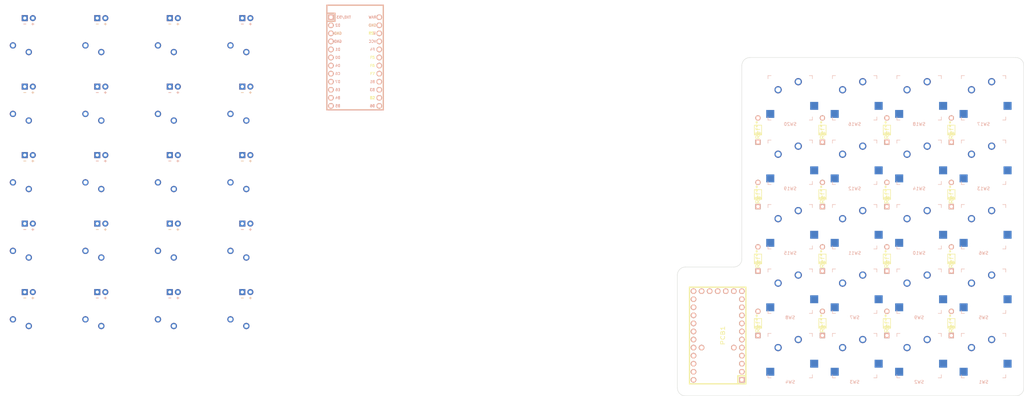
<source format=kicad_pcb>
(kicad_pcb (version 20171130) (host pcbnew "(5.1.0)-1")

  (general
    (thickness 1.6)
    (drawings 14)
    (tracks 0)
    (zones 0)
    (modules 58)
    (nets 41)
  )

  (page A4)
  (layers
    (0 F.Cu signal)
    (31 B.Cu signal)
    (32 B.Adhes user)
    (33 F.Adhes user)
    (34 B.Paste user)
    (35 F.Paste user)
    (36 B.SilkS user)
    (37 F.SilkS user)
    (38 B.Mask user)
    (39 F.Mask user)
    (40 Dwgs.User user)
    (41 Cmts.User user)
    (42 Eco1.User user)
    (43 Eco2.User user)
    (44 Edge.Cuts user)
    (45 Margin user)
    (46 B.CrtYd user)
    (47 F.CrtYd user)
    (48 B.Fab user)
    (49 F.Fab user)
  )

  (setup
    (last_trace_width 0.25)
    (trace_clearance 0.2)
    (zone_clearance 0.508)
    (zone_45_only no)
    (trace_min 0.2)
    (via_size 0.8)
    (via_drill 0.4)
    (via_min_size 0.4)
    (via_min_drill 0.3)
    (uvia_size 0.3)
    (uvia_drill 0.1)
    (uvias_allowed no)
    (uvia_min_size 0.2)
    (uvia_min_drill 0.1)
    (edge_width 0.05)
    (segment_width 0.2)
    (pcb_text_width 0.3)
    (pcb_text_size 1.5 1.5)
    (mod_edge_width 0.12)
    (mod_text_size 1 1)
    (mod_text_width 0.15)
    (pad_size 1.524 1.524)
    (pad_drill 0.762)
    (pad_to_mask_clearance 0.051)
    (solder_mask_min_width 0.25)
    (aux_axis_origin 0 0)
    (visible_elements FFFFFF7F)
    (pcbplotparams
      (layerselection 0x010fc_ffffffff)
      (usegerberextensions false)
      (usegerberattributes false)
      (usegerberadvancedattributes false)
      (creategerberjobfile false)
      (excludeedgelayer true)
      (linewidth 0.100000)
      (plotframeref false)
      (viasonmask false)
      (mode 1)
      (useauxorigin false)
      (hpglpennumber 1)
      (hpglpenspeed 20)
      (hpglpendiameter 15.000000)
      (psnegative false)
      (psa4output false)
      (plotreference true)
      (plotvalue true)
      (plotinvisibletext false)
      (padsonsilk false)
      (subtractmaskfromsilk false)
      (outputformat 1)
      (mirror false)
      (drillshape 1)
      (scaleselection 1)
      (outputdirectory ""))
  )

  (net 0 "")
  (net 1 "Net-(SW1-Pad2)")
  (net 2 "Net-(D1-PadA)")
  (net 3 "Net-(D2-PadA)")
  (net 4 "Net-(SW2-Pad2)")
  (net 5 "Net-(SW3-Pad2)")
  (net 6 "Net-(D3-PadA)")
  (net 7 "Net-(D4-PadA)")
  (net 8 "Net-(SW4-Pad2)")
  (net 9 "Net-(SW5-Pad2)")
  (net 10 "Net-(D7-PadA)")
  (net 11 "Net-(D8-PadA)")
  (net 12 "Net-(SW6-Pad2)")
  (net 13 "Net-(SW7-Pad2)")
  (net 14 "Net-(D5-PadA)")
  (net 15 "Net-(D6-PadA)")
  (net 16 "Net-(SW8-Pad2)")
  (net 17 "Net-(SW9-Pad2)")
  (net 18 "Net-(D9-PadA)")
  (net 19 "Net-(D10-PadA)")
  (net 20 "Net-(SW10-Pad2)")
  (net 21 "Net-(SW11-Pad2)")
  (net 22 "Net-(D11-PadA)")
  (net 23 "Net-(D12-PadA)")
  (net 24 "Net-(SW12-Pad2)")
  (net 25 "Net-(SW13-Pad2)")
  (net 26 "Net-(D13-PadA)")
  (net 27 "Net-(D14-PadA)")
  (net 28 "Net-(SW14-Pad2)")
  (net 29 "Net-(D15-PadA)")
  (net 30 "Net-(SW15-Pad2)")
  (net 31 "Net-(SW16-Pad2)")
  (net 32 "Net-(D16-PadA)")
  (net 33 "Net-(D17-PadA)")
  (net 34 "Net-(SW17-Pad2)")
  (net 35 "Net-(SW18-Pad2)")
  (net 36 "Net-(D18-PadA)")
  (net 37 "Net-(D19-PadA)")
  (net 38 "Net-(SW19-Pad2)")
  (net 39 "Net-(SW20-Pad2)")
  (net 40 "Net-(D20-PadA)")

  (net_class Default "This is the default net class."
    (clearance 0.2)
    (trace_width 0.25)
    (via_dia 0.8)
    (via_drill 0.4)
    (uvia_dia 0.3)
    (uvia_drill 0.1)
    (add_net "Net-(D1-PadA)")
    (add_net "Net-(D10-PadA)")
    (add_net "Net-(D11-PadA)")
    (add_net "Net-(D12-PadA)")
    (add_net "Net-(D13-PadA)")
    (add_net "Net-(D14-PadA)")
    (add_net "Net-(D15-PadA)")
    (add_net "Net-(D16-PadA)")
    (add_net "Net-(D17-PadA)")
    (add_net "Net-(D18-PadA)")
    (add_net "Net-(D19-PadA)")
    (add_net "Net-(D2-PadA)")
    (add_net "Net-(D20-PadA)")
    (add_net "Net-(D3-PadA)")
    (add_net "Net-(D4-PadA)")
    (add_net "Net-(D5-PadA)")
    (add_net "Net-(D6-PadA)")
    (add_net "Net-(D7-PadA)")
    (add_net "Net-(D8-PadA)")
    (add_net "Net-(D9-PadA)")
    (add_net "Net-(SW1-Pad2)")
    (add_net "Net-(SW10-Pad2)")
    (add_net "Net-(SW11-Pad2)")
    (add_net "Net-(SW12-Pad2)")
    (add_net "Net-(SW13-Pad2)")
    (add_net "Net-(SW14-Pad2)")
    (add_net "Net-(SW15-Pad2)")
    (add_net "Net-(SW16-Pad2)")
    (add_net "Net-(SW17-Pad2)")
    (add_net "Net-(SW18-Pad2)")
    (add_net "Net-(SW19-Pad2)")
    (add_net "Net-(SW2-Pad2)")
    (add_net "Net-(SW20-Pad2)")
    (add_net "Net-(SW3-Pad2)")
    (add_net "Net-(SW4-Pad2)")
    (add_net "Net-(SW5-Pad2)")
    (add_net "Net-(SW6-Pad2)")
    (add_net "Net-(SW7-Pad2)")
    (add_net "Net-(SW8-Pad2)")
    (add_net "Net-(SW9-Pad2)")
  )

  (net_class power ""
    (clearance 0.25)
    (trace_width 0.38)
    (via_dia 0.4)
    (via_drill 0.3)
    (uvia_dia 0.3)
    (uvia_drill 0.1)
  )

  (module Keebio-Parts:Diode (layer F.Cu) (tedit 549B02AC) (tstamp 5C909311)
    (at 142.24 58.42 270)
    (fp_text reference Ref** (at 0 0 90) (layer F.SilkS)
      (effects (font (size 1.27 1.524) (thickness 0.2032)))
    )
    (fp_text value VAL** (at 0 0 270) (layer F.SilkS) hide
      (effects (font (size 1.27 1.524) (thickness 0.2032)))
    )
    (fp_line (start -1.524 1.143) (end -1.524 -1.143) (layer F.SilkS) (width 0.2032))
    (fp_line (start 1.524 1.143) (end -1.524 1.143) (layer F.SilkS) (width 0.2032))
    (fp_line (start 1.524 -1.143) (end 1.524 1.143) (layer F.SilkS) (width 0.2032))
    (fp_line (start -1.524 -1.143) (end 1.524 -1.143) (layer F.SilkS) (width 0.2032))
    (fp_line (start 1.3 1.1) (end 1.3 -1) (layer F.SilkS) (width 0.15))
    (fp_line (start 1.3 -1.1) (end 1.3 -1) (layer F.SilkS) (width 0.15))
    (fp_line (start 1.3 -1) (end 1.3 -1.1) (layer F.SilkS) (width 0.15))
    (fp_line (start 1.1 -1.1) (end 1.1 1.1) (layer F.SilkS) (width 0.15))
    (fp_line (start 0.9 1.1) (end 0.9 -1.1) (layer F.SilkS) (width 0.15))
    (pad 2 thru_hole rect (at 3.81 0 270) (size 1.651 1.651) (drill 0.9906) (layers *.Cu *.SilkS *.Mask))
    (pad 1 thru_hole circle (at -3.81 0 270) (size 1.651 1.651) (drill 0.9906) (layers *.Cu *.SilkS *.Mask))
  )

  (module Keebio-Parts:Diode (layer F.Cu) (tedit 549B02AC) (tstamp 5C909303)
    (at 121.92 58.42 270)
    (fp_text reference Ref** (at 0 0 270) (layer F.SilkS)
      (effects (font (size 1.27 1.524) (thickness 0.2032)))
    )
    (fp_text value VAL** (at 0 0 270) (layer F.SilkS) hide
      (effects (font (size 1.27 1.524) (thickness 0.2032)))
    )
    (fp_line (start -1.524 1.143) (end -1.524 -1.143) (layer F.SilkS) (width 0.2032))
    (fp_line (start 1.524 1.143) (end -1.524 1.143) (layer F.SilkS) (width 0.2032))
    (fp_line (start 1.524 -1.143) (end 1.524 1.143) (layer F.SilkS) (width 0.2032))
    (fp_line (start -1.524 -1.143) (end 1.524 -1.143) (layer F.SilkS) (width 0.2032))
    (fp_line (start 1.3 1.1) (end 1.3 -1) (layer F.SilkS) (width 0.15))
    (fp_line (start 1.3 -1.1) (end 1.3 -1) (layer F.SilkS) (width 0.15))
    (fp_line (start 1.3 -1) (end 1.3 -1.1) (layer F.SilkS) (width 0.15))
    (fp_line (start 1.1 -1.1) (end 1.1 1.1) (layer F.SilkS) (width 0.15))
    (fp_line (start 0.9 1.1) (end 0.9 -1.1) (layer F.SilkS) (width 0.15))
    (pad 2 thru_hole rect (at 3.81 0 270) (size 1.651 1.651) (drill 0.9906) (layers *.Cu *.SilkS *.Mask))
    (pad 1 thru_hole circle (at -3.81 0 270) (size 1.651 1.651) (drill 0.9906) (layers *.Cu *.SilkS *.Mask))
  )

  (module Keebio-Parts:Diode (layer F.Cu) (tedit 549B02AC) (tstamp 5C9092F5)
    (at 101.6 58.42 270)
    (fp_text reference Ref** (at 0 0 270) (layer F.SilkS)
      (effects (font (size 1.27 1.524) (thickness 0.2032)))
    )
    (fp_text value VAL** (at 0 0 270) (layer F.SilkS) hide
      (effects (font (size 1.27 1.524) (thickness 0.2032)))
    )
    (fp_line (start -1.524 1.143) (end -1.524 -1.143) (layer F.SilkS) (width 0.2032))
    (fp_line (start 1.524 1.143) (end -1.524 1.143) (layer F.SilkS) (width 0.2032))
    (fp_line (start 1.524 -1.143) (end 1.524 1.143) (layer F.SilkS) (width 0.2032))
    (fp_line (start -1.524 -1.143) (end 1.524 -1.143) (layer F.SilkS) (width 0.2032))
    (fp_line (start 1.3 1.1) (end 1.3 -1) (layer F.SilkS) (width 0.15))
    (fp_line (start 1.3 -1.1) (end 1.3 -1) (layer F.SilkS) (width 0.15))
    (fp_line (start 1.3 -1) (end 1.3 -1.1) (layer F.SilkS) (width 0.15))
    (fp_line (start 1.1 -1.1) (end 1.1 1.1) (layer F.SilkS) (width 0.15))
    (fp_line (start 0.9 1.1) (end 0.9 -1.1) (layer F.SilkS) (width 0.15))
    (pad 2 thru_hole rect (at 3.81 0 270) (size 1.651 1.651) (drill 0.9906) (layers *.Cu *.SilkS *.Mask))
    (pad 1 thru_hole circle (at -3.81 0 270) (size 1.651 1.651) (drill 0.9906) (layers *.Cu *.SilkS *.Mask))
  )

  (module Keebio-Parts:Diode (layer F.Cu) (tedit 549B02AC) (tstamp 5C9092E7)
    (at 162.56 58.42 270)
    (fp_text reference Ref** (at 0 0 270) (layer F.SilkS)
      (effects (font (size 1.27 1.524) (thickness 0.2032)))
    )
    (fp_text value VAL** (at 0 0 270) (layer F.SilkS) hide
      (effects (font (size 1.27 1.524) (thickness 0.2032)))
    )
    (fp_line (start -1.524 1.143) (end -1.524 -1.143) (layer F.SilkS) (width 0.2032))
    (fp_line (start 1.524 1.143) (end -1.524 1.143) (layer F.SilkS) (width 0.2032))
    (fp_line (start 1.524 -1.143) (end 1.524 1.143) (layer F.SilkS) (width 0.2032))
    (fp_line (start -1.524 -1.143) (end 1.524 -1.143) (layer F.SilkS) (width 0.2032))
    (fp_line (start 1.3 1.1) (end 1.3 -1) (layer F.SilkS) (width 0.15))
    (fp_line (start 1.3 -1.1) (end 1.3 -1) (layer F.SilkS) (width 0.15))
    (fp_line (start 1.3 -1) (end 1.3 -1.1) (layer F.SilkS) (width 0.15))
    (fp_line (start 1.1 -1.1) (end 1.1 1.1) (layer F.SilkS) (width 0.15))
    (fp_line (start 0.9 1.1) (end 0.9 -1.1) (layer F.SilkS) (width 0.15))
    (pad 2 thru_hole rect (at 3.81 0 270) (size 1.651 1.651) (drill 0.9906) (layers *.Cu *.SilkS *.Mask))
    (pad 1 thru_hole circle (at -3.81 0 270) (size 1.651 1.651) (drill 0.9906) (layers *.Cu *.SilkS *.Mask))
  )

  (module Keebio-Parts:Diode (layer F.Cu) (tedit 549B02AC) (tstamp 5C909311)
    (at 142.24 78.74 270)
    (fp_text reference Ref** (at 0 0 90) (layer F.SilkS)
      (effects (font (size 1.27 1.524) (thickness 0.2032)))
    )
    (fp_text value VAL** (at 0 0 270) (layer F.SilkS) hide
      (effects (font (size 1.27 1.524) (thickness 0.2032)))
    )
    (fp_line (start -1.524 1.143) (end -1.524 -1.143) (layer F.SilkS) (width 0.2032))
    (fp_line (start 1.524 1.143) (end -1.524 1.143) (layer F.SilkS) (width 0.2032))
    (fp_line (start 1.524 -1.143) (end 1.524 1.143) (layer F.SilkS) (width 0.2032))
    (fp_line (start -1.524 -1.143) (end 1.524 -1.143) (layer F.SilkS) (width 0.2032))
    (fp_line (start 1.3 1.1) (end 1.3 -1) (layer F.SilkS) (width 0.15))
    (fp_line (start 1.3 -1.1) (end 1.3 -1) (layer F.SilkS) (width 0.15))
    (fp_line (start 1.3 -1) (end 1.3 -1.1) (layer F.SilkS) (width 0.15))
    (fp_line (start 1.1 -1.1) (end 1.1 1.1) (layer F.SilkS) (width 0.15))
    (fp_line (start 0.9 1.1) (end 0.9 -1.1) (layer F.SilkS) (width 0.15))
    (pad 2 thru_hole rect (at 3.81 0 270) (size 1.651 1.651) (drill 0.9906) (layers *.Cu *.SilkS *.Mask))
    (pad 1 thru_hole circle (at -3.81 0 270) (size 1.651 1.651) (drill 0.9906) (layers *.Cu *.SilkS *.Mask))
  )

  (module Keebio-Parts:Diode (layer F.Cu) (tedit 549B02AC) (tstamp 5C909303)
    (at 121.92 78.74 270)
    (fp_text reference Ref** (at 0 0 270) (layer F.SilkS)
      (effects (font (size 1.27 1.524) (thickness 0.2032)))
    )
    (fp_text value VAL** (at 0 0 270) (layer F.SilkS) hide
      (effects (font (size 1.27 1.524) (thickness 0.2032)))
    )
    (fp_line (start -1.524 1.143) (end -1.524 -1.143) (layer F.SilkS) (width 0.2032))
    (fp_line (start 1.524 1.143) (end -1.524 1.143) (layer F.SilkS) (width 0.2032))
    (fp_line (start 1.524 -1.143) (end 1.524 1.143) (layer F.SilkS) (width 0.2032))
    (fp_line (start -1.524 -1.143) (end 1.524 -1.143) (layer F.SilkS) (width 0.2032))
    (fp_line (start 1.3 1.1) (end 1.3 -1) (layer F.SilkS) (width 0.15))
    (fp_line (start 1.3 -1.1) (end 1.3 -1) (layer F.SilkS) (width 0.15))
    (fp_line (start 1.3 -1) (end 1.3 -1.1) (layer F.SilkS) (width 0.15))
    (fp_line (start 1.1 -1.1) (end 1.1 1.1) (layer F.SilkS) (width 0.15))
    (fp_line (start 0.9 1.1) (end 0.9 -1.1) (layer F.SilkS) (width 0.15))
    (pad 2 thru_hole rect (at 3.81 0 270) (size 1.651 1.651) (drill 0.9906) (layers *.Cu *.SilkS *.Mask))
    (pad 1 thru_hole circle (at -3.81 0 270) (size 1.651 1.651) (drill 0.9906) (layers *.Cu *.SilkS *.Mask))
  )

  (module Keebio-Parts:Diode (layer F.Cu) (tedit 549B02AC) (tstamp 5C9092F5)
    (at 101.6 78.74 270)
    (fp_text reference Ref** (at 0 0 270) (layer F.SilkS)
      (effects (font (size 1.27 1.524) (thickness 0.2032)))
    )
    (fp_text value VAL** (at 0 0 270) (layer F.SilkS) hide
      (effects (font (size 1.27 1.524) (thickness 0.2032)))
    )
    (fp_line (start -1.524 1.143) (end -1.524 -1.143) (layer F.SilkS) (width 0.2032))
    (fp_line (start 1.524 1.143) (end -1.524 1.143) (layer F.SilkS) (width 0.2032))
    (fp_line (start 1.524 -1.143) (end 1.524 1.143) (layer F.SilkS) (width 0.2032))
    (fp_line (start -1.524 -1.143) (end 1.524 -1.143) (layer F.SilkS) (width 0.2032))
    (fp_line (start 1.3 1.1) (end 1.3 -1) (layer F.SilkS) (width 0.15))
    (fp_line (start 1.3 -1.1) (end 1.3 -1) (layer F.SilkS) (width 0.15))
    (fp_line (start 1.3 -1) (end 1.3 -1.1) (layer F.SilkS) (width 0.15))
    (fp_line (start 1.1 -1.1) (end 1.1 1.1) (layer F.SilkS) (width 0.15))
    (fp_line (start 0.9 1.1) (end 0.9 -1.1) (layer F.SilkS) (width 0.15))
    (pad 2 thru_hole rect (at 3.81 0 270) (size 1.651 1.651) (drill 0.9906) (layers *.Cu *.SilkS *.Mask))
    (pad 1 thru_hole circle (at -3.81 0 270) (size 1.651 1.651) (drill 0.9906) (layers *.Cu *.SilkS *.Mask))
  )

  (module Keebio-Parts:Diode (layer F.Cu) (tedit 549B02AC) (tstamp 5C9092E7)
    (at 162.56 78.74 270)
    (fp_text reference Ref** (at 0 0 270) (layer F.SilkS)
      (effects (font (size 1.27 1.524) (thickness 0.2032)))
    )
    (fp_text value VAL** (at 0 0 270) (layer F.SilkS) hide
      (effects (font (size 1.27 1.524) (thickness 0.2032)))
    )
    (fp_line (start -1.524 1.143) (end -1.524 -1.143) (layer F.SilkS) (width 0.2032))
    (fp_line (start 1.524 1.143) (end -1.524 1.143) (layer F.SilkS) (width 0.2032))
    (fp_line (start 1.524 -1.143) (end 1.524 1.143) (layer F.SilkS) (width 0.2032))
    (fp_line (start -1.524 -1.143) (end 1.524 -1.143) (layer F.SilkS) (width 0.2032))
    (fp_line (start 1.3 1.1) (end 1.3 -1) (layer F.SilkS) (width 0.15))
    (fp_line (start 1.3 -1.1) (end 1.3 -1) (layer F.SilkS) (width 0.15))
    (fp_line (start 1.3 -1) (end 1.3 -1.1) (layer F.SilkS) (width 0.15))
    (fp_line (start 1.1 -1.1) (end 1.1 1.1) (layer F.SilkS) (width 0.15))
    (fp_line (start 0.9 1.1) (end 0.9 -1.1) (layer F.SilkS) (width 0.15))
    (pad 2 thru_hole rect (at 3.81 0 270) (size 1.651 1.651) (drill 0.9906) (layers *.Cu *.SilkS *.Mask))
    (pad 1 thru_hole circle (at -3.81 0 270) (size 1.651 1.651) (drill 0.9906) (layers *.Cu *.SilkS *.Mask))
  )

  (module Keebio-Parts:Diode (layer F.Cu) (tedit 549B02AC) (tstamp 5C909311)
    (at 142.24 99.06 270)
    (fp_text reference Ref** (at 0 0 90) (layer F.SilkS)
      (effects (font (size 1.27 1.524) (thickness 0.2032)))
    )
    (fp_text value VAL** (at 0 0 270) (layer F.SilkS) hide
      (effects (font (size 1.27 1.524) (thickness 0.2032)))
    )
    (fp_line (start -1.524 1.143) (end -1.524 -1.143) (layer F.SilkS) (width 0.2032))
    (fp_line (start 1.524 1.143) (end -1.524 1.143) (layer F.SilkS) (width 0.2032))
    (fp_line (start 1.524 -1.143) (end 1.524 1.143) (layer F.SilkS) (width 0.2032))
    (fp_line (start -1.524 -1.143) (end 1.524 -1.143) (layer F.SilkS) (width 0.2032))
    (fp_line (start 1.3 1.1) (end 1.3 -1) (layer F.SilkS) (width 0.15))
    (fp_line (start 1.3 -1.1) (end 1.3 -1) (layer F.SilkS) (width 0.15))
    (fp_line (start 1.3 -1) (end 1.3 -1.1) (layer F.SilkS) (width 0.15))
    (fp_line (start 1.1 -1.1) (end 1.1 1.1) (layer F.SilkS) (width 0.15))
    (fp_line (start 0.9 1.1) (end 0.9 -1.1) (layer F.SilkS) (width 0.15))
    (pad 2 thru_hole rect (at 3.81 0 270) (size 1.651 1.651) (drill 0.9906) (layers *.Cu *.SilkS *.Mask))
    (pad 1 thru_hole circle (at -3.81 0 270) (size 1.651 1.651) (drill 0.9906) (layers *.Cu *.SilkS *.Mask))
  )

  (module Keebio-Parts:Diode (layer F.Cu) (tedit 549B02AC) (tstamp 5C909303)
    (at 121.92 99.06 270)
    (fp_text reference Ref** (at 0 0 270) (layer F.SilkS)
      (effects (font (size 1.27 1.524) (thickness 0.2032)))
    )
    (fp_text value VAL** (at 0 0 270) (layer F.SilkS) hide
      (effects (font (size 1.27 1.524) (thickness 0.2032)))
    )
    (fp_line (start -1.524 1.143) (end -1.524 -1.143) (layer F.SilkS) (width 0.2032))
    (fp_line (start 1.524 1.143) (end -1.524 1.143) (layer F.SilkS) (width 0.2032))
    (fp_line (start 1.524 -1.143) (end 1.524 1.143) (layer F.SilkS) (width 0.2032))
    (fp_line (start -1.524 -1.143) (end 1.524 -1.143) (layer F.SilkS) (width 0.2032))
    (fp_line (start 1.3 1.1) (end 1.3 -1) (layer F.SilkS) (width 0.15))
    (fp_line (start 1.3 -1.1) (end 1.3 -1) (layer F.SilkS) (width 0.15))
    (fp_line (start 1.3 -1) (end 1.3 -1.1) (layer F.SilkS) (width 0.15))
    (fp_line (start 1.1 -1.1) (end 1.1 1.1) (layer F.SilkS) (width 0.15))
    (fp_line (start 0.9 1.1) (end 0.9 -1.1) (layer F.SilkS) (width 0.15))
    (pad 2 thru_hole rect (at 3.81 0 270) (size 1.651 1.651) (drill 0.9906) (layers *.Cu *.SilkS *.Mask))
    (pad 1 thru_hole circle (at -3.81 0 270) (size 1.651 1.651) (drill 0.9906) (layers *.Cu *.SilkS *.Mask))
  )

  (module Keebio-Parts:Diode (layer F.Cu) (tedit 549B02AC) (tstamp 5C9092F5)
    (at 101.6 99.06 270)
    (fp_text reference Ref** (at 0 0 270) (layer F.SilkS)
      (effects (font (size 1.27 1.524) (thickness 0.2032)))
    )
    (fp_text value VAL** (at 0 0 270) (layer F.SilkS) hide
      (effects (font (size 1.27 1.524) (thickness 0.2032)))
    )
    (fp_line (start -1.524 1.143) (end -1.524 -1.143) (layer F.SilkS) (width 0.2032))
    (fp_line (start 1.524 1.143) (end -1.524 1.143) (layer F.SilkS) (width 0.2032))
    (fp_line (start 1.524 -1.143) (end 1.524 1.143) (layer F.SilkS) (width 0.2032))
    (fp_line (start -1.524 -1.143) (end 1.524 -1.143) (layer F.SilkS) (width 0.2032))
    (fp_line (start 1.3 1.1) (end 1.3 -1) (layer F.SilkS) (width 0.15))
    (fp_line (start 1.3 -1.1) (end 1.3 -1) (layer F.SilkS) (width 0.15))
    (fp_line (start 1.3 -1) (end 1.3 -1.1) (layer F.SilkS) (width 0.15))
    (fp_line (start 1.1 -1.1) (end 1.1 1.1) (layer F.SilkS) (width 0.15))
    (fp_line (start 0.9 1.1) (end 0.9 -1.1) (layer F.SilkS) (width 0.15))
    (pad 2 thru_hole rect (at 3.81 0 270) (size 1.651 1.651) (drill 0.9906) (layers *.Cu *.SilkS *.Mask))
    (pad 1 thru_hole circle (at -3.81 0 270) (size 1.651 1.651) (drill 0.9906) (layers *.Cu *.SilkS *.Mask))
  )

  (module Keebio-Parts:Diode (layer F.Cu) (tedit 549B02AC) (tstamp 5C9092E7)
    (at 162.56 99.06 270)
    (fp_text reference Ref** (at 0 0 270) (layer F.SilkS)
      (effects (font (size 1.27 1.524) (thickness 0.2032)))
    )
    (fp_text value VAL** (at 0 0 270) (layer F.SilkS) hide
      (effects (font (size 1.27 1.524) (thickness 0.2032)))
    )
    (fp_line (start -1.524 1.143) (end -1.524 -1.143) (layer F.SilkS) (width 0.2032))
    (fp_line (start 1.524 1.143) (end -1.524 1.143) (layer F.SilkS) (width 0.2032))
    (fp_line (start 1.524 -1.143) (end 1.524 1.143) (layer F.SilkS) (width 0.2032))
    (fp_line (start -1.524 -1.143) (end 1.524 -1.143) (layer F.SilkS) (width 0.2032))
    (fp_line (start 1.3 1.1) (end 1.3 -1) (layer F.SilkS) (width 0.15))
    (fp_line (start 1.3 -1.1) (end 1.3 -1) (layer F.SilkS) (width 0.15))
    (fp_line (start 1.3 -1) (end 1.3 -1.1) (layer F.SilkS) (width 0.15))
    (fp_line (start 1.1 -1.1) (end 1.1 1.1) (layer F.SilkS) (width 0.15))
    (fp_line (start 0.9 1.1) (end 0.9 -1.1) (layer F.SilkS) (width 0.15))
    (pad 2 thru_hole rect (at 3.81 0 270) (size 1.651 1.651) (drill 0.9906) (layers *.Cu *.SilkS *.Mask))
    (pad 1 thru_hole circle (at -3.81 0 270) (size 1.651 1.651) (drill 0.9906) (layers *.Cu *.SilkS *.Mask))
  )

  (module Keebio-Parts:Diode (layer F.Cu) (tedit 549B02AC) (tstamp 5C9092E6)
    (at 101.6 119.38 270)
    (fp_text reference Ref** (at 0 0 270) (layer F.SilkS)
      (effects (font (size 1.27 1.524) (thickness 0.2032)))
    )
    (fp_text value VAL** (at 0 0 270) (layer F.SilkS) hide
      (effects (font (size 1.27 1.524) (thickness 0.2032)))
    )
    (fp_line (start -1.524 1.143) (end -1.524 -1.143) (layer F.SilkS) (width 0.2032))
    (fp_line (start 1.524 1.143) (end -1.524 1.143) (layer F.SilkS) (width 0.2032))
    (fp_line (start 1.524 -1.143) (end 1.524 1.143) (layer F.SilkS) (width 0.2032))
    (fp_line (start -1.524 -1.143) (end 1.524 -1.143) (layer F.SilkS) (width 0.2032))
    (fp_line (start 1.3 1.1) (end 1.3 -1) (layer F.SilkS) (width 0.15))
    (fp_line (start 1.3 -1.1) (end 1.3 -1) (layer F.SilkS) (width 0.15))
    (fp_line (start 1.3 -1) (end 1.3 -1.1) (layer F.SilkS) (width 0.15))
    (fp_line (start 1.1 -1.1) (end 1.1 1.1) (layer F.SilkS) (width 0.15))
    (fp_line (start 0.9 1.1) (end 0.9 -1.1) (layer F.SilkS) (width 0.15))
    (pad 2 thru_hole rect (at 3.81 0 270) (size 1.651 1.651) (drill 0.9906) (layers *.Cu *.SilkS *.Mask))
    (pad 1 thru_hole circle (at -3.81 0 270) (size 1.651 1.651) (drill 0.9906) (layers *.Cu *.SilkS *.Mask))
  )

  (module Keebio-Parts:Diode (layer F.Cu) (tedit 549B02AC) (tstamp 5C9092AD)
    (at 121.92 119.38 270)
    (fp_text reference Ref** (at 0 0 270) (layer F.SilkS)
      (effects (font (size 1.27 1.524) (thickness 0.2032)))
    )
    (fp_text value VAL** (at 0 0 270) (layer F.SilkS) hide
      (effects (font (size 1.27 1.524) (thickness 0.2032)))
    )
    (fp_line (start -1.524 1.143) (end -1.524 -1.143) (layer F.SilkS) (width 0.2032))
    (fp_line (start 1.524 1.143) (end -1.524 1.143) (layer F.SilkS) (width 0.2032))
    (fp_line (start 1.524 -1.143) (end 1.524 1.143) (layer F.SilkS) (width 0.2032))
    (fp_line (start -1.524 -1.143) (end 1.524 -1.143) (layer F.SilkS) (width 0.2032))
    (fp_line (start 1.3 1.1) (end 1.3 -1) (layer F.SilkS) (width 0.15))
    (fp_line (start 1.3 -1.1) (end 1.3 -1) (layer F.SilkS) (width 0.15))
    (fp_line (start 1.3 -1) (end 1.3 -1.1) (layer F.SilkS) (width 0.15))
    (fp_line (start 1.1 -1.1) (end 1.1 1.1) (layer F.SilkS) (width 0.15))
    (fp_line (start 0.9 1.1) (end 0.9 -1.1) (layer F.SilkS) (width 0.15))
    (pad 2 thru_hole rect (at 3.81 0 270) (size 1.651 1.651) (drill 0.9906) (layers *.Cu *.SilkS *.Mask))
    (pad 1 thru_hole circle (at -3.81 0 270) (size 1.651 1.651) (drill 0.9906) (layers *.Cu *.SilkS *.Mask))
  )

  (module Keebio-Parts:Diode (layer F.Cu) (tedit 549B02AC) (tstamp 5C909208)
    (at 142.24 119.38 270)
    (fp_text reference Ref** (at 0 0 90) (layer F.SilkS)
      (effects (font (size 1.27 1.524) (thickness 0.2032)))
    )
    (fp_text value VAL** (at 0 0 270) (layer F.SilkS) hide
      (effects (font (size 1.27 1.524) (thickness 0.2032)))
    )
    (fp_line (start -1.524 1.143) (end -1.524 -1.143) (layer F.SilkS) (width 0.2032))
    (fp_line (start 1.524 1.143) (end -1.524 1.143) (layer F.SilkS) (width 0.2032))
    (fp_line (start 1.524 -1.143) (end 1.524 1.143) (layer F.SilkS) (width 0.2032))
    (fp_line (start -1.524 -1.143) (end 1.524 -1.143) (layer F.SilkS) (width 0.2032))
    (fp_line (start 1.3 1.1) (end 1.3 -1) (layer F.SilkS) (width 0.15))
    (fp_line (start 1.3 -1.1) (end 1.3 -1) (layer F.SilkS) (width 0.15))
    (fp_line (start 1.3 -1) (end 1.3 -1.1) (layer F.SilkS) (width 0.15))
    (fp_line (start 1.1 -1.1) (end 1.1 1.1) (layer F.SilkS) (width 0.15))
    (fp_line (start 0.9 1.1) (end 0.9 -1.1) (layer F.SilkS) (width 0.15))
    (pad 2 thru_hole rect (at 3.81 0 270) (size 1.651 1.651) (drill 0.9906) (layers *.Cu *.SilkS *.Mask))
    (pad 1 thru_hole circle (at -3.81 0 270) (size 1.651 1.651) (drill 0.9906) (layers *.Cu *.SilkS *.Mask))
  )

  (module Keebio-Parts:Diode (layer F.Cu) (tedit 549B02AC) (tstamp 5C9091CF)
    (at 162.56 119.38 270)
    (fp_text reference Ref** (at 0 0 270) (layer F.SilkS)
      (effects (font (size 1.27 1.524) (thickness 0.2032)))
    )
    (fp_text value VAL** (at 0 0 270) (layer F.SilkS) hide
      (effects (font (size 1.27 1.524) (thickness 0.2032)))
    )
    (fp_line (start -1.524 1.143) (end -1.524 -1.143) (layer F.SilkS) (width 0.2032))
    (fp_line (start 1.524 1.143) (end -1.524 1.143) (layer F.SilkS) (width 0.2032))
    (fp_line (start 1.524 -1.143) (end 1.524 1.143) (layer F.SilkS) (width 0.2032))
    (fp_line (start -1.524 -1.143) (end 1.524 -1.143) (layer F.SilkS) (width 0.2032))
    (fp_line (start 1.3 1.1) (end 1.3 -1) (layer F.SilkS) (width 0.15))
    (fp_line (start 1.3 -1.1) (end 1.3 -1) (layer F.SilkS) (width 0.15))
    (fp_line (start 1.3 -1) (end 1.3 -1.1) (layer F.SilkS) (width 0.15))
    (fp_line (start 1.1 -1.1) (end 1.1 1.1) (layer F.SilkS) (width 0.15))
    (fp_line (start 0.9 1.1) (end 0.9 -1.1) (layer F.SilkS) (width 0.15))
    (pad 2 thru_hole rect (at 3.81 0 270) (size 1.651 1.651) (drill 0.9906) (layers *.Cu *.SilkS *.Mask))
    (pad 1 thru_hole circle (at -3.81 0 270) (size 1.651 1.651) (drill 0.9906) (layers *.Cu *.SilkS *.Mask))
  )

  (module Keebio-Parts:ArduinoProMicro (layer F.Cu) (tedit 5B307E4C) (tstamp 5C9051FE)
    (at -25.4 36.83 270)
    (fp_text reference U1 (at 0 1.625 270) (layer F.SilkS) hide
      (effects (font (size 1.27 1.524) (thickness 0.2032)))
    )
    (fp_text value ProMicro (at 0 0 270) (layer F.SilkS) hide
      (effects (font (size 1.27 1.524) (thickness 0.2032)))
    )
    (fp_line (start -15.24 6.35) (end -15.24 8.89) (layer F.SilkS) (width 0.381))
    (fp_line (start -15.24 6.35) (end -15.24 8.89) (layer B.SilkS) (width 0.381))
    (fp_line (start -19.304 -3.556) (end -14.224 -3.556) (layer Dwgs.User) (width 0.2))
    (fp_line (start -19.304 3.81) (end -19.304 -3.556) (layer Dwgs.User) (width 0.2))
    (fp_line (start -14.224 3.81) (end -19.304 3.81) (layer Dwgs.User) (width 0.2))
    (fp_line (start -14.224 -3.556) (end -14.224 3.81) (layer Dwgs.User) (width 0.2))
    (fp_line (start -17.78 8.89) (end -15.24 8.89) (layer F.SilkS) (width 0.381))
    (fp_line (start -17.78 -8.89) (end -17.78 8.89) (layer F.SilkS) (width 0.381))
    (fp_line (start -15.24 -8.89) (end -17.78 -8.89) (layer F.SilkS) (width 0.381))
    (fp_line (start -17.78 -8.89) (end -17.78 8.89) (layer B.SilkS) (width 0.381))
    (fp_line (start -17.78 8.89) (end 15.24 8.89) (layer B.SilkS) (width 0.381))
    (fp_line (start 15.24 8.89) (end 15.24 -8.89) (layer B.SilkS) (width 0.381))
    (fp_line (start 15.24 -8.89) (end -17.78 -8.89) (layer B.SilkS) (width 0.381))
    (fp_poly (pts (xy -9.35097 -5.844635) (xy -9.25097 -5.844635) (xy -9.25097 -6.344635) (xy -9.35097 -6.344635)) (layer B.SilkS) (width 0.15))
    (fp_poly (pts (xy -9.35097 -5.844635) (xy -9.05097 -5.844635) (xy -9.05097 -5.944635) (xy -9.35097 -5.944635)) (layer B.SilkS) (width 0.15))
    (fp_poly (pts (xy -8.75097 -5.844635) (xy -8.55097 -5.844635) (xy -8.55097 -5.944635) (xy -8.75097 -5.944635)) (layer B.SilkS) (width 0.15))
    (fp_poly (pts (xy -9.35097 -6.244635) (xy -8.55097 -6.244635) (xy -8.55097 -6.344635) (xy -9.35097 -6.344635)) (layer B.SilkS) (width 0.15))
    (fp_poly (pts (xy -8.95097 -6.044635) (xy -8.85097 -6.044635) (xy -8.85097 -6.144635) (xy -8.95097 -6.144635)) (layer B.SilkS) (width 0.15))
    (fp_text user ST (at -8.92 -5.73312) (layer F.SilkS)
      (effects (font (size 0.8 0.8) (thickness 0.15)))
    )
    (fp_poly (pts (xy -8.76064 -4.931568) (xy -8.56064 -4.931568) (xy -8.56064 -4.831568) (xy -8.76064 -4.831568)) (layer F.SilkS) (width 0.15))
    (fp_poly (pts (xy -9.36064 -4.531568) (xy -8.56064 -4.531568) (xy -8.56064 -4.431568) (xy -9.36064 -4.431568)) (layer F.SilkS) (width 0.15))
    (fp_poly (pts (xy -9.36064 -4.931568) (xy -9.26064 -4.931568) (xy -9.26064 -4.431568) (xy -9.36064 -4.431568)) (layer F.SilkS) (width 0.15))
    (fp_poly (pts (xy -8.96064 -4.731568) (xy -8.86064 -4.731568) (xy -8.86064 -4.631568) (xy -8.96064 -4.631568)) (layer F.SilkS) (width 0.15))
    (fp_poly (pts (xy -9.36064 -4.931568) (xy -9.06064 -4.931568) (xy -9.06064 -4.831568) (xy -9.36064 -4.831568)) (layer F.SilkS) (width 0.15))
    (fp_line (start -12.7 6.35) (end -12.7 8.89) (layer F.SilkS) (width 0.381))
    (fp_line (start -15.24 6.35) (end -12.7 6.35) (layer F.SilkS) (width 0.381))
    (fp_line (start 15.24 -8.89) (end -15.24 -8.89) (layer F.SilkS) (width 0.381))
    (fp_line (start 15.24 8.89) (end 15.24 -8.89) (layer F.SilkS) (width 0.381))
    (fp_line (start -15.24 8.89) (end 15.24 8.89) (layer F.SilkS) (width 0.381))
    (fp_text user TX0/D3 (at -13.97 3.571872) (layer B.SilkS)
      (effects (font (size 0.8 0.8) (thickness 0.15)) (justify mirror))
    )
    (fp_text user TX0/D3 (at -13.97 3.571872) (layer B.SilkS)
      (effects (font (size 0.8 0.8) (thickness 0.15)) (justify mirror))
    )
    (fp_text user D2 (at -11.43 5.461) (layer B.SilkS)
      (effects (font (size 0.8 0.8) (thickness 0.15)) (justify mirror))
    )
    (fp_text user D0 (at -1.27 5.461) (layer B.SilkS)
      (effects (font (size 0.8 0.8) (thickness 0.15)) (justify mirror))
    )
    (fp_text user D1 (at -3.81 5.461) (layer B.SilkS)
      (effects (font (size 0.8 0.8) (thickness 0.15)) (justify mirror))
    )
    (fp_text user GND (at -6.35 5.461) (layer B.SilkS)
      (effects (font (size 0.8 0.8) (thickness 0.15)) (justify mirror))
    )
    (fp_text user GND (at -8.89 5.461) (layer F.SilkS)
      (effects (font (size 0.8 0.8) (thickness 0.15)))
    )
    (fp_text user D4 (at 1.27 5.461) (layer B.SilkS)
      (effects (font (size 0.8 0.8) (thickness 0.15)) (justify mirror))
    )
    (fp_text user C6 (at 3.81 5.461) (layer B.SilkS)
      (effects (font (size 0.8 0.8) (thickness 0.15)) (justify mirror))
    )
    (fp_text user D7 (at 6.35 5.461) (layer B.SilkS)
      (effects (font (size 0.8 0.8) (thickness 0.15)) (justify mirror))
    )
    (fp_text user E6 (at 8.89 5.461) (layer B.SilkS)
      (effects (font (size 0.8 0.8) (thickness 0.15)) (justify mirror))
    )
    (fp_text user B4 (at 11.43 5.461) (layer B.SilkS)
      (effects (font (size 0.8 0.8) (thickness 0.15)) (justify mirror))
    )
    (fp_text user B5 (at 13.97 5.461) (layer B.SilkS)
      (effects (font (size 0.8 0.8) (thickness 0.15)) (justify mirror))
    )
    (fp_text user B6 (at 13.97 -5.461) (layer B.SilkS)
      (effects (font (size 0.8 0.8) (thickness 0.15)) (justify mirror))
    )
    (fp_text user B2 (at 11.43 -5.461) (layer F.SilkS)
      (effects (font (size 0.8 0.8) (thickness 0.15)))
    )
    (fp_text user B3 (at 8.89 -5.461) (layer B.SilkS)
      (effects (font (size 0.8 0.8) (thickness 0.15)) (justify mirror))
    )
    (fp_text user B1 (at 6.35 -5.461) (layer B.SilkS)
      (effects (font (size 0.8 0.8) (thickness 0.15)) (justify mirror))
    )
    (fp_text user F7 (at 3.81 -5.461) (layer F.SilkS)
      (effects (font (size 0.8 0.8) (thickness 0.15)))
    )
    (fp_text user F6 (at 1.27 -5.461) (layer F.SilkS)
      (effects (font (size 0.8 0.8) (thickness 0.15)))
    )
    (fp_text user F5 (at -1.27 -5.461) (layer F.SilkS)
      (effects (font (size 0.8 0.8) (thickness 0.15)))
    )
    (fp_text user F4 (at -3.81 -5.461) (layer B.SilkS)
      (effects (font (size 0.8 0.8) (thickness 0.15)) (justify mirror))
    )
    (fp_text user VCC (at -6.35 -5.461) (layer B.SilkS)
      (effects (font (size 0.8 0.8) (thickness 0.15)) (justify mirror))
    )
    (fp_text user ST (at -8.92 -5.73312) (layer F.SilkS)
      (effects (font (size 0.8 0.8) (thickness 0.15)))
    )
    (fp_text user GND (at -11.43 -5.461) (layer F.SilkS)
      (effects (font (size 0.8 0.8) (thickness 0.15)))
    )
    (fp_text user RAW (at -13.97 -5.461) (layer B.SilkS)
      (effects (font (size 0.8 0.8) (thickness 0.15)) (justify mirror))
    )
    (fp_text user RAW (at -13.97 -5.461) (layer B.SilkS)
      (effects (font (size 0.8 0.8) (thickness 0.15)) (justify mirror))
    )
    (fp_text user GND (at -11.43 -5.461) (layer B.SilkS)
      (effects (font (size 0.8 0.8) (thickness 0.15)) (justify mirror))
    )
    (fp_text user VCC (at -6.35 -5.461) (layer B.SilkS)
      (effects (font (size 0.8 0.8) (thickness 0.15)) (justify mirror))
    )
    (fp_text user F4 (at -3.81 -5.461) (layer B.SilkS)
      (effects (font (size 0.8 0.8) (thickness 0.15)) (justify mirror))
    )
    (fp_text user F5 (at -1.27 -5.461) (layer F.SilkS)
      (effects (font (size 0.8 0.8) (thickness 0.15)))
    )
    (fp_text user F6 (at 1.27 -5.461) (layer F.SilkS)
      (effects (font (size 0.8 0.8) (thickness 0.15)))
    )
    (fp_text user F7 (at 3.81 -5.461) (layer F.SilkS)
      (effects (font (size 0.8 0.8) (thickness 0.15)))
    )
    (fp_text user B1 (at 6.35 -5.461) (layer B.SilkS)
      (effects (font (size 0.8 0.8) (thickness 0.15)) (justify mirror))
    )
    (fp_text user B3 (at 8.89 -5.461) (layer B.SilkS)
      (effects (font (size 0.8 0.8) (thickness 0.15)) (justify mirror))
    )
    (fp_text user B2 (at 11.43 -5.461) (layer F.SilkS)
      (effects (font (size 0.8 0.8) (thickness 0.15)))
    )
    (fp_text user B6 (at 13.97 -5.461) (layer B.SilkS)
      (effects (font (size 0.8 0.8) (thickness 0.15)) (justify mirror))
    )
    (fp_text user B5 (at 13.97 5.461) (layer B.SilkS)
      (effects (font (size 0.8 0.8) (thickness 0.15)) (justify mirror))
    )
    (fp_text user B4 (at 11.43 5.461) (layer B.SilkS)
      (effects (font (size 0.8 0.8) (thickness 0.15)) (justify mirror))
    )
    (fp_text user E6 (at 8.89 5.461) (layer B.SilkS)
      (effects (font (size 0.8 0.8) (thickness 0.15)) (justify mirror))
    )
    (fp_text user D7 (at 6.35 5.461) (layer B.SilkS)
      (effects (font (size 0.8 0.8) (thickness 0.15)) (justify mirror))
    )
    (fp_text user C6 (at 3.81 5.461) (layer B.SilkS)
      (effects (font (size 0.8 0.8) (thickness 0.15)) (justify mirror))
    )
    (fp_text user D4 (at 1.27 5.461) (layer B.SilkS)
      (effects (font (size 0.8 0.8) (thickness 0.15)) (justify mirror))
    )
    (fp_text user GND (at -8.89 5.461) (layer B.SilkS)
      (effects (font (size 0.8 0.8) (thickness 0.15)) (justify mirror))
    )
    (fp_text user GND (at -6.35 5.461) (layer B.SilkS)
      (effects (font (size 0.8 0.8) (thickness 0.15)) (justify mirror))
    )
    (fp_text user D1 (at -3.81 5.461) (layer B.SilkS)
      (effects (font (size 0.8 0.8) (thickness 0.15)) (justify mirror))
    )
    (fp_text user D0 (at -1.27 5.461) (layer B.SilkS)
      (effects (font (size 0.8 0.8) (thickness 0.15)) (justify mirror))
    )
    (fp_text user D2 (at -11.43 5.461) (layer B.SilkS)
      (effects (font (size 0.8 0.8) (thickness 0.15)) (justify mirror))
    )
    (fp_line (start -15.24 6.35) (end -12.7 6.35) (layer B.SilkS) (width 0.381))
    (fp_line (start -12.7 6.35) (end -12.7 8.89) (layer B.SilkS) (width 0.381))
    (pad 24 thru_hole circle (at -13.97 -7.62 270) (size 1.7526 1.7526) (drill 1.0922) (layers *.Cu *.SilkS *.Mask))
    (pad 12 thru_hole circle (at 13.97 7.62 270) (size 1.7526 1.7526) (drill 1.0922) (layers *.Cu *.SilkS *.Mask))
    (pad 23 thru_hole circle (at -11.43 -7.62 270) (size 1.7526 1.7526) (drill 1.0922) (layers *.Cu *.SilkS *.Mask))
    (pad 22 thru_hole circle (at -8.89 -7.62 270) (size 1.7526 1.7526) (drill 1.0922) (layers *.Cu *.SilkS *.Mask))
    (pad 21 thru_hole circle (at -6.35 -7.62 270) (size 1.7526 1.7526) (drill 1.0922) (layers *.Cu *.SilkS *.Mask))
    (pad 20 thru_hole circle (at -3.81 -7.62 270) (size 1.7526 1.7526) (drill 1.0922) (layers *.Cu *.SilkS *.Mask))
    (pad 19 thru_hole circle (at -1.27 -7.62 270) (size 1.7526 1.7526) (drill 1.0922) (layers *.Cu *.SilkS *.Mask))
    (pad 18 thru_hole circle (at 1.27 -7.62 270) (size 1.7526 1.7526) (drill 1.0922) (layers *.Cu *.SilkS *.Mask))
    (pad 17 thru_hole circle (at 3.81 -7.62 270) (size 1.7526 1.7526) (drill 1.0922) (layers *.Cu *.SilkS *.Mask))
    (pad 16 thru_hole circle (at 6.35 -7.62 270) (size 1.7526 1.7526) (drill 1.0922) (layers *.Cu *.SilkS *.Mask))
    (pad 15 thru_hole circle (at 8.89 -7.62 270) (size 1.7526 1.7526) (drill 1.0922) (layers *.Cu *.SilkS *.Mask))
    (pad 14 thru_hole circle (at 11.43 -7.62 270) (size 1.7526 1.7526) (drill 1.0922) (layers *.Cu *.SilkS *.Mask))
    (pad 13 thru_hole circle (at 13.97 -7.62 270) (size 1.7526 1.7526) (drill 1.0922) (layers *.Cu *.SilkS *.Mask))
    (pad 11 thru_hole circle (at 11.43 7.62 270) (size 1.7526 1.7526) (drill 1.0922) (layers *.Cu *.SilkS *.Mask))
    (pad 10 thru_hole circle (at 8.89 7.62 270) (size 1.7526 1.7526) (drill 1.0922) (layers *.Cu *.SilkS *.Mask))
    (pad 9 thru_hole circle (at 6.35 7.62 270) (size 1.7526 1.7526) (drill 1.0922) (layers *.Cu *.SilkS *.Mask))
    (pad 8 thru_hole circle (at 3.81 7.62 270) (size 1.7526 1.7526) (drill 1.0922) (layers *.Cu *.SilkS *.Mask))
    (pad 7 thru_hole circle (at 1.27 7.62 270) (size 1.7526 1.7526) (drill 1.0922) (layers *.Cu *.SilkS *.Mask))
    (pad 6 thru_hole circle (at -1.27 7.62 270) (size 1.7526 1.7526) (drill 1.0922) (layers *.Cu *.SilkS *.Mask))
    (pad 5 thru_hole circle (at -3.81 7.62 270) (size 1.7526 1.7526) (drill 1.0922) (layers *.Cu *.SilkS *.Mask))
    (pad 4 thru_hole circle (at -6.35 7.62 270) (size 1.7526 1.7526) (drill 1.0922) (layers *.Cu *.SilkS *.Mask))
    (pad 3 thru_hole circle (at -8.89 7.62 270) (size 1.7526 1.7526) (drill 1.0922) (layers *.Cu *.SilkS *.Mask))
    (pad 2 thru_hole circle (at -11.43 7.62 270) (size 1.7526 1.7526) (drill 1.0922) (layers *.Cu *.SilkS *.Mask))
    (pad 1 thru_hole rect (at -13.97 7.62 270) (size 1.7526 1.7526) (drill 1.0922) (layers *.Cu *.SilkS *.Mask))
    (model /Users/danny/Documents/proj/custom-keyboard/kicad-libs/3d_models/ArduinoProMicro.wrl
      (offset (xyz -13.96999979019165 -7.619999885559082 -5.841999912261963))
      (scale (xyz 0.395 0.395 0.395))
      (rotate (xyz 90 180 180))
    )
  )

  (module Keebio-Parts:Kailh-PG1350-1u (layer F.Cu) (tedit 5A216705) (tstamp 5C9044DC)
    (at -82.55 114.3)
    (fp_text reference "Kailh PG1350" (at 0 -7.14375 180) (layer Dwgs.User)
      (effects (font (size 1.27 1.524) (thickness 0.2032)))
    )
    (fp_text value MX (at 0 -5.08 180) (layer F.SilkS) hide
      (effects (font (size 1.27 1.524) (thickness 0.2032)))
    )
    (fp_line (start 7.5 -7.5) (end 7.5 7.5) (layer Eco2.User) (width 0.1524))
    (fp_line (start -7.5 -7.5) (end 7.5 -7.5) (layer Eco2.User) (width 0.1524))
    (fp_line (start -7.5 7.5) (end -7.5 -7.5) (layer Eco2.User) (width 0.1524))
    (fp_line (start 7.5 7.5) (end -7.5 7.5) (layer Eco2.User) (width 0.1524))
    (fp_line (start 9 -8.5) (end 9 8.5) (layer Dwgs.User) (width 0.1524))
    (fp_line (start -9 -8.5) (end 9 -8.5) (layer Dwgs.User) (width 0.1524))
    (fp_line (start -9 8.5) (end -9 -8.5) (layer Dwgs.User) (width 0.1524))
    (fp_line (start 9 8.5) (end -9 8.5) (layer Dwgs.User) (width 0.1524))
    (fp_line (start 6.9 -6.9) (end 6.9 6.9) (layer Cmts.User) (width 0.1524))
    (fp_line (start -6.9 -6.9) (end 6.9 -6.9) (layer Cmts.User) (width 0.1524))
    (fp_line (start -6.9 6.9) (end -6.9 -6.9) (layer Cmts.User) (width 0.1524))
    (fp_line (start 6.9 6.9) (end -6.9 6.9) (layer Cmts.User) (width 0.1524))
    (fp_text user + (at 1.27 -3 180) (layer B.SilkS)
      (effects (font (size 1 1) (thickness 0.15)) (justify mirror))
    )
    (fp_text user - (at -1.26 -3 180) (layer B.SilkS)
      (effects (font (size 1 1) (thickness 0.15)) (justify mirror))
    )
    (fp_text user + (at 1.27 -3 180) (layer B.SilkS)
      (effects (font (size 1 1) (thickness 0.15)) (justify mirror))
    )
    (fp_text user - (at -1.26 -3 180) (layer B.SilkS)
      (effects (font (size 1 1) (thickness 0.15)) (justify mirror))
    )
    (pad "" np_thru_hole circle (at 5.5 0 180) (size 1.7 1.7) (drill 1.7) (layers *.Cu))
    (pad "" np_thru_hole circle (at -5.5 0 180) (size 1.7 1.7) (drill 1.7) (layers *.Cu))
    (pad 2 thru_hole circle (at -5 3.8 41.9) (size 2 2) (drill 1.2) (layers *.Cu *.Mask))
    (pad 1 thru_hole circle (at 0 5.9 180) (size 2 2) (drill 1.2) (layers *.Cu *.Mask))
    (pad 3 thru_hole circle (at 1.27 -4.8 180) (size 1.905 1.905) (drill 0.9906) (layers *.Cu *.Mask))
    (pad 4 thru_hole rect (at -1.27 -4.8 180) (size 1.905 1.905) (drill 0.9906) (layers *.Cu *.Mask))
    (pad "" np_thru_hole circle (at 0 0 180) (size 3.4 3.4) (drill 3.4) (layers *.Cu))
    (pad "" np_thru_hole circle (at 5.22 -4.2 180) (size 1.2 1.2) (drill 1.2) (layers *.Cu))
    (model /Users/danny/Documents/proj/custom-keyboard/kicad-libs/3d_models/mx-switch.wrl
      (offset (xyz 7.4675998878479 7.4675998878479 5.943599910736085))
      (scale (xyz 0.4 0.4 0.4))
      (rotate (xyz 270 0 180))
    )
    (model /Users/danny/Documents/proj/custom-keyboard/kicad-libs/3d_models/SA-R3-1u.wrl
      (offset (xyz 0 0 11.93799982070923))
      (scale (xyz 0.394 0.394 0.394))
      (rotate (xyz 270 0 0))
    )
  )

  (module Keebio-Parts:Kailh-PG1350-1u (layer F.Cu) (tedit 5A216705) (tstamp 5C9044C1)
    (at -59.69 114.3)
    (fp_text reference "Kailh PG1350" (at 0 -7.14375 180) (layer Dwgs.User)
      (effects (font (size 1.27 1.524) (thickness 0.2032)))
    )
    (fp_text value MX (at 0 -5.08 180) (layer F.SilkS) hide
      (effects (font (size 1.27 1.524) (thickness 0.2032)))
    )
    (fp_line (start 7.5 -7.5) (end 7.5 7.5) (layer Eco2.User) (width 0.1524))
    (fp_line (start -7.5 -7.5) (end 7.5 -7.5) (layer Eco2.User) (width 0.1524))
    (fp_line (start -7.5 7.5) (end -7.5 -7.5) (layer Eco2.User) (width 0.1524))
    (fp_line (start 7.5 7.5) (end -7.5 7.5) (layer Eco2.User) (width 0.1524))
    (fp_line (start 9 -8.5) (end 9 8.5) (layer Dwgs.User) (width 0.1524))
    (fp_line (start -9 -8.5) (end 9 -8.5) (layer Dwgs.User) (width 0.1524))
    (fp_line (start -9 8.5) (end -9 -8.5) (layer Dwgs.User) (width 0.1524))
    (fp_line (start 9 8.5) (end -9 8.5) (layer Dwgs.User) (width 0.1524))
    (fp_line (start 6.9 -6.9) (end 6.9 6.9) (layer Cmts.User) (width 0.1524))
    (fp_line (start -6.9 -6.9) (end 6.9 -6.9) (layer Cmts.User) (width 0.1524))
    (fp_line (start -6.9 6.9) (end -6.9 -6.9) (layer Cmts.User) (width 0.1524))
    (fp_line (start 6.9 6.9) (end -6.9 6.9) (layer Cmts.User) (width 0.1524))
    (fp_text user + (at 1.27 -3 180) (layer F.SilkS)
      (effects (font (size 1 1) (thickness 0.15)))
    )
    (fp_text user - (at -1.26 -3 180) (layer F.SilkS)
      (effects (font (size 1 1) (thickness 0.15)))
    )
    (fp_text user + (at 1.27 -3 180) (layer B.SilkS)
      (effects (font (size 1 1) (thickness 0.15)) (justify mirror))
    )
    (fp_text user - (at -1.26 -3 180) (layer B.SilkS)
      (effects (font (size 1 1) (thickness 0.15)) (justify mirror))
    )
    (pad "" np_thru_hole circle (at 5.5 0 180) (size 1.7 1.7) (drill 1.7) (layers *.Cu))
    (pad "" np_thru_hole circle (at -5.5 0 180) (size 1.7 1.7) (drill 1.7) (layers *.Cu))
    (pad 2 thru_hole circle (at -5 3.8 41.9) (size 2 2) (drill 1.2) (layers *.Cu *.Mask))
    (pad 1 thru_hole circle (at 0 5.9 180) (size 2 2) (drill 1.2) (layers *.Cu *.Mask))
    (pad 3 thru_hole circle (at 1.27 -4.8 180) (size 1.905 1.905) (drill 0.9906) (layers *.Cu *.Mask))
    (pad 4 thru_hole rect (at -1.27 -4.8 180) (size 1.905 1.905) (drill 0.9906) (layers *.Cu *.Mask))
    (pad "" np_thru_hole circle (at 0 0 180) (size 3.4 3.4) (drill 3.4) (layers *.Cu))
    (pad "" np_thru_hole circle (at 5.22 -4.2 180) (size 1.2 1.2) (drill 1.2) (layers *.Cu))
    (model /Users/danny/Documents/proj/custom-keyboard/kicad-libs/3d_models/mx-switch.wrl
      (offset (xyz 7.4675998878479 7.4675998878479 5.943599910736085))
      (scale (xyz 0.4 0.4 0.4))
      (rotate (xyz 270 0 180))
    )
    (model /Users/danny/Documents/proj/custom-keyboard/kicad-libs/3d_models/SA-R3-1u.wrl
      (offset (xyz 0 0 11.93799982070923))
      (scale (xyz 0.394 0.394 0.394))
      (rotate (xyz 270 0 0))
    )
  )

  (module Keebio-Parts:Kailh-PG1350-1u (layer F.Cu) (tedit 5A216705) (tstamp 5C9044A6)
    (at -128.27 114.3)
    (fp_text reference "Kailh PG1350" (at 0 -7.14375 180) (layer Dwgs.User)
      (effects (font (size 1.27 1.524) (thickness 0.2032)))
    )
    (fp_text value MX (at 0 -5.08 180) (layer F.SilkS) hide
      (effects (font (size 1.27 1.524) (thickness 0.2032)))
    )
    (fp_line (start 7.5 -7.5) (end 7.5 7.5) (layer Eco2.User) (width 0.1524))
    (fp_line (start -7.5 -7.5) (end 7.5 -7.5) (layer Eco2.User) (width 0.1524))
    (fp_line (start -7.5 7.5) (end -7.5 -7.5) (layer Eco2.User) (width 0.1524))
    (fp_line (start 7.5 7.5) (end -7.5 7.5) (layer Eco2.User) (width 0.1524))
    (fp_line (start 9 -8.5) (end 9 8.5) (layer Dwgs.User) (width 0.1524))
    (fp_line (start -9 -8.5) (end 9 -8.5) (layer Dwgs.User) (width 0.1524))
    (fp_line (start -9 8.5) (end -9 -8.5) (layer Dwgs.User) (width 0.1524))
    (fp_line (start 9 8.5) (end -9 8.5) (layer Dwgs.User) (width 0.1524))
    (fp_line (start 6.9 -6.9) (end 6.9 6.9) (layer Cmts.User) (width 0.1524))
    (fp_line (start -6.9 -6.9) (end 6.9 -6.9) (layer Cmts.User) (width 0.1524))
    (fp_line (start -6.9 6.9) (end -6.9 -6.9) (layer Cmts.User) (width 0.1524))
    (fp_line (start 6.9 6.9) (end -6.9 6.9) (layer Cmts.User) (width 0.1524))
    (fp_text user + (at 1.27 -3 180) (layer F.SilkS)
      (effects (font (size 1 1) (thickness 0.15)))
    )
    (fp_text user - (at -1.26 -3 180) (layer F.SilkS)
      (effects (font (size 1 1) (thickness 0.15)))
    )
    (fp_text user + (at 1.27 -3 180) (layer B.SilkS)
      (effects (font (size 1 1) (thickness 0.15)) (justify mirror))
    )
    (fp_text user - (at -1.26 -3 180) (layer B.SilkS)
      (effects (font (size 1 1) (thickness 0.15)) (justify mirror))
    )
    (pad "" np_thru_hole circle (at 5.5 0 180) (size 1.7 1.7) (drill 1.7) (layers *.Cu))
    (pad "" np_thru_hole circle (at -5.5 0 180) (size 1.7 1.7) (drill 1.7) (layers *.Cu))
    (pad 2 thru_hole circle (at -5 3.8 41.9) (size 2 2) (drill 1.2) (layers *.Cu *.Mask))
    (pad 1 thru_hole circle (at 0 5.9 180) (size 2 2) (drill 1.2) (layers *.Cu *.Mask))
    (pad 3 thru_hole circle (at 1.27 -4.8 180) (size 1.905 1.905) (drill 0.9906) (layers *.Cu *.Mask))
    (pad 4 thru_hole rect (at -1.27 -4.8 180) (size 1.905 1.905) (drill 0.9906) (layers *.Cu *.Mask))
    (pad "" np_thru_hole circle (at 0 0 180) (size 3.4 3.4) (drill 3.4) (layers *.Cu))
    (pad "" np_thru_hole circle (at 5.22 -4.2 180) (size 1.2 1.2) (drill 1.2) (layers *.Cu))
    (model /Users/danny/Documents/proj/custom-keyboard/kicad-libs/3d_models/mx-switch.wrl
      (offset (xyz 7.4675998878479 7.4675998878479 5.943599910736085))
      (scale (xyz 0.4 0.4 0.4))
      (rotate (xyz 270 0 180))
    )
    (model /Users/danny/Documents/proj/custom-keyboard/kicad-libs/3d_models/SA-R3-1u.wrl
      (offset (xyz 0 0 11.93799982070923))
      (scale (xyz 0.394 0.394 0.394))
      (rotate (xyz 270 0 0))
    )
  )

  (module Keebio-Parts:Kailh-PG1350-1u (layer F.Cu) (tedit 5A216705) (tstamp 5C90448B)
    (at -105.41 114.3)
    (fp_text reference "Kailh PG1350" (at 0 -7.14375 180) (layer Dwgs.User)
      (effects (font (size 1.27 1.524) (thickness 0.2032)))
    )
    (fp_text value MX (at 0 -5.08 180) (layer F.SilkS) hide
      (effects (font (size 1.27 1.524) (thickness 0.2032)))
    )
    (fp_line (start 7.5 -7.5) (end 7.5 7.5) (layer Eco2.User) (width 0.1524))
    (fp_line (start -7.5 -7.5) (end 7.5 -7.5) (layer Eco2.User) (width 0.1524))
    (fp_line (start -7.5 7.5) (end -7.5 -7.5) (layer Eco2.User) (width 0.1524))
    (fp_line (start 7.5 7.5) (end -7.5 7.5) (layer Eco2.User) (width 0.1524))
    (fp_line (start 9 -8.5) (end 9 8.5) (layer Dwgs.User) (width 0.1524))
    (fp_line (start -9 -8.5) (end 9 -8.5) (layer Dwgs.User) (width 0.1524))
    (fp_line (start -9 8.5) (end -9 -8.5) (layer Dwgs.User) (width 0.1524))
    (fp_line (start 9 8.5) (end -9 8.5) (layer Dwgs.User) (width 0.1524))
    (fp_line (start 6.9 -6.9) (end 6.9 6.9) (layer Cmts.User) (width 0.1524))
    (fp_line (start -6.9 -6.9) (end 6.9 -6.9) (layer Cmts.User) (width 0.1524))
    (fp_line (start -6.9 6.9) (end -6.9 -6.9) (layer Cmts.User) (width 0.1524))
    (fp_line (start 6.9 6.9) (end -6.9 6.9) (layer Cmts.User) (width 0.1524))
    (fp_text user + (at 1.27 -3 180) (layer B.SilkS)
      (effects (font (size 1 1) (thickness 0.15)) (justify mirror))
    )
    (fp_text user - (at -1.26 -3 180) (layer B.SilkS)
      (effects (font (size 1 1) (thickness 0.15)) (justify mirror))
    )
    (fp_text user + (at 1.27 -3 180) (layer B.SilkS)
      (effects (font (size 1 1) (thickness 0.15)) (justify mirror))
    )
    (fp_text user - (at -1.26 -3 180) (layer B.SilkS)
      (effects (font (size 1 1) (thickness 0.15)) (justify mirror))
    )
    (pad "" np_thru_hole circle (at 5.5 0 180) (size 1.7 1.7) (drill 1.7) (layers *.Cu))
    (pad "" np_thru_hole circle (at -5.5 0 180) (size 1.7 1.7) (drill 1.7) (layers *.Cu))
    (pad 2 thru_hole circle (at -5 3.8 41.9) (size 2 2) (drill 1.2) (layers *.Cu *.Mask))
    (pad 1 thru_hole circle (at 0 5.9 180) (size 2 2) (drill 1.2) (layers *.Cu *.Mask))
    (pad 3 thru_hole circle (at 1.27 -4.8 180) (size 1.905 1.905) (drill 0.9906) (layers *.Cu *.Mask))
    (pad 4 thru_hole rect (at -1.27 -4.8 180) (size 1.905 1.905) (drill 0.9906) (layers *.Cu *.Mask))
    (pad "" np_thru_hole circle (at 0 0 180) (size 3.4 3.4) (drill 3.4) (layers *.Cu))
    (pad "" np_thru_hole circle (at 5.22 -4.2 180) (size 1.2 1.2) (drill 1.2) (layers *.Cu))
    (model /Users/danny/Documents/proj/custom-keyboard/kicad-libs/3d_models/mx-switch.wrl
      (offset (xyz 7.4675998878479 7.4675998878479 5.943599910736085))
      (scale (xyz 0.4 0.4 0.4))
      (rotate (xyz 270 0 180))
    )
    (model /Users/danny/Documents/proj/custom-keyboard/kicad-libs/3d_models/SA-R3-1u.wrl
      (offset (xyz 0 0 11.93799982070923))
      (scale (xyz 0.394 0.394 0.394))
      (rotate (xyz 270 0 0))
    )
  )

  (module Keebio-Parts:Kailh-PG1350-1u (layer F.Cu) (tedit 5A216705) (tstamp 5C9042A0)
    (at -59.69 71.12)
    (fp_text reference "Kailh PG1350" (at 0 -7.14375 180) (layer Dwgs.User)
      (effects (font (size 1.27 1.524) (thickness 0.2032)))
    )
    (fp_text value MX (at 0 -5.08 180) (layer F.SilkS) hide
      (effects (font (size 1.27 1.524) (thickness 0.2032)))
    )
    (fp_line (start 7.5 -7.5) (end 7.5 7.5) (layer Eco2.User) (width 0.1524))
    (fp_line (start -7.5 -7.5) (end 7.5 -7.5) (layer Eco2.User) (width 0.1524))
    (fp_line (start -7.5 7.5) (end -7.5 -7.5) (layer Eco2.User) (width 0.1524))
    (fp_line (start 7.5 7.5) (end -7.5 7.5) (layer Eco2.User) (width 0.1524))
    (fp_line (start 9 -8.5) (end 9 8.5) (layer Dwgs.User) (width 0.1524))
    (fp_line (start -9 -8.5) (end 9 -8.5) (layer Dwgs.User) (width 0.1524))
    (fp_line (start -9 8.5) (end -9 -8.5) (layer Dwgs.User) (width 0.1524))
    (fp_line (start 9 8.5) (end -9 8.5) (layer Dwgs.User) (width 0.1524))
    (fp_line (start 6.9 -6.9) (end 6.9 6.9) (layer Cmts.User) (width 0.1524))
    (fp_line (start -6.9 -6.9) (end 6.9 -6.9) (layer Cmts.User) (width 0.1524))
    (fp_line (start -6.9 6.9) (end -6.9 -6.9) (layer Cmts.User) (width 0.1524))
    (fp_line (start 6.9 6.9) (end -6.9 6.9) (layer Cmts.User) (width 0.1524))
    (fp_text user + (at 1.27 -3 180) (layer F.SilkS)
      (effects (font (size 1 1) (thickness 0.15)))
    )
    (fp_text user - (at -1.26 -3 180) (layer F.SilkS)
      (effects (font (size 1 1) (thickness 0.15)))
    )
    (fp_text user + (at 1.27 -3 180) (layer B.SilkS)
      (effects (font (size 1 1) (thickness 0.15)) (justify mirror))
    )
    (fp_text user - (at -1.26 -3 180) (layer B.SilkS)
      (effects (font (size 1 1) (thickness 0.15)) (justify mirror))
    )
    (pad "" np_thru_hole circle (at 5.5 0 180) (size 1.7 1.7) (drill 1.7) (layers *.Cu))
    (pad "" np_thru_hole circle (at -5.5 0 180) (size 1.7 1.7) (drill 1.7) (layers *.Cu))
    (pad 2 thru_hole circle (at -5 3.8 41.9) (size 2 2) (drill 1.2) (layers *.Cu *.Mask))
    (pad 1 thru_hole circle (at 0 5.9 180) (size 2 2) (drill 1.2) (layers *.Cu *.Mask))
    (pad 3 thru_hole circle (at 1.27 -4.8 180) (size 1.905 1.905) (drill 0.9906) (layers *.Cu *.Mask))
    (pad 4 thru_hole rect (at -1.27 -4.8 180) (size 1.905 1.905) (drill 0.9906) (layers *.Cu *.Mask))
    (pad "" np_thru_hole circle (at 0 0 180) (size 3.4 3.4) (drill 3.4) (layers *.Cu))
    (pad "" np_thru_hole circle (at 5.22 -4.2 180) (size 1.2 1.2) (drill 1.2) (layers *.Cu))
    (model /Users/danny/Documents/proj/custom-keyboard/kicad-libs/3d_models/mx-switch.wrl
      (offset (xyz 7.4675998878479 7.4675998878479 5.943599910736085))
      (scale (xyz 0.4 0.4 0.4))
      (rotate (xyz 270 0 180))
    )
    (model /Users/danny/Documents/proj/custom-keyboard/kicad-libs/3d_models/SA-R3-1u.wrl
      (offset (xyz 0 0 11.93799982070923))
      (scale (xyz 0.394 0.394 0.394))
      (rotate (xyz 270 0 0))
    )
  )

  (module Keebio-Parts:Kailh-PG1350-1u (layer F.Cu) (tedit 5A216705) (tstamp 5C904285)
    (at -82.55 71.12)
    (fp_text reference "Kailh PG1350" (at 0 -7.14375 180) (layer Dwgs.User)
      (effects (font (size 1.27 1.524) (thickness 0.2032)))
    )
    (fp_text value MX (at 0 -5.08 180) (layer F.SilkS) hide
      (effects (font (size 1.27 1.524) (thickness 0.2032)))
    )
    (fp_line (start 7.5 -7.5) (end 7.5 7.5) (layer Eco2.User) (width 0.1524))
    (fp_line (start -7.5 -7.5) (end 7.5 -7.5) (layer Eco2.User) (width 0.1524))
    (fp_line (start -7.5 7.5) (end -7.5 -7.5) (layer Eco2.User) (width 0.1524))
    (fp_line (start 7.5 7.5) (end -7.5 7.5) (layer Eco2.User) (width 0.1524))
    (fp_line (start 9 -8.5) (end 9 8.5) (layer Dwgs.User) (width 0.1524))
    (fp_line (start -9 -8.5) (end 9 -8.5) (layer Dwgs.User) (width 0.1524))
    (fp_line (start -9 8.5) (end -9 -8.5) (layer Dwgs.User) (width 0.1524))
    (fp_line (start 9 8.5) (end -9 8.5) (layer Dwgs.User) (width 0.1524))
    (fp_line (start 6.9 -6.9) (end 6.9 6.9) (layer Cmts.User) (width 0.1524))
    (fp_line (start -6.9 -6.9) (end 6.9 -6.9) (layer Cmts.User) (width 0.1524))
    (fp_line (start -6.9 6.9) (end -6.9 -6.9) (layer Cmts.User) (width 0.1524))
    (fp_line (start 6.9 6.9) (end -6.9 6.9) (layer Cmts.User) (width 0.1524))
    (fp_text user + (at 1.27 -3 180) (layer B.SilkS)
      (effects (font (size 1 1) (thickness 0.15)) (justify mirror))
    )
    (fp_text user - (at -1.26 -3 180) (layer B.SilkS)
      (effects (font (size 1 1) (thickness 0.15)) (justify mirror))
    )
    (fp_text user + (at 1.27 -3 180) (layer B.SilkS)
      (effects (font (size 1 1) (thickness 0.15)) (justify mirror))
    )
    (fp_text user - (at -1.26 -3 180) (layer B.SilkS)
      (effects (font (size 1 1) (thickness 0.15)) (justify mirror))
    )
    (pad "" np_thru_hole circle (at 5.5 0 180) (size 1.7 1.7) (drill 1.7) (layers *.Cu))
    (pad "" np_thru_hole circle (at -5.5 0 180) (size 1.7 1.7) (drill 1.7) (layers *.Cu))
    (pad 2 thru_hole circle (at -5 3.8 41.9) (size 2 2) (drill 1.2) (layers *.Cu *.Mask))
    (pad 1 thru_hole circle (at 0 5.9 180) (size 2 2) (drill 1.2) (layers *.Cu *.Mask))
    (pad 3 thru_hole circle (at 1.27 -4.8 180) (size 1.905 1.905) (drill 0.9906) (layers *.Cu *.Mask))
    (pad 4 thru_hole rect (at -1.27 -4.8 180) (size 1.905 1.905) (drill 0.9906) (layers *.Cu *.Mask))
    (pad "" np_thru_hole circle (at 0 0 180) (size 3.4 3.4) (drill 3.4) (layers *.Cu))
    (pad "" np_thru_hole circle (at 5.22 -4.2 180) (size 1.2 1.2) (drill 1.2) (layers *.Cu))
    (model /Users/danny/Documents/proj/custom-keyboard/kicad-libs/3d_models/mx-switch.wrl
      (offset (xyz 7.4675998878479 7.4675998878479 5.943599910736085))
      (scale (xyz 0.4 0.4 0.4))
      (rotate (xyz 270 0 180))
    )
    (model /Users/danny/Documents/proj/custom-keyboard/kicad-libs/3d_models/SA-R3-1u.wrl
      (offset (xyz 0 0 11.93799982070923))
      (scale (xyz 0.394 0.394 0.394))
      (rotate (xyz 270 0 0))
    )
  )

  (module Keebio-Parts:Kailh-PG1350-1u (layer F.Cu) (tedit 5A216705) (tstamp 5C90426A)
    (at -82.55 27.94)
    (fp_text reference "Kailh PG1350" (at 0 -7.14375 180) (layer Dwgs.User)
      (effects (font (size 1.27 1.524) (thickness 0.2032)))
    )
    (fp_text value MX (at 0 -5.08 180) (layer F.SilkS) hide
      (effects (font (size 1.27 1.524) (thickness 0.2032)))
    )
    (fp_line (start 7.5 -7.5) (end 7.5 7.5) (layer Eco2.User) (width 0.1524))
    (fp_line (start -7.5 -7.5) (end 7.5 -7.5) (layer Eco2.User) (width 0.1524))
    (fp_line (start -7.5 7.5) (end -7.5 -7.5) (layer Eco2.User) (width 0.1524))
    (fp_line (start 7.5 7.5) (end -7.5 7.5) (layer Eco2.User) (width 0.1524))
    (fp_line (start 9 -8.5) (end 9 8.5) (layer Dwgs.User) (width 0.1524))
    (fp_line (start -9 -8.5) (end 9 -8.5) (layer Dwgs.User) (width 0.1524))
    (fp_line (start -9 8.5) (end -9 -8.5) (layer Dwgs.User) (width 0.1524))
    (fp_line (start 9 8.5) (end -9 8.5) (layer Dwgs.User) (width 0.1524))
    (fp_line (start 6.9 -6.9) (end 6.9 6.9) (layer Cmts.User) (width 0.1524))
    (fp_line (start -6.9 -6.9) (end 6.9 -6.9) (layer Cmts.User) (width 0.1524))
    (fp_line (start -6.9 6.9) (end -6.9 -6.9) (layer Cmts.User) (width 0.1524))
    (fp_line (start 6.9 6.9) (end -6.9 6.9) (layer Cmts.User) (width 0.1524))
    (fp_text user + (at 1.27 -3 180) (layer F.SilkS)
      (effects (font (size 1 1) (thickness 0.15)))
    )
    (fp_text user - (at -1.26 -3 180) (layer F.SilkS)
      (effects (font (size 1 1) (thickness 0.15)))
    )
    (fp_text user + (at 1.27 -3 180) (layer B.SilkS)
      (effects (font (size 1 1) (thickness 0.15)) (justify mirror))
    )
    (fp_text user - (at -1.26 -3 180) (layer B.SilkS)
      (effects (font (size 1 1) (thickness 0.15)) (justify mirror))
    )
    (pad "" np_thru_hole circle (at 5.5 0 180) (size 1.7 1.7) (drill 1.7) (layers *.Cu))
    (pad "" np_thru_hole circle (at -5.5 0 180) (size 1.7 1.7) (drill 1.7) (layers *.Cu))
    (pad 2 thru_hole circle (at -5 3.8 41.9) (size 2 2) (drill 1.2) (layers *.Cu *.Mask))
    (pad 1 thru_hole circle (at 0 5.9 180) (size 2 2) (drill 1.2) (layers *.Cu *.Mask))
    (pad 3 thru_hole circle (at 1.27 -4.8 180) (size 1.905 1.905) (drill 0.9906) (layers *.Cu *.Mask))
    (pad 4 thru_hole rect (at -1.27 -4.8 180) (size 1.905 1.905) (drill 0.9906) (layers *.Cu *.Mask))
    (pad "" np_thru_hole circle (at 0 0 180) (size 3.4 3.4) (drill 3.4) (layers *.Cu))
    (pad "" np_thru_hole circle (at 5.22 -4.2 180) (size 1.2 1.2) (drill 1.2) (layers *.Cu))
    (model /Users/danny/Documents/proj/custom-keyboard/kicad-libs/3d_models/mx-switch.wrl
      (offset (xyz 7.4675998878479 7.4675998878479 5.943599910736085))
      (scale (xyz 0.4 0.4 0.4))
      (rotate (xyz 270 0 180))
    )
    (model /Users/danny/Documents/proj/custom-keyboard/kicad-libs/3d_models/SA-R3-1u.wrl
      (offset (xyz 0 0 11.93799982070923))
      (scale (xyz 0.394 0.394 0.394))
      (rotate (xyz 270 0 0))
    )
  )

  (module Keebio-Parts:Kailh-PG1350-1u (layer F.Cu) (tedit 5A216705) (tstamp 5C90424F)
    (at -82.55 92.71)
    (fp_text reference "Kailh PG1350" (at 0 -7.14375 180) (layer Dwgs.User)
      (effects (font (size 1.27 1.524) (thickness 0.2032)))
    )
    (fp_text value MX (at 0 -5.08 180) (layer F.SilkS) hide
      (effects (font (size 1.27 1.524) (thickness 0.2032)))
    )
    (fp_line (start 7.5 -7.5) (end 7.5 7.5) (layer Eco2.User) (width 0.1524))
    (fp_line (start -7.5 -7.5) (end 7.5 -7.5) (layer Eco2.User) (width 0.1524))
    (fp_line (start -7.5 7.5) (end -7.5 -7.5) (layer Eco2.User) (width 0.1524))
    (fp_line (start 7.5 7.5) (end -7.5 7.5) (layer Eco2.User) (width 0.1524))
    (fp_line (start 9 -8.5) (end 9 8.5) (layer Dwgs.User) (width 0.1524))
    (fp_line (start -9 -8.5) (end 9 -8.5) (layer Dwgs.User) (width 0.1524))
    (fp_line (start -9 8.5) (end -9 -8.5) (layer Dwgs.User) (width 0.1524))
    (fp_line (start 9 8.5) (end -9 8.5) (layer Dwgs.User) (width 0.1524))
    (fp_line (start 6.9 -6.9) (end 6.9 6.9) (layer Cmts.User) (width 0.1524))
    (fp_line (start -6.9 -6.9) (end 6.9 -6.9) (layer Cmts.User) (width 0.1524))
    (fp_line (start -6.9 6.9) (end -6.9 -6.9) (layer Cmts.User) (width 0.1524))
    (fp_line (start 6.9 6.9) (end -6.9 6.9) (layer Cmts.User) (width 0.1524))
    (fp_text user + (at 1.27 -3 180) (layer F.SilkS)
      (effects (font (size 1 1) (thickness 0.15)))
    )
    (fp_text user - (at -1.26 -3 180) (layer F.SilkS)
      (effects (font (size 1 1) (thickness 0.15)))
    )
    (fp_text user + (at 1.27 -3 180) (layer B.SilkS)
      (effects (font (size 1 1) (thickness 0.15)) (justify mirror))
    )
    (fp_text user - (at -1.26 -3 180) (layer B.SilkS)
      (effects (font (size 1 1) (thickness 0.15)) (justify mirror))
    )
    (pad "" np_thru_hole circle (at 5.5 0 180) (size 1.7 1.7) (drill 1.7) (layers *.Cu))
    (pad "" np_thru_hole circle (at -5.5 0 180) (size 1.7 1.7) (drill 1.7) (layers *.Cu))
    (pad 2 thru_hole circle (at -5 3.8 41.9) (size 2 2) (drill 1.2) (layers *.Cu *.Mask))
    (pad 1 thru_hole circle (at 0 5.9 180) (size 2 2) (drill 1.2) (layers *.Cu *.Mask))
    (pad 3 thru_hole circle (at 1.27 -4.8 180) (size 1.905 1.905) (drill 0.9906) (layers *.Cu *.Mask))
    (pad 4 thru_hole rect (at -1.27 -4.8 180) (size 1.905 1.905) (drill 0.9906) (layers *.Cu *.Mask))
    (pad "" np_thru_hole circle (at 0 0 180) (size 3.4 3.4) (drill 3.4) (layers *.Cu))
    (pad "" np_thru_hole circle (at 5.22 -4.2 180) (size 1.2 1.2) (drill 1.2) (layers *.Cu))
    (model /Users/danny/Documents/proj/custom-keyboard/kicad-libs/3d_models/mx-switch.wrl
      (offset (xyz 7.4675998878479 7.4675998878479 5.943599910736085))
      (scale (xyz 0.4 0.4 0.4))
      (rotate (xyz 270 0 180))
    )
    (model /Users/danny/Documents/proj/custom-keyboard/kicad-libs/3d_models/SA-R3-1u.wrl
      (offset (xyz 0 0 11.93799982070923))
      (scale (xyz 0.394 0.394 0.394))
      (rotate (xyz 270 0 0))
    )
  )

  (module Keebio-Parts:Kailh-PG1350-1u (layer F.Cu) (tedit 5A216705) (tstamp 5C904234)
    (at -59.69 27.94)
    (fp_text reference "Kailh PG1350" (at 0 -7.14375 180) (layer Dwgs.User)
      (effects (font (size 1.27 1.524) (thickness 0.2032)))
    )
    (fp_text value MX (at 0 -5.08 180) (layer F.SilkS) hide
      (effects (font (size 1.27 1.524) (thickness 0.2032)))
    )
    (fp_line (start 7.5 -7.5) (end 7.5 7.5) (layer Eco2.User) (width 0.1524))
    (fp_line (start -7.5 -7.5) (end 7.5 -7.5) (layer Eco2.User) (width 0.1524))
    (fp_line (start -7.5 7.5) (end -7.5 -7.5) (layer Eco2.User) (width 0.1524))
    (fp_line (start 7.5 7.5) (end -7.5 7.5) (layer Eco2.User) (width 0.1524))
    (fp_line (start 9 -8.5) (end 9 8.5) (layer Dwgs.User) (width 0.1524))
    (fp_line (start -9 -8.5) (end 9 -8.5) (layer Dwgs.User) (width 0.1524))
    (fp_line (start -9 8.5) (end -9 -8.5) (layer Dwgs.User) (width 0.1524))
    (fp_line (start 9 8.5) (end -9 8.5) (layer Dwgs.User) (width 0.1524))
    (fp_line (start 6.9 -6.9) (end 6.9 6.9) (layer Cmts.User) (width 0.1524))
    (fp_line (start -6.9 -6.9) (end 6.9 -6.9) (layer Cmts.User) (width 0.1524))
    (fp_line (start -6.9 6.9) (end -6.9 -6.9) (layer Cmts.User) (width 0.1524))
    (fp_line (start 6.9 6.9) (end -6.9 6.9) (layer Cmts.User) (width 0.1524))
    (fp_text user + (at 1.27 -3 180) (layer B.SilkS)
      (effects (font (size 1 1) (thickness 0.15)) (justify mirror))
    )
    (fp_text user - (at -1.26 -3 180) (layer B.SilkS)
      (effects (font (size 1 1) (thickness 0.15)) (justify mirror))
    )
    (fp_text user + (at 1.27 -3 180) (layer B.SilkS)
      (effects (font (size 1 1) (thickness 0.15)) (justify mirror))
    )
    (fp_text user - (at -1.26 -3 180) (layer B.SilkS)
      (effects (font (size 1 1) (thickness 0.15)) (justify mirror))
    )
    (pad "" np_thru_hole circle (at 5.5 0 180) (size 1.7 1.7) (drill 1.7) (layers *.Cu))
    (pad "" np_thru_hole circle (at -5.5 0 180) (size 1.7 1.7) (drill 1.7) (layers *.Cu))
    (pad 2 thru_hole circle (at -5 3.8 41.9) (size 2 2) (drill 1.2) (layers *.Cu *.Mask))
    (pad 1 thru_hole circle (at 0 5.9 180) (size 2 2) (drill 1.2) (layers *.Cu *.Mask))
    (pad 3 thru_hole circle (at 1.27 -4.8 180) (size 1.905 1.905) (drill 0.9906) (layers *.Cu *.Mask))
    (pad 4 thru_hole rect (at -1.27 -4.8 180) (size 1.905 1.905) (drill 0.9906) (layers *.Cu *.Mask))
    (pad "" np_thru_hole circle (at 0 0 180) (size 3.4 3.4) (drill 3.4) (layers *.Cu))
    (pad "" np_thru_hole circle (at 5.22 -4.2 180) (size 1.2 1.2) (drill 1.2) (layers *.Cu))
    (model /Users/danny/Documents/proj/custom-keyboard/kicad-libs/3d_models/mx-switch.wrl
      (offset (xyz 7.4675998878479 7.4675998878479 5.943599910736085))
      (scale (xyz 0.4 0.4 0.4))
      (rotate (xyz 270 0 180))
    )
    (model /Users/danny/Documents/proj/custom-keyboard/kicad-libs/3d_models/SA-R3-1u.wrl
      (offset (xyz 0 0 11.93799982070923))
      (scale (xyz 0.394 0.394 0.394))
      (rotate (xyz 270 0 0))
    )
  )

  (module Keebio-Parts:Kailh-PG1350-1u (layer F.Cu) (tedit 5A216705) (tstamp 5C904219)
    (at -59.69 92.71)
    (fp_text reference "Kailh PG1350" (at 0 -7.14375 180) (layer Dwgs.User)
      (effects (font (size 1.27 1.524) (thickness 0.2032)))
    )
    (fp_text value MX (at 0 -5.08 180) (layer F.SilkS) hide
      (effects (font (size 1.27 1.524) (thickness 0.2032)))
    )
    (fp_line (start 7.5 -7.5) (end 7.5 7.5) (layer Eco2.User) (width 0.1524))
    (fp_line (start -7.5 -7.5) (end 7.5 -7.5) (layer Eco2.User) (width 0.1524))
    (fp_line (start -7.5 7.5) (end -7.5 -7.5) (layer Eco2.User) (width 0.1524))
    (fp_line (start 7.5 7.5) (end -7.5 7.5) (layer Eco2.User) (width 0.1524))
    (fp_line (start 9 -8.5) (end 9 8.5) (layer Dwgs.User) (width 0.1524))
    (fp_line (start -9 -8.5) (end 9 -8.5) (layer Dwgs.User) (width 0.1524))
    (fp_line (start -9 8.5) (end -9 -8.5) (layer Dwgs.User) (width 0.1524))
    (fp_line (start 9 8.5) (end -9 8.5) (layer Dwgs.User) (width 0.1524))
    (fp_line (start 6.9 -6.9) (end 6.9 6.9) (layer Cmts.User) (width 0.1524))
    (fp_line (start -6.9 -6.9) (end 6.9 -6.9) (layer Cmts.User) (width 0.1524))
    (fp_line (start -6.9 6.9) (end -6.9 -6.9) (layer Cmts.User) (width 0.1524))
    (fp_line (start 6.9 6.9) (end -6.9 6.9) (layer Cmts.User) (width 0.1524))
    (fp_text user + (at 1.27 -3 180) (layer B.SilkS)
      (effects (font (size 1 1) (thickness 0.15)) (justify mirror))
    )
    (fp_text user - (at -1.26 -3 180) (layer B.SilkS)
      (effects (font (size 1 1) (thickness 0.15)) (justify mirror))
    )
    (fp_text user + (at 1.27 -3 180) (layer B.SilkS)
      (effects (font (size 1 1) (thickness 0.15)) (justify mirror))
    )
    (fp_text user - (at -1.26 -3 180) (layer B.SilkS)
      (effects (font (size 1 1) (thickness 0.15)) (justify mirror))
    )
    (pad "" np_thru_hole circle (at 5.5 0 180) (size 1.7 1.7) (drill 1.7) (layers *.Cu))
    (pad "" np_thru_hole circle (at -5.5 0 180) (size 1.7 1.7) (drill 1.7) (layers *.Cu))
    (pad 2 thru_hole circle (at -5 3.8 41.9) (size 2 2) (drill 1.2) (layers *.Cu *.Mask))
    (pad 1 thru_hole circle (at 0 5.9 180) (size 2 2) (drill 1.2) (layers *.Cu *.Mask))
    (pad 3 thru_hole circle (at 1.27 -4.8 180) (size 1.905 1.905) (drill 0.9906) (layers *.Cu *.Mask))
    (pad 4 thru_hole rect (at -1.27 -4.8 180) (size 1.905 1.905) (drill 0.9906) (layers *.Cu *.Mask))
    (pad "" np_thru_hole circle (at 0 0 180) (size 3.4 3.4) (drill 3.4) (layers *.Cu))
    (pad "" np_thru_hole circle (at 5.22 -4.2 180) (size 1.2 1.2) (drill 1.2) (layers *.Cu))
    (model /Users/danny/Documents/proj/custom-keyboard/kicad-libs/3d_models/mx-switch.wrl
      (offset (xyz 7.4675998878479 7.4675998878479 5.943599910736085))
      (scale (xyz 0.4 0.4 0.4))
      (rotate (xyz 270 0 180))
    )
    (model /Users/danny/Documents/proj/custom-keyboard/kicad-libs/3d_models/SA-R3-1u.wrl
      (offset (xyz 0 0 11.93799982070923))
      (scale (xyz 0.394 0.394 0.394))
      (rotate (xyz 270 0 0))
    )
  )

  (module Keebio-Parts:Kailh-PG1350-1u (layer F.Cu) (tedit 5A216705) (tstamp 5C9041FE)
    (at -82.55 49.53)
    (fp_text reference "Kailh PG1350" (at 0 -7.14375 180) (layer Dwgs.User)
      (effects (font (size 1.27 1.524) (thickness 0.2032)))
    )
    (fp_text value MX (at 0 -5.08 180) (layer F.SilkS) hide
      (effects (font (size 1.27 1.524) (thickness 0.2032)))
    )
    (fp_line (start 7.5 -7.5) (end 7.5 7.5) (layer Eco2.User) (width 0.1524))
    (fp_line (start -7.5 -7.5) (end 7.5 -7.5) (layer Eco2.User) (width 0.1524))
    (fp_line (start -7.5 7.5) (end -7.5 -7.5) (layer Eco2.User) (width 0.1524))
    (fp_line (start 7.5 7.5) (end -7.5 7.5) (layer Eco2.User) (width 0.1524))
    (fp_line (start 9 -8.5) (end 9 8.5) (layer Dwgs.User) (width 0.1524))
    (fp_line (start -9 -8.5) (end 9 -8.5) (layer Dwgs.User) (width 0.1524))
    (fp_line (start -9 8.5) (end -9 -8.5) (layer Dwgs.User) (width 0.1524))
    (fp_line (start 9 8.5) (end -9 8.5) (layer Dwgs.User) (width 0.1524))
    (fp_line (start 6.9 -6.9) (end 6.9 6.9) (layer Cmts.User) (width 0.1524))
    (fp_line (start -6.9 -6.9) (end 6.9 -6.9) (layer Cmts.User) (width 0.1524))
    (fp_line (start -6.9 6.9) (end -6.9 -6.9) (layer Cmts.User) (width 0.1524))
    (fp_line (start 6.9 6.9) (end -6.9 6.9) (layer Cmts.User) (width 0.1524))
    (fp_text user + (at 1.27 -3 180) (layer B.SilkS)
      (effects (font (size 1 1) (thickness 0.15)) (justify mirror))
    )
    (fp_text user - (at -1.26 -3 180) (layer B.SilkS)
      (effects (font (size 1 1) (thickness 0.15)) (justify mirror))
    )
    (fp_text user + (at 1.27 -3 180) (layer B.SilkS)
      (effects (font (size 1 1) (thickness 0.15)) (justify mirror))
    )
    (fp_text user - (at -1.26 -3 180) (layer B.SilkS)
      (effects (font (size 1 1) (thickness 0.15)) (justify mirror))
    )
    (pad "" np_thru_hole circle (at 5.5 0 180) (size 1.7 1.7) (drill 1.7) (layers *.Cu))
    (pad "" np_thru_hole circle (at -5.5 0 180) (size 1.7 1.7) (drill 1.7) (layers *.Cu))
    (pad 2 thru_hole circle (at -5 3.8 41.9) (size 2 2) (drill 1.2) (layers *.Cu *.Mask))
    (pad 1 thru_hole circle (at 0 5.9 180) (size 2 2) (drill 1.2) (layers *.Cu *.Mask))
    (pad 3 thru_hole circle (at 1.27 -4.8 180) (size 1.905 1.905) (drill 0.9906) (layers *.Cu *.Mask))
    (pad 4 thru_hole rect (at -1.27 -4.8 180) (size 1.905 1.905) (drill 0.9906) (layers *.Cu *.Mask))
    (pad "" np_thru_hole circle (at 0 0 180) (size 3.4 3.4) (drill 3.4) (layers *.Cu))
    (pad "" np_thru_hole circle (at 5.22 -4.2 180) (size 1.2 1.2) (drill 1.2) (layers *.Cu))
    (model /Users/danny/Documents/proj/custom-keyboard/kicad-libs/3d_models/mx-switch.wrl
      (offset (xyz 7.4675998878479 7.4675998878479 5.943599910736085))
      (scale (xyz 0.4 0.4 0.4))
      (rotate (xyz 270 0 180))
    )
    (model /Users/danny/Documents/proj/custom-keyboard/kicad-libs/3d_models/SA-R3-1u.wrl
      (offset (xyz 0 0 11.93799982070923))
      (scale (xyz 0.394 0.394 0.394))
      (rotate (xyz 270 0 0))
    )
  )

  (module Keebio-Parts:Kailh-PG1350-1u (layer F.Cu) (tedit 5A216705) (tstamp 5C9041E3)
    (at -59.69 49.53)
    (fp_text reference "Kailh PG1350" (at 0 -7.14375 180) (layer Dwgs.User)
      (effects (font (size 1.27 1.524) (thickness 0.2032)))
    )
    (fp_text value MX (at 0 -5.08 180) (layer F.SilkS) hide
      (effects (font (size 1.27 1.524) (thickness 0.2032)))
    )
    (fp_line (start 7.5 -7.5) (end 7.5 7.5) (layer Eco2.User) (width 0.1524))
    (fp_line (start -7.5 -7.5) (end 7.5 -7.5) (layer Eco2.User) (width 0.1524))
    (fp_line (start -7.5 7.5) (end -7.5 -7.5) (layer Eco2.User) (width 0.1524))
    (fp_line (start 7.5 7.5) (end -7.5 7.5) (layer Eco2.User) (width 0.1524))
    (fp_line (start 9 -8.5) (end 9 8.5) (layer Dwgs.User) (width 0.1524))
    (fp_line (start -9 -8.5) (end 9 -8.5) (layer Dwgs.User) (width 0.1524))
    (fp_line (start -9 8.5) (end -9 -8.5) (layer Dwgs.User) (width 0.1524))
    (fp_line (start 9 8.5) (end -9 8.5) (layer Dwgs.User) (width 0.1524))
    (fp_line (start 6.9 -6.9) (end 6.9 6.9) (layer Cmts.User) (width 0.1524))
    (fp_line (start -6.9 -6.9) (end 6.9 -6.9) (layer Cmts.User) (width 0.1524))
    (fp_line (start -6.9 6.9) (end -6.9 -6.9) (layer Cmts.User) (width 0.1524))
    (fp_line (start 6.9 6.9) (end -6.9 6.9) (layer Cmts.User) (width 0.1524))
    (fp_text user + (at 1.27 -3 180) (layer F.SilkS)
      (effects (font (size 1 1) (thickness 0.15)))
    )
    (fp_text user - (at -1.26 -3 180) (layer F.SilkS)
      (effects (font (size 1 1) (thickness 0.15)))
    )
    (fp_text user + (at 1.27 -3 180) (layer B.SilkS)
      (effects (font (size 1 1) (thickness 0.15)) (justify mirror))
    )
    (fp_text user - (at -1.26 -3 180) (layer B.SilkS)
      (effects (font (size 1 1) (thickness 0.15)) (justify mirror))
    )
    (pad "" np_thru_hole circle (at 5.5 0 180) (size 1.7 1.7) (drill 1.7) (layers *.Cu))
    (pad "" np_thru_hole circle (at -5.5 0 180) (size 1.7 1.7) (drill 1.7) (layers *.Cu))
    (pad 2 thru_hole circle (at -5 3.8 41.9) (size 2 2) (drill 1.2) (layers *.Cu *.Mask))
    (pad 1 thru_hole circle (at 0 5.9 180) (size 2 2) (drill 1.2) (layers *.Cu *.Mask))
    (pad 3 thru_hole circle (at 1.27 -4.8 180) (size 1.905 1.905) (drill 0.9906) (layers *.Cu *.Mask))
    (pad 4 thru_hole rect (at -1.27 -4.8 180) (size 1.905 1.905) (drill 0.9906) (layers *.Cu *.Mask))
    (pad "" np_thru_hole circle (at 0 0 180) (size 3.4 3.4) (drill 3.4) (layers *.Cu))
    (pad "" np_thru_hole circle (at 5.22 -4.2 180) (size 1.2 1.2) (drill 1.2) (layers *.Cu))
    (model /Users/danny/Documents/proj/custom-keyboard/kicad-libs/3d_models/mx-switch.wrl
      (offset (xyz 7.4675998878479 7.4675998878479 5.943599910736085))
      (scale (xyz 0.4 0.4 0.4))
      (rotate (xyz 270 0 180))
    )
    (model /Users/danny/Documents/proj/custom-keyboard/kicad-libs/3d_models/SA-R3-1u.wrl
      (offset (xyz 0 0 11.93799982070923))
      (scale (xyz 0.394 0.394 0.394))
      (rotate (xyz 270 0 0))
    )
  )

  (module Keebio-Parts:Kailh-PG1350-1u (layer F.Cu) (tedit 5A216705) (tstamp 5C904154)
    (at -128.27 71.12)
    (fp_text reference "Kailh PG1350" (at 0 -7.14375 180) (layer Dwgs.User)
      (effects (font (size 1.27 1.524) (thickness 0.2032)))
    )
    (fp_text value MX (at 0 -5.08 180) (layer F.SilkS) hide
      (effects (font (size 1.27 1.524) (thickness 0.2032)))
    )
    (fp_line (start 7.5 -7.5) (end 7.5 7.5) (layer Eco2.User) (width 0.1524))
    (fp_line (start -7.5 -7.5) (end 7.5 -7.5) (layer Eco2.User) (width 0.1524))
    (fp_line (start -7.5 7.5) (end -7.5 -7.5) (layer Eco2.User) (width 0.1524))
    (fp_line (start 7.5 7.5) (end -7.5 7.5) (layer Eco2.User) (width 0.1524))
    (fp_line (start 9 -8.5) (end 9 8.5) (layer Dwgs.User) (width 0.1524))
    (fp_line (start -9 -8.5) (end 9 -8.5) (layer Dwgs.User) (width 0.1524))
    (fp_line (start -9 8.5) (end -9 -8.5) (layer Dwgs.User) (width 0.1524))
    (fp_line (start 9 8.5) (end -9 8.5) (layer Dwgs.User) (width 0.1524))
    (fp_line (start 6.9 -6.9) (end 6.9 6.9) (layer Cmts.User) (width 0.1524))
    (fp_line (start -6.9 -6.9) (end 6.9 -6.9) (layer Cmts.User) (width 0.1524))
    (fp_line (start -6.9 6.9) (end -6.9 -6.9) (layer Cmts.User) (width 0.1524))
    (fp_line (start 6.9 6.9) (end -6.9 6.9) (layer Cmts.User) (width 0.1524))
    (fp_text user + (at 1.27 -3 180) (layer F.SilkS)
      (effects (font (size 1 1) (thickness 0.15)))
    )
    (fp_text user - (at -1.26 -3 180) (layer F.SilkS)
      (effects (font (size 1 1) (thickness 0.15)))
    )
    (fp_text user + (at 1.27 -3 180) (layer B.SilkS)
      (effects (font (size 1 1) (thickness 0.15)) (justify mirror))
    )
    (fp_text user - (at -1.26 -3 180) (layer B.SilkS)
      (effects (font (size 1 1) (thickness 0.15)) (justify mirror))
    )
    (pad "" np_thru_hole circle (at 5.5 0 180) (size 1.7 1.7) (drill 1.7) (layers *.Cu))
    (pad "" np_thru_hole circle (at -5.5 0 180) (size 1.7 1.7) (drill 1.7) (layers *.Cu))
    (pad 2 thru_hole circle (at -5 3.8 41.9) (size 2 2) (drill 1.2) (layers *.Cu *.Mask))
    (pad 1 thru_hole circle (at 0 5.9 180) (size 2 2) (drill 1.2) (layers *.Cu *.Mask))
    (pad 3 thru_hole circle (at 1.27 -4.8 180) (size 1.905 1.905) (drill 0.9906) (layers *.Cu *.Mask))
    (pad 4 thru_hole rect (at -1.27 -4.8 180) (size 1.905 1.905) (drill 0.9906) (layers *.Cu *.Mask))
    (pad "" np_thru_hole circle (at 0 0 180) (size 3.4 3.4) (drill 3.4) (layers *.Cu))
    (pad "" np_thru_hole circle (at 5.22 -4.2 180) (size 1.2 1.2) (drill 1.2) (layers *.Cu))
    (model /Users/danny/Documents/proj/custom-keyboard/kicad-libs/3d_models/mx-switch.wrl
      (offset (xyz 7.4675998878479 7.4675998878479 5.943599910736085))
      (scale (xyz 0.4 0.4 0.4))
      (rotate (xyz 270 0 180))
    )
    (model /Users/danny/Documents/proj/custom-keyboard/kicad-libs/3d_models/SA-R3-1u.wrl
      (offset (xyz 0 0 11.93799982070923))
      (scale (xyz 0.394 0.394 0.394))
      (rotate (xyz 270 0 0))
    )
  )

  (module Keebio-Parts:Kailh-PG1350-1u (layer F.Cu) (tedit 5A216705) (tstamp 5C904139)
    (at -105.41 71.12)
    (fp_text reference "Kailh PG1350" (at 0 -7.14375 180) (layer Dwgs.User)
      (effects (font (size 1.27 1.524) (thickness 0.2032)))
    )
    (fp_text value MX (at 0 -5.08 180) (layer F.SilkS) hide
      (effects (font (size 1.27 1.524) (thickness 0.2032)))
    )
    (fp_line (start 7.5 -7.5) (end 7.5 7.5) (layer Eco2.User) (width 0.1524))
    (fp_line (start -7.5 -7.5) (end 7.5 -7.5) (layer Eco2.User) (width 0.1524))
    (fp_line (start -7.5 7.5) (end -7.5 -7.5) (layer Eco2.User) (width 0.1524))
    (fp_line (start 7.5 7.5) (end -7.5 7.5) (layer Eco2.User) (width 0.1524))
    (fp_line (start 9 -8.5) (end 9 8.5) (layer Dwgs.User) (width 0.1524))
    (fp_line (start -9 -8.5) (end 9 -8.5) (layer Dwgs.User) (width 0.1524))
    (fp_line (start -9 8.5) (end -9 -8.5) (layer Dwgs.User) (width 0.1524))
    (fp_line (start 9 8.5) (end -9 8.5) (layer Dwgs.User) (width 0.1524))
    (fp_line (start 6.9 -6.9) (end 6.9 6.9) (layer Cmts.User) (width 0.1524))
    (fp_line (start -6.9 -6.9) (end 6.9 -6.9) (layer Cmts.User) (width 0.1524))
    (fp_line (start -6.9 6.9) (end -6.9 -6.9) (layer Cmts.User) (width 0.1524))
    (fp_line (start 6.9 6.9) (end -6.9 6.9) (layer Cmts.User) (width 0.1524))
    (fp_text user + (at 1.27 -3 180) (layer B.SilkS)
      (effects (font (size 1 1) (thickness 0.15)) (justify mirror))
    )
    (fp_text user - (at -1.26 -3 180) (layer B.SilkS)
      (effects (font (size 1 1) (thickness 0.15)) (justify mirror))
    )
    (fp_text user + (at 1.27 -3 180) (layer B.SilkS)
      (effects (font (size 1 1) (thickness 0.15)) (justify mirror))
    )
    (fp_text user - (at -1.26 -3 180) (layer B.SilkS)
      (effects (font (size 1 1) (thickness 0.15)) (justify mirror))
    )
    (pad "" np_thru_hole circle (at 5.5 0 180) (size 1.7 1.7) (drill 1.7) (layers *.Cu))
    (pad "" np_thru_hole circle (at -5.5 0 180) (size 1.7 1.7) (drill 1.7) (layers *.Cu))
    (pad 2 thru_hole circle (at -5 3.8 41.9) (size 2 2) (drill 1.2) (layers *.Cu *.Mask))
    (pad 1 thru_hole circle (at 0 5.9 180) (size 2 2) (drill 1.2) (layers *.Cu *.Mask))
    (pad 3 thru_hole circle (at 1.27 -4.8 180) (size 1.905 1.905) (drill 0.9906) (layers *.Cu *.Mask))
    (pad 4 thru_hole rect (at -1.27 -4.8 180) (size 1.905 1.905) (drill 0.9906) (layers *.Cu *.Mask))
    (pad "" np_thru_hole circle (at 0 0 180) (size 3.4 3.4) (drill 3.4) (layers *.Cu))
    (pad "" np_thru_hole circle (at 5.22 -4.2 180) (size 1.2 1.2) (drill 1.2) (layers *.Cu))
    (model /Users/danny/Documents/proj/custom-keyboard/kicad-libs/3d_models/mx-switch.wrl
      (offset (xyz 7.4675998878479 7.4675998878479 5.943599910736085))
      (scale (xyz 0.4 0.4 0.4))
      (rotate (xyz 270 0 180))
    )
    (model /Users/danny/Documents/proj/custom-keyboard/kicad-libs/3d_models/SA-R3-1u.wrl
      (offset (xyz 0 0 11.93799982070923))
      (scale (xyz 0.394 0.394 0.394))
      (rotate (xyz 270 0 0))
    )
  )

  (module Keebio-Parts:Kailh-PG1350-1u (layer F.Cu) (tedit 5A216705) (tstamp 5C90411E)
    (at -128.27 92.71)
    (fp_text reference "Kailh PG1350" (at 0 -7.14375 180) (layer Dwgs.User)
      (effects (font (size 1.27 1.524) (thickness 0.2032)))
    )
    (fp_text value MX (at 0 -5.08 180) (layer F.SilkS) hide
      (effects (font (size 1.27 1.524) (thickness 0.2032)))
    )
    (fp_line (start 7.5 -7.5) (end 7.5 7.5) (layer Eco2.User) (width 0.1524))
    (fp_line (start -7.5 -7.5) (end 7.5 -7.5) (layer Eco2.User) (width 0.1524))
    (fp_line (start -7.5 7.5) (end -7.5 -7.5) (layer Eco2.User) (width 0.1524))
    (fp_line (start 7.5 7.5) (end -7.5 7.5) (layer Eco2.User) (width 0.1524))
    (fp_line (start 9 -8.5) (end 9 8.5) (layer Dwgs.User) (width 0.1524))
    (fp_line (start -9 -8.5) (end 9 -8.5) (layer Dwgs.User) (width 0.1524))
    (fp_line (start -9 8.5) (end -9 -8.5) (layer Dwgs.User) (width 0.1524))
    (fp_line (start 9 8.5) (end -9 8.5) (layer Dwgs.User) (width 0.1524))
    (fp_line (start 6.9 -6.9) (end 6.9 6.9) (layer Cmts.User) (width 0.1524))
    (fp_line (start -6.9 -6.9) (end 6.9 -6.9) (layer Cmts.User) (width 0.1524))
    (fp_line (start -6.9 6.9) (end -6.9 -6.9) (layer Cmts.User) (width 0.1524))
    (fp_line (start 6.9 6.9) (end -6.9 6.9) (layer Cmts.User) (width 0.1524))
    (fp_text user + (at 1.27 -3 180) (layer B.SilkS)
      (effects (font (size 1 1) (thickness 0.15)) (justify mirror))
    )
    (fp_text user - (at -1.26 -3 180) (layer B.SilkS)
      (effects (font (size 1 1) (thickness 0.15)) (justify mirror))
    )
    (fp_text user + (at 1.27 -3 180) (layer B.SilkS)
      (effects (font (size 1 1) (thickness 0.15)) (justify mirror))
    )
    (fp_text user - (at -1.26 -3 180) (layer B.SilkS)
      (effects (font (size 1 1) (thickness 0.15)) (justify mirror))
    )
    (pad "" np_thru_hole circle (at 5.5 0 180) (size 1.7 1.7) (drill 1.7) (layers *.Cu))
    (pad "" np_thru_hole circle (at -5.5 0 180) (size 1.7 1.7) (drill 1.7) (layers *.Cu))
    (pad 2 thru_hole circle (at -5 3.8 41.9) (size 2 2) (drill 1.2) (layers *.Cu *.Mask))
    (pad 1 thru_hole circle (at 0 5.9 180) (size 2 2) (drill 1.2) (layers *.Cu *.Mask))
    (pad 3 thru_hole circle (at 1.27 -4.8 180) (size 1.905 1.905) (drill 0.9906) (layers *.Cu *.Mask))
    (pad 4 thru_hole rect (at -1.27 -4.8 180) (size 1.905 1.905) (drill 0.9906) (layers *.Cu *.Mask))
    (pad "" np_thru_hole circle (at 0 0 180) (size 3.4 3.4) (drill 3.4) (layers *.Cu))
    (pad "" np_thru_hole circle (at 5.22 -4.2 180) (size 1.2 1.2) (drill 1.2) (layers *.Cu))
    (model /Users/danny/Documents/proj/custom-keyboard/kicad-libs/3d_models/mx-switch.wrl
      (offset (xyz 7.4675998878479 7.4675998878479 5.943599910736085))
      (scale (xyz 0.4 0.4 0.4))
      (rotate (xyz 270 0 180))
    )
    (model /Users/danny/Documents/proj/custom-keyboard/kicad-libs/3d_models/SA-R3-1u.wrl
      (offset (xyz 0 0 11.93799982070923))
      (scale (xyz 0.394 0.394 0.394))
      (rotate (xyz 270 0 0))
    )
  )

  (module Keebio-Parts:Kailh-PG1350-1u (layer F.Cu) (tedit 5A216705) (tstamp 5C904103)
    (at -105.41 92.71)
    (fp_text reference "Kailh PG1350" (at 0 -7.14375 180) (layer Dwgs.User)
      (effects (font (size 1.27 1.524) (thickness 0.2032)))
    )
    (fp_text value MX (at 0 -5.08 180) (layer F.SilkS) hide
      (effects (font (size 1.27 1.524) (thickness 0.2032)))
    )
    (fp_line (start 7.5 -7.5) (end 7.5 7.5) (layer Eco2.User) (width 0.1524))
    (fp_line (start -7.5 -7.5) (end 7.5 -7.5) (layer Eco2.User) (width 0.1524))
    (fp_line (start -7.5 7.5) (end -7.5 -7.5) (layer Eco2.User) (width 0.1524))
    (fp_line (start 7.5 7.5) (end -7.5 7.5) (layer Eco2.User) (width 0.1524))
    (fp_line (start 9 -8.5) (end 9 8.5) (layer Dwgs.User) (width 0.1524))
    (fp_line (start -9 -8.5) (end 9 -8.5) (layer Dwgs.User) (width 0.1524))
    (fp_line (start -9 8.5) (end -9 -8.5) (layer Dwgs.User) (width 0.1524))
    (fp_line (start 9 8.5) (end -9 8.5) (layer Dwgs.User) (width 0.1524))
    (fp_line (start 6.9 -6.9) (end 6.9 6.9) (layer Cmts.User) (width 0.1524))
    (fp_line (start -6.9 -6.9) (end 6.9 -6.9) (layer Cmts.User) (width 0.1524))
    (fp_line (start -6.9 6.9) (end -6.9 -6.9) (layer Cmts.User) (width 0.1524))
    (fp_line (start 6.9 6.9) (end -6.9 6.9) (layer Cmts.User) (width 0.1524))
    (fp_text user + (at 1.27 -3 180) (layer F.SilkS)
      (effects (font (size 1 1) (thickness 0.15)))
    )
    (fp_text user - (at -1.26 -3 180) (layer F.SilkS)
      (effects (font (size 1 1) (thickness 0.15)))
    )
    (fp_text user + (at 1.27 -3 180) (layer B.SilkS)
      (effects (font (size 1 1) (thickness 0.15)) (justify mirror))
    )
    (fp_text user - (at -1.26 -3 180) (layer B.SilkS)
      (effects (font (size 1 1) (thickness 0.15)) (justify mirror))
    )
    (pad "" np_thru_hole circle (at 5.5 0 180) (size 1.7 1.7) (drill 1.7) (layers *.Cu))
    (pad "" np_thru_hole circle (at -5.5 0 180) (size 1.7 1.7) (drill 1.7) (layers *.Cu))
    (pad 2 thru_hole circle (at -5 3.8 41.9) (size 2 2) (drill 1.2) (layers *.Cu *.Mask))
    (pad 1 thru_hole circle (at 0 5.9 180) (size 2 2) (drill 1.2) (layers *.Cu *.Mask))
    (pad 3 thru_hole circle (at 1.27 -4.8 180) (size 1.905 1.905) (drill 0.9906) (layers *.Cu *.Mask))
    (pad 4 thru_hole rect (at -1.27 -4.8 180) (size 1.905 1.905) (drill 0.9906) (layers *.Cu *.Mask))
    (pad "" np_thru_hole circle (at 0 0 180) (size 3.4 3.4) (drill 3.4) (layers *.Cu))
    (pad "" np_thru_hole circle (at 5.22 -4.2 180) (size 1.2 1.2) (drill 1.2) (layers *.Cu))
    (model /Users/danny/Documents/proj/custom-keyboard/kicad-libs/3d_models/mx-switch.wrl
      (offset (xyz 7.4675998878479 7.4675998878479 5.943599910736085))
      (scale (xyz 0.4 0.4 0.4))
      (rotate (xyz 270 0 180))
    )
    (model /Users/danny/Documents/proj/custom-keyboard/kicad-libs/3d_models/SA-R3-1u.wrl
      (offset (xyz 0 0 11.93799982070923))
      (scale (xyz 0.394 0.394 0.394))
      (rotate (xyz 270 0 0))
    )
  )

  (module Keebio-Parts:Kailh-PG1350-1u (layer F.Cu) (tedit 5A216705) (tstamp 5C9040AE)
    (at -128.27 49.53)
    (fp_text reference "Kailh PG1350" (at 0 -7.14375 180) (layer Dwgs.User)
      (effects (font (size 1.27 1.524) (thickness 0.2032)))
    )
    (fp_text value MX (at 0 -5.08 180) (layer F.SilkS) hide
      (effects (font (size 1.27 1.524) (thickness 0.2032)))
    )
    (fp_line (start 7.5 -7.5) (end 7.5 7.5) (layer Eco2.User) (width 0.1524))
    (fp_line (start -7.5 -7.5) (end 7.5 -7.5) (layer Eco2.User) (width 0.1524))
    (fp_line (start -7.5 7.5) (end -7.5 -7.5) (layer Eco2.User) (width 0.1524))
    (fp_line (start 7.5 7.5) (end -7.5 7.5) (layer Eco2.User) (width 0.1524))
    (fp_line (start 9 -8.5) (end 9 8.5) (layer Dwgs.User) (width 0.1524))
    (fp_line (start -9 -8.5) (end 9 -8.5) (layer Dwgs.User) (width 0.1524))
    (fp_line (start -9 8.5) (end -9 -8.5) (layer Dwgs.User) (width 0.1524))
    (fp_line (start 9 8.5) (end -9 8.5) (layer Dwgs.User) (width 0.1524))
    (fp_line (start 6.9 -6.9) (end 6.9 6.9) (layer Cmts.User) (width 0.1524))
    (fp_line (start -6.9 -6.9) (end 6.9 -6.9) (layer Cmts.User) (width 0.1524))
    (fp_line (start -6.9 6.9) (end -6.9 -6.9) (layer Cmts.User) (width 0.1524))
    (fp_line (start 6.9 6.9) (end -6.9 6.9) (layer Cmts.User) (width 0.1524))
    (fp_text user + (at 1.27 -3 180) (layer F.SilkS)
      (effects (font (size 1 1) (thickness 0.15)))
    )
    (fp_text user - (at -1.26 -3 180) (layer F.SilkS)
      (effects (font (size 1 1) (thickness 0.15)))
    )
    (fp_text user + (at 1.27 -3 180) (layer B.SilkS)
      (effects (font (size 1 1) (thickness 0.15)) (justify mirror))
    )
    (fp_text user - (at -1.26 -3 180) (layer B.SilkS)
      (effects (font (size 1 1) (thickness 0.15)) (justify mirror))
    )
    (pad "" np_thru_hole circle (at 5.5 0 180) (size 1.7 1.7) (drill 1.7) (layers *.Cu))
    (pad "" np_thru_hole circle (at -5.5 0 180) (size 1.7 1.7) (drill 1.7) (layers *.Cu))
    (pad 2 thru_hole circle (at -5 3.8 41.9) (size 2 2) (drill 1.2) (layers *.Cu *.Mask))
    (pad 1 thru_hole circle (at 0 5.9 180) (size 2 2) (drill 1.2) (layers *.Cu *.Mask))
    (pad 3 thru_hole circle (at 1.27 -4.8 180) (size 1.905 1.905) (drill 0.9906) (layers *.Cu *.Mask))
    (pad 4 thru_hole rect (at -1.27 -4.8 180) (size 1.905 1.905) (drill 0.9906) (layers *.Cu *.Mask))
    (pad "" np_thru_hole circle (at 0 0 180) (size 3.4 3.4) (drill 3.4) (layers *.Cu))
    (pad "" np_thru_hole circle (at 5.22 -4.2 180) (size 1.2 1.2) (drill 1.2) (layers *.Cu))
    (model /Users/danny/Documents/proj/custom-keyboard/kicad-libs/3d_models/mx-switch.wrl
      (offset (xyz 7.4675998878479 7.4675998878479 5.943599910736085))
      (scale (xyz 0.4 0.4 0.4))
      (rotate (xyz 270 0 180))
    )
    (model /Users/danny/Documents/proj/custom-keyboard/kicad-libs/3d_models/SA-R3-1u.wrl
      (offset (xyz 0 0 11.93799982070923))
      (scale (xyz 0.394 0.394 0.394))
      (rotate (xyz 270 0 0))
    )
  )

  (module Keebio-Parts:Kailh-PG1350-1u (layer F.Cu) (tedit 5A216705) (tstamp 5C904093)
    (at -105.41 49.53)
    (fp_text reference "Kailh PG1350" (at 0 -7.14375 180) (layer Dwgs.User)
      (effects (font (size 1.27 1.524) (thickness 0.2032)))
    )
    (fp_text value MX (at 0 -5.08 180) (layer F.SilkS) hide
      (effects (font (size 1.27 1.524) (thickness 0.2032)))
    )
    (fp_line (start 7.5 -7.5) (end 7.5 7.5) (layer Eco2.User) (width 0.1524))
    (fp_line (start -7.5 -7.5) (end 7.5 -7.5) (layer Eco2.User) (width 0.1524))
    (fp_line (start -7.5 7.5) (end -7.5 -7.5) (layer Eco2.User) (width 0.1524))
    (fp_line (start 7.5 7.5) (end -7.5 7.5) (layer Eco2.User) (width 0.1524))
    (fp_line (start 9 -8.5) (end 9 8.5) (layer Dwgs.User) (width 0.1524))
    (fp_line (start -9 -8.5) (end 9 -8.5) (layer Dwgs.User) (width 0.1524))
    (fp_line (start -9 8.5) (end -9 -8.5) (layer Dwgs.User) (width 0.1524))
    (fp_line (start 9 8.5) (end -9 8.5) (layer Dwgs.User) (width 0.1524))
    (fp_line (start 6.9 -6.9) (end 6.9 6.9) (layer Cmts.User) (width 0.1524))
    (fp_line (start -6.9 -6.9) (end 6.9 -6.9) (layer Cmts.User) (width 0.1524))
    (fp_line (start -6.9 6.9) (end -6.9 -6.9) (layer Cmts.User) (width 0.1524))
    (fp_line (start 6.9 6.9) (end -6.9 6.9) (layer Cmts.User) (width 0.1524))
    (fp_text user + (at 1.27 -3 180) (layer B.SilkS)
      (effects (font (size 1 1) (thickness 0.15)) (justify mirror))
    )
    (fp_text user - (at -1.26 -3 180) (layer B.SilkS)
      (effects (font (size 1 1) (thickness 0.15)) (justify mirror))
    )
    (fp_text user + (at 1.27 -3 180) (layer B.SilkS)
      (effects (font (size 1 1) (thickness 0.15)) (justify mirror))
    )
    (fp_text user - (at -1.26 -3 180) (layer B.SilkS)
      (effects (font (size 1 1) (thickness 0.15)) (justify mirror))
    )
    (pad "" np_thru_hole circle (at 5.5 0 180) (size 1.7 1.7) (drill 1.7) (layers *.Cu))
    (pad "" np_thru_hole circle (at -5.5 0 180) (size 1.7 1.7) (drill 1.7) (layers *.Cu))
    (pad 2 thru_hole circle (at -5 3.8 41.9) (size 2 2) (drill 1.2) (layers *.Cu *.Mask))
    (pad 1 thru_hole circle (at 0 5.9 180) (size 2 2) (drill 1.2) (layers *.Cu *.Mask))
    (pad 3 thru_hole circle (at 1.27 -4.8 180) (size 1.905 1.905) (drill 0.9906) (layers *.Cu *.Mask))
    (pad 4 thru_hole rect (at -1.27 -4.8 180) (size 1.905 1.905) (drill 0.9906) (layers *.Cu *.Mask))
    (pad "" np_thru_hole circle (at 0 0 180) (size 3.4 3.4) (drill 3.4) (layers *.Cu))
    (pad "" np_thru_hole circle (at 5.22 -4.2 180) (size 1.2 1.2) (drill 1.2) (layers *.Cu))
    (model /Users/danny/Documents/proj/custom-keyboard/kicad-libs/3d_models/mx-switch.wrl
      (offset (xyz 7.4675998878479 7.4675998878479 5.943599910736085))
      (scale (xyz 0.4 0.4 0.4))
      (rotate (xyz 270 0 180))
    )
    (model /Users/danny/Documents/proj/custom-keyboard/kicad-libs/3d_models/SA-R3-1u.wrl
      (offset (xyz 0 0 11.93799982070923))
      (scale (xyz 0.394 0.394 0.394))
      (rotate (xyz 270 0 0))
    )
  )

  (module Keebio-Parts:Kailh-PG1350-1u (layer F.Cu) (tedit 5A216705) (tstamp 5C90405B)
    (at -105.41 27.94)
    (fp_text reference "Kailh PG1350" (at 0 -7.14375 180) (layer Dwgs.User)
      (effects (font (size 1.27 1.524) (thickness 0.2032)))
    )
    (fp_text value MX (at 0 -5.08 180) (layer F.SilkS) hide
      (effects (font (size 1.27 1.524) (thickness 0.2032)))
    )
    (fp_line (start 7.5 -7.5) (end 7.5 7.5) (layer Eco2.User) (width 0.1524))
    (fp_line (start -7.5 -7.5) (end 7.5 -7.5) (layer Eco2.User) (width 0.1524))
    (fp_line (start -7.5 7.5) (end -7.5 -7.5) (layer Eco2.User) (width 0.1524))
    (fp_line (start 7.5 7.5) (end -7.5 7.5) (layer Eco2.User) (width 0.1524))
    (fp_line (start 9 -8.5) (end 9 8.5) (layer Dwgs.User) (width 0.1524))
    (fp_line (start -9 -8.5) (end 9 -8.5) (layer Dwgs.User) (width 0.1524))
    (fp_line (start -9 8.5) (end -9 -8.5) (layer Dwgs.User) (width 0.1524))
    (fp_line (start 9 8.5) (end -9 8.5) (layer Dwgs.User) (width 0.1524))
    (fp_line (start 6.9 -6.9) (end 6.9 6.9) (layer Cmts.User) (width 0.1524))
    (fp_line (start -6.9 -6.9) (end 6.9 -6.9) (layer Cmts.User) (width 0.1524))
    (fp_line (start -6.9 6.9) (end -6.9 -6.9) (layer Cmts.User) (width 0.1524))
    (fp_line (start 6.9 6.9) (end -6.9 6.9) (layer Cmts.User) (width 0.1524))
    (fp_text user + (at 1.27 -3 180) (layer F.SilkS)
      (effects (font (size 1 1) (thickness 0.15)))
    )
    (fp_text user - (at -1.26 -3 180) (layer F.SilkS)
      (effects (font (size 1 1) (thickness 0.15)))
    )
    (fp_text user + (at 1.27 -3 180) (layer B.SilkS)
      (effects (font (size 1 1) (thickness 0.15)) (justify mirror))
    )
    (fp_text user - (at -1.26 -3 180) (layer B.SilkS)
      (effects (font (size 1 1) (thickness 0.15)) (justify mirror))
    )
    (pad "" np_thru_hole circle (at 5.5 0 180) (size 1.7 1.7) (drill 1.7) (layers *.Cu))
    (pad "" np_thru_hole circle (at -5.5 0 180) (size 1.7 1.7) (drill 1.7) (layers *.Cu))
    (pad 2 thru_hole circle (at -5 3.8 41.9) (size 2 2) (drill 1.2) (layers *.Cu *.Mask))
    (pad 1 thru_hole circle (at 0 5.9 180) (size 2 2) (drill 1.2) (layers *.Cu *.Mask))
    (pad 3 thru_hole circle (at 1.27 -4.8 180) (size 1.905 1.905) (drill 0.9906) (layers *.Cu *.Mask))
    (pad 4 thru_hole rect (at -1.27 -4.8 180) (size 1.905 1.905) (drill 0.9906) (layers *.Cu *.Mask))
    (pad "" np_thru_hole circle (at 0 0 180) (size 3.4 3.4) (drill 3.4) (layers *.Cu))
    (pad "" np_thru_hole circle (at 5.22 -4.2 180) (size 1.2 1.2) (drill 1.2) (layers *.Cu))
    (model /Users/danny/Documents/proj/custom-keyboard/kicad-libs/3d_models/mx-switch.wrl
      (offset (xyz 7.4675998878479 7.4675998878479 5.943599910736085))
      (scale (xyz 0.4 0.4 0.4))
      (rotate (xyz 270 0 180))
    )
    (model /Users/danny/Documents/proj/custom-keyboard/kicad-libs/3d_models/SA-R3-1u.wrl
      (offset (xyz 0 0 11.93799982070923))
      (scale (xyz 0.394 0.394 0.394))
      (rotate (xyz 270 0 0))
    )
  )

  (module Keebio-Parts:Kailh-PG1350-1u (layer F.Cu) (tedit 5A216705) (tstamp 5C90405A)
    (at -128.27 27.94)
    (fp_text reference "Kailh PG1350" (at 0 -7.14375 180) (layer Dwgs.User)
      (effects (font (size 1.27 1.524) (thickness 0.2032)))
    )
    (fp_text value MX (at 0 -5.08 180) (layer F.SilkS) hide
      (effects (font (size 1.27 1.524) (thickness 0.2032)))
    )
    (fp_line (start 7.5 -7.5) (end 7.5 7.5) (layer Eco2.User) (width 0.1524))
    (fp_line (start -7.5 -7.5) (end 7.5 -7.5) (layer Eco2.User) (width 0.1524))
    (fp_line (start -7.5 7.5) (end -7.5 -7.5) (layer Eco2.User) (width 0.1524))
    (fp_line (start 7.5 7.5) (end -7.5 7.5) (layer Eco2.User) (width 0.1524))
    (fp_line (start 9 -8.5) (end 9 8.5) (layer Dwgs.User) (width 0.1524))
    (fp_line (start -9 -8.5) (end 9 -8.5) (layer Dwgs.User) (width 0.1524))
    (fp_line (start -9 8.5) (end -9 -8.5) (layer Dwgs.User) (width 0.1524))
    (fp_line (start 9 8.5) (end -9 8.5) (layer Dwgs.User) (width 0.1524))
    (fp_line (start 6.9 -6.9) (end 6.9 6.9) (layer Cmts.User) (width 0.1524))
    (fp_line (start -6.9 -6.9) (end 6.9 -6.9) (layer Cmts.User) (width 0.1524))
    (fp_line (start -6.9 6.9) (end -6.9 -6.9) (layer Cmts.User) (width 0.1524))
    (fp_line (start 6.9 6.9) (end -6.9 6.9) (layer Cmts.User) (width 0.1524))
    (fp_text user + (at 1.27 -3 180) (layer B.SilkS)
      (effects (font (size 1 1) (thickness 0.15)) (justify mirror))
    )
    (fp_text user - (at -1.26 -3 180) (layer B.SilkS)
      (effects (font (size 1 1) (thickness 0.15)) (justify mirror))
    )
    (fp_text user + (at 1.27 -3 180) (layer B.SilkS)
      (effects (font (size 1 1) (thickness 0.15)) (justify mirror))
    )
    (fp_text user - (at -1.26 -3 180) (layer B.SilkS)
      (effects (font (size 1 1) (thickness 0.15)) (justify mirror))
    )
    (pad "" np_thru_hole circle (at 5.5 0 180) (size 1.7 1.7) (drill 1.7) (layers *.Cu))
    (pad "" np_thru_hole circle (at -5.5 0 180) (size 1.7 1.7) (drill 1.7) (layers *.Cu))
    (pad 2 thru_hole circle (at -5 3.8 41.9) (size 2 2) (drill 1.2) (layers *.Cu *.Mask))
    (pad 1 thru_hole circle (at 0 5.9 180) (size 2 2) (drill 1.2) (layers *.Cu *.Mask))
    (pad 3 thru_hole circle (at 1.27 -4.8 180) (size 1.905 1.905) (drill 0.9906) (layers *.Cu *.Mask))
    (pad 4 thru_hole rect (at -1.27 -4.8 180) (size 1.905 1.905) (drill 0.9906) (layers *.Cu *.Mask))
    (pad "" np_thru_hole circle (at 0 0 180) (size 3.4 3.4) (drill 3.4) (layers *.Cu))
    (pad "" np_thru_hole circle (at 5.22 -4.2 180) (size 1.2 1.2) (drill 1.2) (layers *.Cu))
    (model /Users/danny/Documents/proj/custom-keyboard/kicad-libs/3d_models/mx-switch.wrl
      (offset (xyz 7.4675998878479 7.4675998878479 5.943599910736085))
      (scale (xyz 0.4 0.4 0.4))
      (rotate (xyz 270 0 180))
    )
    (model /Users/danny/Documents/proj/custom-keyboard/kicad-libs/3d_models/SA-R3-1u.wrl
      (offset (xyz 0 0 11.93799982070923))
      (scale (xyz 0.394 0.394 0.394))
      (rotate (xyz 270 0 0))
    )
  )

  (module Keebio-Parts:Teensy_2.0 (layer F.Cu) (tedit 549AEE1E) (tstamp 5C9065E7)
    (at 88.9 123.19 90)
    (path /5C9E7F78)
    (fp_text reference PCB1 (at 0 1.625 90) (layer F.SilkS)
      (effects (font (size 1.27 1.524) (thickness 0.2032)))
    )
    (fp_text value ARDUINO_MICRO (at 0 0 90) (layer F.SilkS) hide
      (effects (font (size 1.27 1.524) (thickness 0.2032)))
    )
    (fp_line (start -12.7 6.35) (end -12.7 8.89) (layer F.SilkS) (width 0.381))
    (fp_line (start -15.24 6.35) (end -12.7 6.35) (layer F.SilkS) (width 0.381))
    (fp_line (start 15.24 -8.89) (end -15.24 -8.89) (layer F.SilkS) (width 0.381))
    (fp_line (start 15.24 8.89) (end 15.24 -8.89) (layer F.SilkS) (width 0.381))
    (fp_line (start -15.24 8.89) (end 15.24 8.89) (layer F.SilkS) (width 0.381))
    (fp_line (start -15.24 -8.89) (end -15.24 8.89) (layer F.SilkS) (width 0.381))
    (pad 31 thru_hole circle (at -3.81 5.08) (size 1.7526 1.7526) (drill 1.0922) (layers *.Cu *.SilkS *.Mask))
    (pad 30 thru_hole circle (at -3.81 -5.08) (size 1.7526 1.7526) (drill 1.0922) (layers *.Cu *.SilkS *.Mask))
    (pad 29 thru_hole circle (at -13.97 -7.62 90) (size 1.7526 1.7526) (drill 1.0922) (layers *.Cu *.SilkS *.Mask))
    (pad 28 thru_hole circle (at -11.43 -7.62 90) (size 1.7526 1.7526) (drill 1.0922) (layers *.Cu *.SilkS *.Mask))
    (pad 27 thru_hole circle (at -8.89 -7.62 90) (size 1.7526 1.7526) (drill 1.0922) (layers *.Cu *.SilkS *.Mask))
    (pad 26 thru_hole circle (at -6.35 -7.62 90) (size 1.7526 1.7526) (drill 1.0922) (layers *.Cu *.SilkS *.Mask))
    (pad 25 thru_hole circle (at -3.81 -7.62 90) (size 1.7526 1.7526) (drill 1.0922) (layers *.Cu *.SilkS *.Mask))
    (pad 24 thru_hole circle (at -1.27 -7.62 90) (size 1.7526 1.7526) (drill 1.0922) (layers *.Cu *.SilkS *.Mask))
    (pad 23 thru_hole circle (at 1.27 -7.62 90) (size 1.7526 1.7526) (drill 1.0922) (layers *.Cu *.SilkS *.Mask))
    (pad 22 thru_hole circle (at 3.81 -7.62 90) (size 1.7526 1.7526) (drill 1.0922) (layers *.Cu *.SilkS *.Mask))
    (pad 21 thru_hole circle (at 6.35 -7.62 90) (size 1.7526 1.7526) (drill 1.0922) (layers *.Cu *.SilkS *.Mask))
    (pad 20 thru_hole circle (at 8.89 -7.62 90) (size 1.7526 1.7526) (drill 1.0922) (layers *.Cu *.SilkS *.Mask))
    (pad 19 thru_hole circle (at 11.43 -7.62 90) (size 1.7526 1.7526) (drill 1.0922) (layers *.Cu *.SilkS *.Mask))
    (pad 18 thru_hole circle (at 13.97 -7.62 90) (size 1.7526 1.7526) (drill 1.0922) (layers *.Cu *.SilkS *.Mask))
    (pad 17 thru_hole circle (at 13.97 -5.08) (size 1.7526 1.7526) (drill 1.0922) (layers *.Cu *.SilkS *.Mask))
    (pad 16 thru_hole circle (at 13.97 -2.54) (size 1.7526 1.7526) (drill 1.0922) (layers *.Cu *.SilkS *.Mask))
    (pad 15 thru_hole circle (at 13.97 0) (size 1.7526 1.7526) (drill 1.0922) (layers *.Cu *.SilkS *.Mask))
    (pad 14 thru_hole circle (at 13.97 2.54) (size 1.7526 1.7526) (drill 1.0922) (layers *.Cu *.SilkS *.Mask))
    (pad 13 thru_hole circle (at 13.97 5.08) (size 1.7526 1.7526) (drill 1.0922) (layers *.Cu *.SilkS *.Mask))
    (pad 12 thru_hole circle (at 13.97 7.62 90) (size 1.7526 1.7526) (drill 1.0922) (layers *.Cu *.SilkS *.Mask))
    (pad 11 thru_hole circle (at 11.43 7.62 90) (size 1.7526 1.7526) (drill 1.0922) (layers *.Cu *.SilkS *.Mask))
    (pad 10 thru_hole circle (at 8.89 7.62 90) (size 1.7526 1.7526) (drill 1.0922) (layers *.Cu *.SilkS *.Mask))
    (pad 9 thru_hole circle (at 6.35 7.62 90) (size 1.7526 1.7526) (drill 1.0922) (layers *.Cu *.SilkS *.Mask))
    (pad 8 thru_hole circle (at 3.81 7.62 90) (size 1.7526 1.7526) (drill 1.0922) (layers *.Cu *.SilkS *.Mask))
    (pad 7 thru_hole circle (at 1.27 7.62 90) (size 1.7526 1.7526) (drill 1.0922) (layers *.Cu *.SilkS *.Mask))
    (pad 6 thru_hole circle (at -1.27 7.62 90) (size 1.7526 1.7526) (drill 1.0922) (layers *.Cu *.SilkS *.Mask))
    (pad 5 thru_hole circle (at -3.81 7.62 90) (size 1.7526 1.7526) (drill 1.0922) (layers *.Cu *.SilkS *.Mask))
    (pad 4 thru_hole circle (at -6.35 7.62 90) (size 1.7526 1.7526) (drill 1.0922) (layers *.Cu *.SilkS *.Mask))
    (pad 3 thru_hole circle (at -8.89 7.62 90) (size 1.7526 1.7526) (drill 1.0922) (layers *.Cu *.SilkS *.Mask))
    (pad 2 thru_hole circle (at -11.43 7.62 90) (size 1.7526 1.7526) (drill 1.0922) (layers *.Cu *.SilkS *.Mask))
    (pad 1 thru_hole rect (at -13.97 7.62 90) (size 1.7526 1.7526) (drill 1.0922) (layers *.Cu *.SilkS *.Mask))
  )

  (module keyswitches:Kailh_socket_optional (layer F.Cu) (tedit 5ACB039F) (tstamp 5C906604)
    (at 172.72 129.54)
    (descr "MX-style keyswitch with support for optional Kailh socket")
    (tags MX,cherry,gateron,kailh,pg1511,socket)
    (path /5C9465DE)
    (fp_text reference SW1 (at 0 8.3) (layer B.SilkS)
      (effects (font (size 1 1) (thickness 0.15)) (justify mirror))
    )
    (fp_text value SW_MEC_5G_LED (at 0 -8.7) (layer F.Fab)
      (effects (font (size 1 1) (thickness 0.15)))
    )
    (fp_line (start -7.5 7.5) (end -7.5 -7.5) (layer Eco2.User) (width 0.15))
    (fp_line (start 7.5 7.5) (end -7.5 7.5) (layer Eco2.User) (width 0.15))
    (fp_line (start 7.5 -7.5) (end 7.5 7.5) (layer Eco2.User) (width 0.15))
    (fp_line (start -7.5 -7.5) (end 7.5 -7.5) (layer Eco2.User) (width 0.15))
    (fp_line (start -6.9 6.9) (end -6.9 -6.9) (layer Eco2.User) (width 0.15))
    (fp_line (start 6.9 -6.9) (end 6.9 6.9) (layer Eco2.User) (width 0.15))
    (fp_line (start 6.9 -6.9) (end -6.9 -6.9) (layer Eco2.User) (width 0.15))
    (fp_line (start -6.9 6.9) (end 6.9 6.9) (layer Eco2.User) (width 0.15))
    (fp_line (start 7 -7) (end 7 -6) (layer B.SilkS) (width 0.15))
    (fp_line (start 6 -7) (end 7 -7) (layer B.SilkS) (width 0.15))
    (fp_line (start 7 7) (end 6 7) (layer B.SilkS) (width 0.15))
    (fp_line (start 7 6) (end 7 7) (layer B.SilkS) (width 0.15))
    (fp_line (start -7 7) (end -7 6) (layer B.SilkS) (width 0.15))
    (fp_line (start -6 7) (end -7 7) (layer B.SilkS) (width 0.15))
    (fp_line (start -7 -7) (end -6 -7) (layer B.SilkS) (width 0.15))
    (fp_line (start -7 -6) (end -7 -7) (layer B.SilkS) (width 0.15))
    (pad 2 smd rect (at 7.56 2.54) (size 2.55 2.5) (layers B.Cu B.Paste B.Mask)
      (net 1 "Net-(SW1-Pad2)"))
    (pad "" np_thru_hole circle (at -5.08 0) (size 1.7018 1.7018) (drill 1.7018) (layers *.Cu *.Mask))
    (pad "" np_thru_hole circle (at 5.08 0) (size 1.7018 1.7018) (drill 1.7018) (layers *.Cu *.Mask))
    (pad 2 thru_hole circle (at -3.81 -2.54) (size 2.286 2.286) (drill 1.4986) (layers *.Cu *.Mask)
      (net 1 "Net-(SW1-Pad2)"))
    (pad "" np_thru_hole circle (at 0 0) (size 3.9878 3.9878) (drill 3.9878) (layers *.Cu *.Mask))
    (pad 1 thru_hole circle (at 2.54 -5.08) (size 2.286 2.286) (drill 1.4986) (layers *.Cu *.Mask)
      (net 2 "Net-(D1-PadA)"))
    (pad "" np_thru_hole circle (at 3.81 2.54) (size 3 3) (drill 3) (layers *.Cu *.Mask))
    (pad "" np_thru_hole circle (at -2.54 5.08) (size 3 3) (drill 3) (layers *.Cu *.Mask))
    (pad 1 smd rect (at -6.29 5.08) (size 2.55 2.5) (layers B.Cu B.Paste B.Mask)
      (net 2 "Net-(D1-PadA)"))
  )

  (module keyswitches:Kailh_socket_optional (layer F.Cu) (tedit 5ACB039F) (tstamp 5C906621)
    (at 152.4 129.54)
    (descr "MX-style keyswitch with support for optional Kailh socket")
    (tags MX,cherry,gateron,kailh,pg1511,socket)
    (path /5C948453)
    (fp_text reference SW2 (at 0 8.3) (layer B.SilkS)
      (effects (font (size 1 1) (thickness 0.15)) (justify mirror))
    )
    (fp_text value SW_MEC_5G_LED (at 0 -8.7) (layer F.Fab)
      (effects (font (size 1 1) (thickness 0.15)))
    )
    (fp_line (start -7.5 7.5) (end -7.5 -7.5) (layer Eco2.User) (width 0.15))
    (fp_line (start 7.5 7.5) (end -7.5 7.5) (layer Eco2.User) (width 0.15))
    (fp_line (start 7.5 -7.5) (end 7.5 7.5) (layer Eco2.User) (width 0.15))
    (fp_line (start -7.5 -7.5) (end 7.5 -7.5) (layer Eco2.User) (width 0.15))
    (fp_line (start -6.9 6.9) (end -6.9 -6.9) (layer Eco2.User) (width 0.15))
    (fp_line (start 6.9 -6.9) (end 6.9 6.9) (layer Eco2.User) (width 0.15))
    (fp_line (start 6.9 -6.9) (end -6.9 -6.9) (layer Eco2.User) (width 0.15))
    (fp_line (start -6.9 6.9) (end 6.9 6.9) (layer Eco2.User) (width 0.15))
    (fp_line (start 7 -7) (end 7 -6) (layer B.SilkS) (width 0.15))
    (fp_line (start 6 -7) (end 7 -7) (layer B.SilkS) (width 0.15))
    (fp_line (start 7 7) (end 6 7) (layer B.SilkS) (width 0.15))
    (fp_line (start 7 6) (end 7 7) (layer B.SilkS) (width 0.15))
    (fp_line (start -7 7) (end -7 6) (layer B.SilkS) (width 0.15))
    (fp_line (start -6 7) (end -7 7) (layer B.SilkS) (width 0.15))
    (fp_line (start -7 -7) (end -6 -7) (layer B.SilkS) (width 0.15))
    (fp_line (start -7 -6) (end -7 -7) (layer B.SilkS) (width 0.15))
    (pad 2 smd rect (at 7.56 2.54) (size 2.55 2.5) (layers B.Cu B.Paste B.Mask)
      (net 4 "Net-(SW2-Pad2)"))
    (pad "" np_thru_hole circle (at -5.08 0) (size 1.7018 1.7018) (drill 1.7018) (layers *.Cu *.Mask))
    (pad "" np_thru_hole circle (at 5.08 0) (size 1.7018 1.7018) (drill 1.7018) (layers *.Cu *.Mask))
    (pad 2 thru_hole circle (at -3.81 -2.54) (size 2.286 2.286) (drill 1.4986) (layers *.Cu *.Mask)
      (net 4 "Net-(SW2-Pad2)"))
    (pad "" np_thru_hole circle (at 0 0) (size 3.9878 3.9878) (drill 3.9878) (layers *.Cu *.Mask))
    (pad 1 thru_hole circle (at 2.54 -5.08) (size 2.286 2.286) (drill 1.4986) (layers *.Cu *.Mask)
      (net 3 "Net-(D2-PadA)"))
    (pad "" np_thru_hole circle (at 3.81 2.54) (size 3 3) (drill 3) (layers *.Cu *.Mask))
    (pad "" np_thru_hole circle (at -2.54 5.08) (size 3 3) (drill 3) (layers *.Cu *.Mask))
    (pad 1 smd rect (at -6.29 5.08) (size 2.55 2.5) (layers B.Cu B.Paste B.Mask)
      (net 3 "Net-(D2-PadA)"))
  )

  (module keyswitches:Kailh_socket_optional (layer F.Cu) (tedit 5ACB039F) (tstamp 5C90663E)
    (at 132.08 129.54)
    (descr "MX-style keyswitch with support for optional Kailh socket")
    (tags MX,cherry,gateron,kailh,pg1511,socket)
    (path /5C948C81)
    (fp_text reference SW3 (at 0 8.3) (layer B.SilkS)
      (effects (font (size 1 1) (thickness 0.15)) (justify mirror))
    )
    (fp_text value SW_MEC_5G_LED (at 0 -8.7) (layer F.Fab)
      (effects (font (size 1 1) (thickness 0.15)))
    )
    (fp_line (start -7.5 7.5) (end -7.5 -7.5) (layer Eco2.User) (width 0.15))
    (fp_line (start 7.5 7.5) (end -7.5 7.5) (layer Eco2.User) (width 0.15))
    (fp_line (start 7.5 -7.5) (end 7.5 7.5) (layer Eco2.User) (width 0.15))
    (fp_line (start -7.5 -7.5) (end 7.5 -7.5) (layer Eco2.User) (width 0.15))
    (fp_line (start -6.9 6.9) (end -6.9 -6.9) (layer Eco2.User) (width 0.15))
    (fp_line (start 6.9 -6.9) (end 6.9 6.9) (layer Eco2.User) (width 0.15))
    (fp_line (start 6.9 -6.9) (end -6.9 -6.9) (layer Eco2.User) (width 0.15))
    (fp_line (start -6.9 6.9) (end 6.9 6.9) (layer Eco2.User) (width 0.15))
    (fp_line (start 7 -7) (end 7 -6) (layer B.SilkS) (width 0.15))
    (fp_line (start 6 -7) (end 7 -7) (layer B.SilkS) (width 0.15))
    (fp_line (start 7 7) (end 6 7) (layer B.SilkS) (width 0.15))
    (fp_line (start 7 6) (end 7 7) (layer B.SilkS) (width 0.15))
    (fp_line (start -7 7) (end -7 6) (layer B.SilkS) (width 0.15))
    (fp_line (start -6 7) (end -7 7) (layer B.SilkS) (width 0.15))
    (fp_line (start -7 -7) (end -6 -7) (layer B.SilkS) (width 0.15))
    (fp_line (start -7 -6) (end -7 -7) (layer B.SilkS) (width 0.15))
    (pad 2 smd rect (at 7.56 2.54) (size 2.55 2.5) (layers B.Cu B.Paste B.Mask)
      (net 5 "Net-(SW3-Pad2)"))
    (pad "" np_thru_hole circle (at -5.08 0) (size 1.7018 1.7018) (drill 1.7018) (layers *.Cu *.Mask))
    (pad "" np_thru_hole circle (at 5.08 0) (size 1.7018 1.7018) (drill 1.7018) (layers *.Cu *.Mask))
    (pad 2 thru_hole circle (at -3.81 -2.54) (size 2.286 2.286) (drill 1.4986) (layers *.Cu *.Mask)
      (net 5 "Net-(SW3-Pad2)"))
    (pad "" np_thru_hole circle (at 0 0) (size 3.9878 3.9878) (drill 3.9878) (layers *.Cu *.Mask))
    (pad 1 thru_hole circle (at 2.54 -5.08) (size 2.286 2.286) (drill 1.4986) (layers *.Cu *.Mask)
      (net 6 "Net-(D3-PadA)"))
    (pad "" np_thru_hole circle (at 3.81 2.54) (size 3 3) (drill 3) (layers *.Cu *.Mask))
    (pad "" np_thru_hole circle (at -2.54 5.08) (size 3 3) (drill 3) (layers *.Cu *.Mask))
    (pad 1 smd rect (at -6.29 5.08) (size 2.55 2.5) (layers B.Cu B.Paste B.Mask)
      (net 6 "Net-(D3-PadA)"))
  )

  (module keyswitches:Kailh_socket_optional (layer F.Cu) (tedit 5ACB039F) (tstamp 5C90665B)
    (at 111.76 129.54)
    (descr "MX-style keyswitch with support for optional Kailh socket")
    (tags MX,cherry,gateron,kailh,pg1511,socket)
    (path /5C94920C)
    (fp_text reference SW4 (at 0 8.3) (layer B.SilkS)
      (effects (font (size 1 1) (thickness 0.15)) (justify mirror))
    )
    (fp_text value SW_MEC_5G_LED (at 0 -8.7) (layer F.Fab)
      (effects (font (size 1 1) (thickness 0.15)))
    )
    (fp_line (start -7.5 7.5) (end -7.5 -7.5) (layer Eco2.User) (width 0.15))
    (fp_line (start 7.5 7.5) (end -7.5 7.5) (layer Eco2.User) (width 0.15))
    (fp_line (start 7.5 -7.5) (end 7.5 7.5) (layer Eco2.User) (width 0.15))
    (fp_line (start -7.5 -7.5) (end 7.5 -7.5) (layer Eco2.User) (width 0.15))
    (fp_line (start -6.9 6.9) (end -6.9 -6.9) (layer Eco2.User) (width 0.15))
    (fp_line (start 6.9 -6.9) (end 6.9 6.9) (layer Eco2.User) (width 0.15))
    (fp_line (start 6.9 -6.9) (end -6.9 -6.9) (layer Eco2.User) (width 0.15))
    (fp_line (start -6.9 6.9) (end 6.9 6.9) (layer Eco2.User) (width 0.15))
    (fp_line (start 7 -7) (end 7 -6) (layer B.SilkS) (width 0.15))
    (fp_line (start 6 -7) (end 7 -7) (layer B.SilkS) (width 0.15))
    (fp_line (start 7 7) (end 6 7) (layer B.SilkS) (width 0.15))
    (fp_line (start 7 6) (end 7 7) (layer B.SilkS) (width 0.15))
    (fp_line (start -7 7) (end -7 6) (layer B.SilkS) (width 0.15))
    (fp_line (start -6 7) (end -7 7) (layer B.SilkS) (width 0.15))
    (fp_line (start -7 -7) (end -6 -7) (layer B.SilkS) (width 0.15))
    (fp_line (start -7 -6) (end -7 -7) (layer B.SilkS) (width 0.15))
    (pad 2 smd rect (at 7.56 2.54) (size 2.55 2.5) (layers B.Cu B.Paste B.Mask)
      (net 8 "Net-(SW4-Pad2)"))
    (pad "" np_thru_hole circle (at -5.08 0) (size 1.7018 1.7018) (drill 1.7018) (layers *.Cu *.Mask))
    (pad "" np_thru_hole circle (at 5.08 0) (size 1.7018 1.7018) (drill 1.7018) (layers *.Cu *.Mask))
    (pad 2 thru_hole circle (at -3.81 -2.54) (size 2.286 2.286) (drill 1.4986) (layers *.Cu *.Mask)
      (net 8 "Net-(SW4-Pad2)"))
    (pad "" np_thru_hole circle (at 0 0) (size 3.9878 3.9878) (drill 3.9878) (layers *.Cu *.Mask))
    (pad 1 thru_hole circle (at 2.54 -5.08) (size 2.286 2.286) (drill 1.4986) (layers *.Cu *.Mask)
      (net 7 "Net-(D4-PadA)"))
    (pad "" np_thru_hole circle (at 3.81 2.54) (size 3 3) (drill 3) (layers *.Cu *.Mask))
    (pad "" np_thru_hole circle (at -2.54 5.08) (size 3 3) (drill 3) (layers *.Cu *.Mask))
    (pad 1 smd rect (at -6.29 5.08) (size 2.55 2.5) (layers B.Cu B.Paste B.Mask)
      (net 7 "Net-(D4-PadA)"))
  )

  (module keyswitches:Kailh_socket_optional (layer F.Cu) (tedit 5ACB039F) (tstamp 5C906678)
    (at 172.72 109.22)
    (descr "MX-style keyswitch with support for optional Kailh socket")
    (tags MX,cherry,gateron,kailh,pg1511,socket)
    (path /5C94C642)
    (fp_text reference SW5 (at 0 8.3) (layer B.SilkS)
      (effects (font (size 1 1) (thickness 0.15)) (justify mirror))
    )
    (fp_text value SW_MEC_5G_LED (at 0 -8.7) (layer F.Fab)
      (effects (font (size 1 1) (thickness 0.15)))
    )
    (fp_line (start -7.5 7.5) (end -7.5 -7.5) (layer Eco2.User) (width 0.15))
    (fp_line (start 7.5 7.5) (end -7.5 7.5) (layer Eco2.User) (width 0.15))
    (fp_line (start 7.5 -7.5) (end 7.5 7.5) (layer Eco2.User) (width 0.15))
    (fp_line (start -7.5 -7.5) (end 7.5 -7.5) (layer Eco2.User) (width 0.15))
    (fp_line (start -6.9 6.9) (end -6.9 -6.9) (layer Eco2.User) (width 0.15))
    (fp_line (start 6.9 -6.9) (end 6.9 6.9) (layer Eco2.User) (width 0.15))
    (fp_line (start 6.9 -6.9) (end -6.9 -6.9) (layer Eco2.User) (width 0.15))
    (fp_line (start -6.9 6.9) (end 6.9 6.9) (layer Eco2.User) (width 0.15))
    (fp_line (start 7 -7) (end 7 -6) (layer B.SilkS) (width 0.15))
    (fp_line (start 6 -7) (end 7 -7) (layer B.SilkS) (width 0.15))
    (fp_line (start 7 7) (end 6 7) (layer B.SilkS) (width 0.15))
    (fp_line (start 7 6) (end 7 7) (layer B.SilkS) (width 0.15))
    (fp_line (start -7 7) (end -7 6) (layer B.SilkS) (width 0.15))
    (fp_line (start -6 7) (end -7 7) (layer B.SilkS) (width 0.15))
    (fp_line (start -7 -7) (end -6 -7) (layer B.SilkS) (width 0.15))
    (fp_line (start -7 -6) (end -7 -7) (layer B.SilkS) (width 0.15))
    (pad 2 smd rect (at 7.56 2.54) (size 2.55 2.5) (layers B.Cu B.Paste B.Mask)
      (net 9 "Net-(SW5-Pad2)"))
    (pad "" np_thru_hole circle (at -5.08 0) (size 1.7018 1.7018) (drill 1.7018) (layers *.Cu *.Mask))
    (pad "" np_thru_hole circle (at 5.08 0) (size 1.7018 1.7018) (drill 1.7018) (layers *.Cu *.Mask))
    (pad 2 thru_hole circle (at -3.81 -2.54) (size 2.286 2.286) (drill 1.4986) (layers *.Cu *.Mask)
      (net 9 "Net-(SW5-Pad2)"))
    (pad "" np_thru_hole circle (at 0 0) (size 3.9878 3.9878) (drill 3.9878) (layers *.Cu *.Mask))
    (pad 1 thru_hole circle (at 2.54 -5.08) (size 2.286 2.286) (drill 1.4986) (layers *.Cu *.Mask)
      (net 10 "Net-(D7-PadA)"))
    (pad "" np_thru_hole circle (at 3.81 2.54) (size 3 3) (drill 3) (layers *.Cu *.Mask))
    (pad "" np_thru_hole circle (at -2.54 5.08) (size 3 3) (drill 3) (layers *.Cu *.Mask))
    (pad 1 smd rect (at -6.29 5.08) (size 2.55 2.5) (layers B.Cu B.Paste B.Mask)
      (net 10 "Net-(D7-PadA)"))
  )

  (module keyswitches:Kailh_socket_optional (layer F.Cu) (tedit 5ACB039F) (tstamp 5C906695)
    (at 172.72 88.9)
    (descr "MX-style keyswitch with support for optional Kailh socket")
    (tags MX,cherry,gateron,kailh,pg1511,socket)
    (path /5C94C648)
    (fp_text reference SW6 (at 0 8.3) (layer B.SilkS)
      (effects (font (size 1 1) (thickness 0.15)) (justify mirror))
    )
    (fp_text value SW_MEC_5G_LED (at 0 -8.7) (layer F.Fab)
      (effects (font (size 1 1) (thickness 0.15)))
    )
    (fp_line (start -7.5 7.5) (end -7.5 -7.5) (layer Eco2.User) (width 0.15))
    (fp_line (start 7.5 7.5) (end -7.5 7.5) (layer Eco2.User) (width 0.15))
    (fp_line (start 7.5 -7.5) (end 7.5 7.5) (layer Eco2.User) (width 0.15))
    (fp_line (start -7.5 -7.5) (end 7.5 -7.5) (layer Eco2.User) (width 0.15))
    (fp_line (start -6.9 6.9) (end -6.9 -6.9) (layer Eco2.User) (width 0.15))
    (fp_line (start 6.9 -6.9) (end 6.9 6.9) (layer Eco2.User) (width 0.15))
    (fp_line (start 6.9 -6.9) (end -6.9 -6.9) (layer Eco2.User) (width 0.15))
    (fp_line (start -6.9 6.9) (end 6.9 6.9) (layer Eco2.User) (width 0.15))
    (fp_line (start 7 -7) (end 7 -6) (layer B.SilkS) (width 0.15))
    (fp_line (start 6 -7) (end 7 -7) (layer B.SilkS) (width 0.15))
    (fp_line (start 7 7) (end 6 7) (layer B.SilkS) (width 0.15))
    (fp_line (start 7 6) (end 7 7) (layer B.SilkS) (width 0.15))
    (fp_line (start -7 7) (end -7 6) (layer B.SilkS) (width 0.15))
    (fp_line (start -6 7) (end -7 7) (layer B.SilkS) (width 0.15))
    (fp_line (start -7 -7) (end -6 -7) (layer B.SilkS) (width 0.15))
    (fp_line (start -7 -6) (end -7 -7) (layer B.SilkS) (width 0.15))
    (pad 2 smd rect (at 7.56 2.54) (size 2.55 2.5) (layers B.Cu B.Paste B.Mask)
      (net 12 "Net-(SW6-Pad2)"))
    (pad "" np_thru_hole circle (at -5.08 0) (size 1.7018 1.7018) (drill 1.7018) (layers *.Cu *.Mask))
    (pad "" np_thru_hole circle (at 5.08 0) (size 1.7018 1.7018) (drill 1.7018) (layers *.Cu *.Mask))
    (pad 2 thru_hole circle (at -3.81 -2.54) (size 2.286 2.286) (drill 1.4986) (layers *.Cu *.Mask)
      (net 12 "Net-(SW6-Pad2)"))
    (pad "" np_thru_hole circle (at 0 0) (size 3.9878 3.9878) (drill 3.9878) (layers *.Cu *.Mask))
    (pad 1 thru_hole circle (at 2.54 -5.08) (size 2.286 2.286) (drill 1.4986) (layers *.Cu *.Mask)
      (net 11 "Net-(D8-PadA)"))
    (pad "" np_thru_hole circle (at 3.81 2.54) (size 3 3) (drill 3) (layers *.Cu *.Mask))
    (pad "" np_thru_hole circle (at -2.54 5.08) (size 3 3) (drill 3) (layers *.Cu *.Mask))
    (pad 1 smd rect (at -6.29 5.08) (size 2.55 2.5) (layers B.Cu B.Paste B.Mask)
      (net 11 "Net-(D8-PadA)"))
  )

  (module keyswitches:Kailh_socket_optional (layer F.Cu) (tedit 5ACB039F) (tstamp 5C9066B2)
    (at 132.08 109.22)
    (descr "MX-style keyswitch with support for optional Kailh socket")
    (tags MX,cherry,gateron,kailh,pg1511,socket)
    (path /5C94C636)
    (fp_text reference SW7 (at 0 8.3) (layer B.SilkS)
      (effects (font (size 1 1) (thickness 0.15)) (justify mirror))
    )
    (fp_text value SW_MEC_5G_LED (at 0 -8.7) (layer F.Fab)
      (effects (font (size 1 1) (thickness 0.15)))
    )
    (fp_line (start -7.5 7.5) (end -7.5 -7.5) (layer Eco2.User) (width 0.15))
    (fp_line (start 7.5 7.5) (end -7.5 7.5) (layer Eco2.User) (width 0.15))
    (fp_line (start 7.5 -7.5) (end 7.5 7.5) (layer Eco2.User) (width 0.15))
    (fp_line (start -7.5 -7.5) (end 7.5 -7.5) (layer Eco2.User) (width 0.15))
    (fp_line (start -6.9 6.9) (end -6.9 -6.9) (layer Eco2.User) (width 0.15))
    (fp_line (start 6.9 -6.9) (end 6.9 6.9) (layer Eco2.User) (width 0.15))
    (fp_line (start 6.9 -6.9) (end -6.9 -6.9) (layer Eco2.User) (width 0.15))
    (fp_line (start -6.9 6.9) (end 6.9 6.9) (layer Eco2.User) (width 0.15))
    (fp_line (start 7 -7) (end 7 -6) (layer B.SilkS) (width 0.15))
    (fp_line (start 6 -7) (end 7 -7) (layer B.SilkS) (width 0.15))
    (fp_line (start 7 7) (end 6 7) (layer B.SilkS) (width 0.15))
    (fp_line (start 7 6) (end 7 7) (layer B.SilkS) (width 0.15))
    (fp_line (start -7 7) (end -7 6) (layer B.SilkS) (width 0.15))
    (fp_line (start -6 7) (end -7 7) (layer B.SilkS) (width 0.15))
    (fp_line (start -7 -7) (end -6 -7) (layer B.SilkS) (width 0.15))
    (fp_line (start -7 -6) (end -7 -7) (layer B.SilkS) (width 0.15))
    (pad 2 smd rect (at 7.56 2.54) (size 2.55 2.5) (layers B.Cu B.Paste B.Mask)
      (net 13 "Net-(SW7-Pad2)"))
    (pad "" np_thru_hole circle (at -5.08 0) (size 1.7018 1.7018) (drill 1.7018) (layers *.Cu *.Mask))
    (pad "" np_thru_hole circle (at 5.08 0) (size 1.7018 1.7018) (drill 1.7018) (layers *.Cu *.Mask))
    (pad 2 thru_hole circle (at -3.81 -2.54) (size 2.286 2.286) (drill 1.4986) (layers *.Cu *.Mask)
      (net 13 "Net-(SW7-Pad2)"))
    (pad "" np_thru_hole circle (at 0 0) (size 3.9878 3.9878) (drill 3.9878) (layers *.Cu *.Mask))
    (pad 1 thru_hole circle (at 2.54 -5.08) (size 2.286 2.286) (drill 1.4986) (layers *.Cu *.Mask)
      (net 14 "Net-(D5-PadA)"))
    (pad "" np_thru_hole circle (at 3.81 2.54) (size 3 3) (drill 3) (layers *.Cu *.Mask))
    (pad "" np_thru_hole circle (at -2.54 5.08) (size 3 3) (drill 3) (layers *.Cu *.Mask))
    (pad 1 smd rect (at -6.29 5.08) (size 2.55 2.5) (layers B.Cu B.Paste B.Mask)
      (net 14 "Net-(D5-PadA)"))
  )

  (module keyswitches:Kailh_socket_optional (layer F.Cu) (tedit 5ACB039F) (tstamp 5C9066CF)
    (at 111.76 109.22)
    (descr "MX-style keyswitch with support for optional Kailh socket")
    (tags MX,cherry,gateron,kailh,pg1511,socket)
    (path /5C94C63C)
    (fp_text reference SW8 (at 0 8.3) (layer B.SilkS)
      (effects (font (size 1 1) (thickness 0.15)) (justify mirror))
    )
    (fp_text value SW_MEC_5G_LED (at 0 -8.7) (layer F.Fab)
      (effects (font (size 1 1) (thickness 0.15)))
    )
    (fp_line (start -7.5 7.5) (end -7.5 -7.5) (layer Eco2.User) (width 0.15))
    (fp_line (start 7.5 7.5) (end -7.5 7.5) (layer Eco2.User) (width 0.15))
    (fp_line (start 7.5 -7.5) (end 7.5 7.5) (layer Eco2.User) (width 0.15))
    (fp_line (start -7.5 -7.5) (end 7.5 -7.5) (layer Eco2.User) (width 0.15))
    (fp_line (start -6.9 6.9) (end -6.9 -6.9) (layer Eco2.User) (width 0.15))
    (fp_line (start 6.9 -6.9) (end 6.9 6.9) (layer Eco2.User) (width 0.15))
    (fp_line (start 6.9 -6.9) (end -6.9 -6.9) (layer Eco2.User) (width 0.15))
    (fp_line (start -6.9 6.9) (end 6.9 6.9) (layer Eco2.User) (width 0.15))
    (fp_line (start 7 -7) (end 7 -6) (layer B.SilkS) (width 0.15))
    (fp_line (start 6 -7) (end 7 -7) (layer B.SilkS) (width 0.15))
    (fp_line (start 7 7) (end 6 7) (layer B.SilkS) (width 0.15))
    (fp_line (start 7 6) (end 7 7) (layer B.SilkS) (width 0.15))
    (fp_line (start -7 7) (end -7 6) (layer B.SilkS) (width 0.15))
    (fp_line (start -6 7) (end -7 7) (layer B.SilkS) (width 0.15))
    (fp_line (start -7 -7) (end -6 -7) (layer B.SilkS) (width 0.15))
    (fp_line (start -7 -6) (end -7 -7) (layer B.SilkS) (width 0.15))
    (pad 2 smd rect (at 7.56 2.54) (size 2.55 2.5) (layers B.Cu B.Paste B.Mask)
      (net 16 "Net-(SW8-Pad2)"))
    (pad "" np_thru_hole circle (at -5.08 0) (size 1.7018 1.7018) (drill 1.7018) (layers *.Cu *.Mask))
    (pad "" np_thru_hole circle (at 5.08 0) (size 1.7018 1.7018) (drill 1.7018) (layers *.Cu *.Mask))
    (pad 2 thru_hole circle (at -3.81 -2.54) (size 2.286 2.286) (drill 1.4986) (layers *.Cu *.Mask)
      (net 16 "Net-(SW8-Pad2)"))
    (pad "" np_thru_hole circle (at 0 0) (size 3.9878 3.9878) (drill 3.9878) (layers *.Cu *.Mask))
    (pad 1 thru_hole circle (at 2.54 -5.08) (size 2.286 2.286) (drill 1.4986) (layers *.Cu *.Mask)
      (net 15 "Net-(D6-PadA)"))
    (pad "" np_thru_hole circle (at 3.81 2.54) (size 3 3) (drill 3) (layers *.Cu *.Mask))
    (pad "" np_thru_hole circle (at -2.54 5.08) (size 3 3) (drill 3) (layers *.Cu *.Mask))
    (pad 1 smd rect (at -6.29 5.08) (size 2.55 2.5) (layers B.Cu B.Paste B.Mask)
      (net 15 "Net-(D6-PadA)"))
  )

  (module keyswitches:Kailh_socket_optional (layer F.Cu) (tedit 5ACB039F) (tstamp 5C9066EC)
    (at 152.4 109.22)
    (descr "MX-style keyswitch with support for optional Kailh socket")
    (tags MX,cherry,gateron,kailh,pg1511,socket)
    (path /5C94E9EF)
    (fp_text reference SW9 (at 0 8.3) (layer B.SilkS)
      (effects (font (size 1 1) (thickness 0.15)) (justify mirror))
    )
    (fp_text value SW_MEC_5G_LED (at 0 -8.7) (layer F.Fab)
      (effects (font (size 1 1) (thickness 0.15)))
    )
    (fp_line (start -7.5 7.5) (end -7.5 -7.5) (layer Eco2.User) (width 0.15))
    (fp_line (start 7.5 7.5) (end -7.5 7.5) (layer Eco2.User) (width 0.15))
    (fp_line (start 7.5 -7.5) (end 7.5 7.5) (layer Eco2.User) (width 0.15))
    (fp_line (start -7.5 -7.5) (end 7.5 -7.5) (layer Eco2.User) (width 0.15))
    (fp_line (start -6.9 6.9) (end -6.9 -6.9) (layer Eco2.User) (width 0.15))
    (fp_line (start 6.9 -6.9) (end 6.9 6.9) (layer Eco2.User) (width 0.15))
    (fp_line (start 6.9 -6.9) (end -6.9 -6.9) (layer Eco2.User) (width 0.15))
    (fp_line (start -6.9 6.9) (end 6.9 6.9) (layer Eco2.User) (width 0.15))
    (fp_line (start 7 -7) (end 7 -6) (layer B.SilkS) (width 0.15))
    (fp_line (start 6 -7) (end 7 -7) (layer B.SilkS) (width 0.15))
    (fp_line (start 7 7) (end 6 7) (layer B.SilkS) (width 0.15))
    (fp_line (start 7 6) (end 7 7) (layer B.SilkS) (width 0.15))
    (fp_line (start -7 7) (end -7 6) (layer B.SilkS) (width 0.15))
    (fp_line (start -6 7) (end -7 7) (layer B.SilkS) (width 0.15))
    (fp_line (start -7 -7) (end -6 -7) (layer B.SilkS) (width 0.15))
    (fp_line (start -7 -6) (end -7 -7) (layer B.SilkS) (width 0.15))
    (pad 2 smd rect (at 7.56 2.54) (size 2.55 2.5) (layers B.Cu B.Paste B.Mask)
      (net 17 "Net-(SW9-Pad2)"))
    (pad "" np_thru_hole circle (at -5.08 0) (size 1.7018 1.7018) (drill 1.7018) (layers *.Cu *.Mask))
    (pad "" np_thru_hole circle (at 5.08 0) (size 1.7018 1.7018) (drill 1.7018) (layers *.Cu *.Mask))
    (pad 2 thru_hole circle (at -3.81 -2.54) (size 2.286 2.286) (drill 1.4986) (layers *.Cu *.Mask)
      (net 17 "Net-(SW9-Pad2)"))
    (pad "" np_thru_hole circle (at 0 0) (size 3.9878 3.9878) (drill 3.9878) (layers *.Cu *.Mask))
    (pad 1 thru_hole circle (at 2.54 -5.08) (size 2.286 2.286) (drill 1.4986) (layers *.Cu *.Mask)
      (net 18 "Net-(D9-PadA)"))
    (pad "" np_thru_hole circle (at 3.81 2.54) (size 3 3) (drill 3) (layers *.Cu *.Mask))
    (pad "" np_thru_hole circle (at -2.54 5.08) (size 3 3) (drill 3) (layers *.Cu *.Mask))
    (pad 1 smd rect (at -6.29 5.08) (size 2.55 2.5) (layers B.Cu B.Paste B.Mask)
      (net 18 "Net-(D9-PadA)"))
  )

  (module keyswitches:Kailh_socket_optional (layer F.Cu) (tedit 5ACB039F) (tstamp 5C906709)
    (at 152.4 88.9)
    (descr "MX-style keyswitch with support for optional Kailh socket")
    (tags MX,cherry,gateron,kailh,pg1511,socket)
    (path /5C94E9F5)
    (fp_text reference SW10 (at 0 8.3) (layer B.SilkS)
      (effects (font (size 1 1) (thickness 0.15)) (justify mirror))
    )
    (fp_text value SW_MEC_5G_LED (at 0 -8.7) (layer F.Fab)
      (effects (font (size 1 1) (thickness 0.15)))
    )
    (fp_line (start -7.5 7.5) (end -7.5 -7.5) (layer Eco2.User) (width 0.15))
    (fp_line (start 7.5 7.5) (end -7.5 7.5) (layer Eco2.User) (width 0.15))
    (fp_line (start 7.5 -7.5) (end 7.5 7.5) (layer Eco2.User) (width 0.15))
    (fp_line (start -7.5 -7.5) (end 7.5 -7.5) (layer Eco2.User) (width 0.15))
    (fp_line (start -6.9 6.9) (end -6.9 -6.9) (layer Eco2.User) (width 0.15))
    (fp_line (start 6.9 -6.9) (end 6.9 6.9) (layer Eco2.User) (width 0.15))
    (fp_line (start 6.9 -6.9) (end -6.9 -6.9) (layer Eco2.User) (width 0.15))
    (fp_line (start -6.9 6.9) (end 6.9 6.9) (layer Eco2.User) (width 0.15))
    (fp_line (start 7 -7) (end 7 -6) (layer B.SilkS) (width 0.15))
    (fp_line (start 6 -7) (end 7 -7) (layer B.SilkS) (width 0.15))
    (fp_line (start 7 7) (end 6 7) (layer B.SilkS) (width 0.15))
    (fp_line (start 7 6) (end 7 7) (layer B.SilkS) (width 0.15))
    (fp_line (start -7 7) (end -7 6) (layer B.SilkS) (width 0.15))
    (fp_line (start -6 7) (end -7 7) (layer B.SilkS) (width 0.15))
    (fp_line (start -7 -7) (end -6 -7) (layer B.SilkS) (width 0.15))
    (fp_line (start -7 -6) (end -7 -7) (layer B.SilkS) (width 0.15))
    (pad 2 smd rect (at 7.56 2.54) (size 2.55 2.5) (layers B.Cu B.Paste B.Mask)
      (net 20 "Net-(SW10-Pad2)"))
    (pad "" np_thru_hole circle (at -5.08 0) (size 1.7018 1.7018) (drill 1.7018) (layers *.Cu *.Mask))
    (pad "" np_thru_hole circle (at 5.08 0) (size 1.7018 1.7018) (drill 1.7018) (layers *.Cu *.Mask))
    (pad 2 thru_hole circle (at -3.81 -2.54) (size 2.286 2.286) (drill 1.4986) (layers *.Cu *.Mask)
      (net 20 "Net-(SW10-Pad2)"))
    (pad "" np_thru_hole circle (at 0 0) (size 3.9878 3.9878) (drill 3.9878) (layers *.Cu *.Mask))
    (pad 1 thru_hole circle (at 2.54 -5.08) (size 2.286 2.286) (drill 1.4986) (layers *.Cu *.Mask)
      (net 19 "Net-(D10-PadA)"))
    (pad "" np_thru_hole circle (at 3.81 2.54) (size 3 3) (drill 3) (layers *.Cu *.Mask))
    (pad "" np_thru_hole circle (at -2.54 5.08) (size 3 3) (drill 3) (layers *.Cu *.Mask))
    (pad 1 smd rect (at -6.29 5.08) (size 2.55 2.5) (layers B.Cu B.Paste B.Mask)
      (net 19 "Net-(D10-PadA)"))
  )

  (module keyswitches:Kailh_socket_optional (layer F.Cu) (tedit 5ACB039F) (tstamp 5C906726)
    (at 132.08 88.9)
    (descr "MX-style keyswitch with support for optional Kailh socket")
    (tags MX,cherry,gateron,kailh,pg1511,socket)
    (path /5C94E9FB)
    (fp_text reference SW11 (at 0 8.3) (layer B.SilkS)
      (effects (font (size 1 1) (thickness 0.15)) (justify mirror))
    )
    (fp_text value SW_MEC_5G_LED (at 0 -8.7) (layer F.Fab)
      (effects (font (size 1 1) (thickness 0.15)))
    )
    (fp_line (start -7.5 7.5) (end -7.5 -7.5) (layer Eco2.User) (width 0.15))
    (fp_line (start 7.5 7.5) (end -7.5 7.5) (layer Eco2.User) (width 0.15))
    (fp_line (start 7.5 -7.5) (end 7.5 7.5) (layer Eco2.User) (width 0.15))
    (fp_line (start -7.5 -7.5) (end 7.5 -7.5) (layer Eco2.User) (width 0.15))
    (fp_line (start -6.9 6.9) (end -6.9 -6.9) (layer Eco2.User) (width 0.15))
    (fp_line (start 6.9 -6.9) (end 6.9 6.9) (layer Eco2.User) (width 0.15))
    (fp_line (start 6.9 -6.9) (end -6.9 -6.9) (layer Eco2.User) (width 0.15))
    (fp_line (start -6.9 6.9) (end 6.9 6.9) (layer Eco2.User) (width 0.15))
    (fp_line (start 7 -7) (end 7 -6) (layer B.SilkS) (width 0.15))
    (fp_line (start 6 -7) (end 7 -7) (layer B.SilkS) (width 0.15))
    (fp_line (start 7 7) (end 6 7) (layer B.SilkS) (width 0.15))
    (fp_line (start 7 6) (end 7 7) (layer B.SilkS) (width 0.15))
    (fp_line (start -7 7) (end -7 6) (layer B.SilkS) (width 0.15))
    (fp_line (start -6 7) (end -7 7) (layer B.SilkS) (width 0.15))
    (fp_line (start -7 -7) (end -6 -7) (layer B.SilkS) (width 0.15))
    (fp_line (start -7 -6) (end -7 -7) (layer B.SilkS) (width 0.15))
    (pad 2 smd rect (at 7.56 2.54) (size 2.55 2.5) (layers B.Cu B.Paste B.Mask)
      (net 21 "Net-(SW11-Pad2)"))
    (pad "" np_thru_hole circle (at -5.08 0) (size 1.7018 1.7018) (drill 1.7018) (layers *.Cu *.Mask))
    (pad "" np_thru_hole circle (at 5.08 0) (size 1.7018 1.7018) (drill 1.7018) (layers *.Cu *.Mask))
    (pad 2 thru_hole circle (at -3.81 -2.54) (size 2.286 2.286) (drill 1.4986) (layers *.Cu *.Mask)
      (net 21 "Net-(SW11-Pad2)"))
    (pad "" np_thru_hole circle (at 0 0) (size 3.9878 3.9878) (drill 3.9878) (layers *.Cu *.Mask))
    (pad 1 thru_hole circle (at 2.54 -5.08) (size 2.286 2.286) (drill 1.4986) (layers *.Cu *.Mask)
      (net 22 "Net-(D11-PadA)"))
    (pad "" np_thru_hole circle (at 3.81 2.54) (size 3 3) (drill 3) (layers *.Cu *.Mask))
    (pad "" np_thru_hole circle (at -2.54 5.08) (size 3 3) (drill 3) (layers *.Cu *.Mask))
    (pad 1 smd rect (at -6.29 5.08) (size 2.55 2.5) (layers B.Cu B.Paste B.Mask)
      (net 22 "Net-(D11-PadA)"))
  )

  (module keyswitches:Kailh_socket_optional (layer F.Cu) (tedit 5ACB039F) (tstamp 5C906743)
    (at 132.08 68.58)
    (descr "MX-style keyswitch with support for optional Kailh socket")
    (tags MX,cherry,gateron,kailh,pg1511,socket)
    (path /5C94EA01)
    (fp_text reference SW12 (at 0 8.3) (layer B.SilkS)
      (effects (font (size 1 1) (thickness 0.15)) (justify mirror))
    )
    (fp_text value SW_MEC_5G_LED (at 0 -8.7) (layer F.Fab)
      (effects (font (size 1 1) (thickness 0.15)))
    )
    (fp_line (start -7.5 7.5) (end -7.5 -7.5) (layer Eco2.User) (width 0.15))
    (fp_line (start 7.5 7.5) (end -7.5 7.5) (layer Eco2.User) (width 0.15))
    (fp_line (start 7.5 -7.5) (end 7.5 7.5) (layer Eco2.User) (width 0.15))
    (fp_line (start -7.5 -7.5) (end 7.5 -7.5) (layer Eco2.User) (width 0.15))
    (fp_line (start -6.9 6.9) (end -6.9 -6.9) (layer Eco2.User) (width 0.15))
    (fp_line (start 6.9 -6.9) (end 6.9 6.9) (layer Eco2.User) (width 0.15))
    (fp_line (start 6.9 -6.9) (end -6.9 -6.9) (layer Eco2.User) (width 0.15))
    (fp_line (start -6.9 6.9) (end 6.9 6.9) (layer Eco2.User) (width 0.15))
    (fp_line (start 7 -7) (end 7 -6) (layer B.SilkS) (width 0.15))
    (fp_line (start 6 -7) (end 7 -7) (layer B.SilkS) (width 0.15))
    (fp_line (start 7 7) (end 6 7) (layer B.SilkS) (width 0.15))
    (fp_line (start 7 6) (end 7 7) (layer B.SilkS) (width 0.15))
    (fp_line (start -7 7) (end -7 6) (layer B.SilkS) (width 0.15))
    (fp_line (start -6 7) (end -7 7) (layer B.SilkS) (width 0.15))
    (fp_line (start -7 -7) (end -6 -7) (layer B.SilkS) (width 0.15))
    (fp_line (start -7 -6) (end -7 -7) (layer B.SilkS) (width 0.15))
    (pad 2 smd rect (at 7.56 2.54) (size 2.55 2.5) (layers B.Cu B.Paste B.Mask)
      (net 24 "Net-(SW12-Pad2)"))
    (pad "" np_thru_hole circle (at -5.08 0) (size 1.7018 1.7018) (drill 1.7018) (layers *.Cu *.Mask))
    (pad "" np_thru_hole circle (at 5.08 0) (size 1.7018 1.7018) (drill 1.7018) (layers *.Cu *.Mask))
    (pad 2 thru_hole circle (at -3.81 -2.54) (size 2.286 2.286) (drill 1.4986) (layers *.Cu *.Mask)
      (net 24 "Net-(SW12-Pad2)"))
    (pad "" np_thru_hole circle (at 0 0) (size 3.9878 3.9878) (drill 3.9878) (layers *.Cu *.Mask))
    (pad 1 thru_hole circle (at 2.54 -5.08) (size 2.286 2.286) (drill 1.4986) (layers *.Cu *.Mask)
      (net 23 "Net-(D12-PadA)"))
    (pad "" np_thru_hole circle (at 3.81 2.54) (size 3 3) (drill 3) (layers *.Cu *.Mask))
    (pad "" np_thru_hole circle (at -2.54 5.08) (size 3 3) (drill 3) (layers *.Cu *.Mask))
    (pad 1 smd rect (at -6.29 5.08) (size 2.55 2.5) (layers B.Cu B.Paste B.Mask)
      (net 23 "Net-(D12-PadA)"))
  )

  (module keyswitches:Kailh_socket_optional (layer F.Cu) (tedit 5ACB039F) (tstamp 5C906760)
    (at 172.72 68.58)
    (descr "MX-style keyswitch with support for optional Kailh socket")
    (tags MX,cherry,gateron,kailh,pg1511,socket)
    (path /5C95040A)
    (fp_text reference SW13 (at 0 8.3) (layer B.SilkS)
      (effects (font (size 1 1) (thickness 0.15)) (justify mirror))
    )
    (fp_text value SW_MEC_5G_LED (at 0 -8.7) (layer F.Fab)
      (effects (font (size 1 1) (thickness 0.15)))
    )
    (fp_line (start -7.5 7.5) (end -7.5 -7.5) (layer Eco2.User) (width 0.15))
    (fp_line (start 7.5 7.5) (end -7.5 7.5) (layer Eco2.User) (width 0.15))
    (fp_line (start 7.5 -7.5) (end 7.5 7.5) (layer Eco2.User) (width 0.15))
    (fp_line (start -7.5 -7.5) (end 7.5 -7.5) (layer Eco2.User) (width 0.15))
    (fp_line (start -6.9 6.9) (end -6.9 -6.9) (layer Eco2.User) (width 0.15))
    (fp_line (start 6.9 -6.9) (end 6.9 6.9) (layer Eco2.User) (width 0.15))
    (fp_line (start 6.9 -6.9) (end -6.9 -6.9) (layer Eco2.User) (width 0.15))
    (fp_line (start -6.9 6.9) (end 6.9 6.9) (layer Eco2.User) (width 0.15))
    (fp_line (start 7 -7) (end 7 -6) (layer B.SilkS) (width 0.15))
    (fp_line (start 6 -7) (end 7 -7) (layer B.SilkS) (width 0.15))
    (fp_line (start 7 7) (end 6 7) (layer B.SilkS) (width 0.15))
    (fp_line (start 7 6) (end 7 7) (layer B.SilkS) (width 0.15))
    (fp_line (start -7 7) (end -7 6) (layer B.SilkS) (width 0.15))
    (fp_line (start -6 7) (end -7 7) (layer B.SilkS) (width 0.15))
    (fp_line (start -7 -7) (end -6 -7) (layer B.SilkS) (width 0.15))
    (fp_line (start -7 -6) (end -7 -7) (layer B.SilkS) (width 0.15))
    (pad 2 smd rect (at 7.56 2.54) (size 2.55 2.5) (layers B.Cu B.Paste B.Mask)
      (net 25 "Net-(SW13-Pad2)"))
    (pad "" np_thru_hole circle (at -5.08 0) (size 1.7018 1.7018) (drill 1.7018) (layers *.Cu *.Mask))
    (pad "" np_thru_hole circle (at 5.08 0) (size 1.7018 1.7018) (drill 1.7018) (layers *.Cu *.Mask))
    (pad 2 thru_hole circle (at -3.81 -2.54) (size 2.286 2.286) (drill 1.4986) (layers *.Cu *.Mask)
      (net 25 "Net-(SW13-Pad2)"))
    (pad "" np_thru_hole circle (at 0 0) (size 3.9878 3.9878) (drill 3.9878) (layers *.Cu *.Mask))
    (pad 1 thru_hole circle (at 2.54 -5.08) (size 2.286 2.286) (drill 1.4986) (layers *.Cu *.Mask)
      (net 26 "Net-(D13-PadA)"))
    (pad "" np_thru_hole circle (at 3.81 2.54) (size 3 3) (drill 3) (layers *.Cu *.Mask))
    (pad "" np_thru_hole circle (at -2.54 5.08) (size 3 3) (drill 3) (layers *.Cu *.Mask))
    (pad 1 smd rect (at -6.29 5.08) (size 2.55 2.5) (layers B.Cu B.Paste B.Mask)
      (net 26 "Net-(D13-PadA)"))
  )

  (module keyswitches:Kailh_socket_optional (layer F.Cu) (tedit 5ACB039F) (tstamp 5C90677D)
    (at 152.4 68.58)
    (descr "MX-style keyswitch with support for optional Kailh socket")
    (tags MX,cherry,gateron,kailh,pg1511,socket)
    (path /5C950410)
    (fp_text reference SW14 (at 0 8.3) (layer B.SilkS)
      (effects (font (size 1 1) (thickness 0.15)) (justify mirror))
    )
    (fp_text value SW_MEC_5G_LED (at 0 -8.7) (layer F.Fab)
      (effects (font (size 1 1) (thickness 0.15)))
    )
    (fp_line (start -7.5 7.5) (end -7.5 -7.5) (layer Eco2.User) (width 0.15))
    (fp_line (start 7.5 7.5) (end -7.5 7.5) (layer Eco2.User) (width 0.15))
    (fp_line (start 7.5 -7.5) (end 7.5 7.5) (layer Eco2.User) (width 0.15))
    (fp_line (start -7.5 -7.5) (end 7.5 -7.5) (layer Eco2.User) (width 0.15))
    (fp_line (start -6.9 6.9) (end -6.9 -6.9) (layer Eco2.User) (width 0.15))
    (fp_line (start 6.9 -6.9) (end 6.9 6.9) (layer Eco2.User) (width 0.15))
    (fp_line (start 6.9 -6.9) (end -6.9 -6.9) (layer Eco2.User) (width 0.15))
    (fp_line (start -6.9 6.9) (end 6.9 6.9) (layer Eco2.User) (width 0.15))
    (fp_line (start 7 -7) (end 7 -6) (layer B.SilkS) (width 0.15))
    (fp_line (start 6 -7) (end 7 -7) (layer B.SilkS) (width 0.15))
    (fp_line (start 7 7) (end 6 7) (layer B.SilkS) (width 0.15))
    (fp_line (start 7 6) (end 7 7) (layer B.SilkS) (width 0.15))
    (fp_line (start -7 7) (end -7 6) (layer B.SilkS) (width 0.15))
    (fp_line (start -6 7) (end -7 7) (layer B.SilkS) (width 0.15))
    (fp_line (start -7 -7) (end -6 -7) (layer B.SilkS) (width 0.15))
    (fp_line (start -7 -6) (end -7 -7) (layer B.SilkS) (width 0.15))
    (pad 2 smd rect (at 7.56 2.54) (size 2.55 2.5) (layers B.Cu B.Paste B.Mask)
      (net 28 "Net-(SW14-Pad2)"))
    (pad "" np_thru_hole circle (at -5.08 0) (size 1.7018 1.7018) (drill 1.7018) (layers *.Cu *.Mask))
    (pad "" np_thru_hole circle (at 5.08 0) (size 1.7018 1.7018) (drill 1.7018) (layers *.Cu *.Mask))
    (pad 2 thru_hole circle (at -3.81 -2.54) (size 2.286 2.286) (drill 1.4986) (layers *.Cu *.Mask)
      (net 28 "Net-(SW14-Pad2)"))
    (pad "" np_thru_hole circle (at 0 0) (size 3.9878 3.9878) (drill 3.9878) (layers *.Cu *.Mask))
    (pad 1 thru_hole circle (at 2.54 -5.08) (size 2.286 2.286) (drill 1.4986) (layers *.Cu *.Mask)
      (net 27 "Net-(D14-PadA)"))
    (pad "" np_thru_hole circle (at 3.81 2.54) (size 3 3) (drill 3) (layers *.Cu *.Mask))
    (pad "" np_thru_hole circle (at -2.54 5.08) (size 3 3) (drill 3) (layers *.Cu *.Mask))
    (pad 1 smd rect (at -6.29 5.08) (size 2.55 2.5) (layers B.Cu B.Paste B.Mask)
      (net 27 "Net-(D14-PadA)"))
  )

  (module keyswitches:Kailh_socket_optional (layer F.Cu) (tedit 5ACB039F) (tstamp 5C90679A)
    (at 111.76 88.9)
    (descr "MX-style keyswitch with support for optional Kailh socket")
    (tags MX,cherry,gateron,kailh,pg1511,socket)
    (path /5C950416)
    (fp_text reference SW15 (at 0 8.3) (layer B.SilkS)
      (effects (font (size 1 1) (thickness 0.15)) (justify mirror))
    )
    (fp_text value SW_MEC_5G_LED (at 0 -8.7) (layer F.Fab)
      (effects (font (size 1 1) (thickness 0.15)))
    )
    (fp_line (start -7.5 7.5) (end -7.5 -7.5) (layer Eco2.User) (width 0.15))
    (fp_line (start 7.5 7.5) (end -7.5 7.5) (layer Eco2.User) (width 0.15))
    (fp_line (start 7.5 -7.5) (end 7.5 7.5) (layer Eco2.User) (width 0.15))
    (fp_line (start -7.5 -7.5) (end 7.5 -7.5) (layer Eco2.User) (width 0.15))
    (fp_line (start -6.9 6.9) (end -6.9 -6.9) (layer Eco2.User) (width 0.15))
    (fp_line (start 6.9 -6.9) (end 6.9 6.9) (layer Eco2.User) (width 0.15))
    (fp_line (start 6.9 -6.9) (end -6.9 -6.9) (layer Eco2.User) (width 0.15))
    (fp_line (start -6.9 6.9) (end 6.9 6.9) (layer Eco2.User) (width 0.15))
    (fp_line (start 7 -7) (end 7 -6) (layer B.SilkS) (width 0.15))
    (fp_line (start 6 -7) (end 7 -7) (layer B.SilkS) (width 0.15))
    (fp_line (start 7 7) (end 6 7) (layer B.SilkS) (width 0.15))
    (fp_line (start 7 6) (end 7 7) (layer B.SilkS) (width 0.15))
    (fp_line (start -7 7) (end -7 6) (layer B.SilkS) (width 0.15))
    (fp_line (start -6 7) (end -7 7) (layer B.SilkS) (width 0.15))
    (fp_line (start -7 -7) (end -6 -7) (layer B.SilkS) (width 0.15))
    (fp_line (start -7 -6) (end -7 -7) (layer B.SilkS) (width 0.15))
    (pad 2 smd rect (at 7.56 2.54) (size 2.55 2.5) (layers B.Cu B.Paste B.Mask)
      (net 30 "Net-(SW15-Pad2)"))
    (pad "" np_thru_hole circle (at -5.08 0) (size 1.7018 1.7018) (drill 1.7018) (layers *.Cu *.Mask))
    (pad "" np_thru_hole circle (at 5.08 0) (size 1.7018 1.7018) (drill 1.7018) (layers *.Cu *.Mask))
    (pad 2 thru_hole circle (at -3.81 -2.54) (size 2.286 2.286) (drill 1.4986) (layers *.Cu *.Mask)
      (net 30 "Net-(SW15-Pad2)"))
    (pad "" np_thru_hole circle (at 0 0) (size 3.9878 3.9878) (drill 3.9878) (layers *.Cu *.Mask))
    (pad 1 thru_hole circle (at 2.54 -5.08) (size 2.286 2.286) (drill 1.4986) (layers *.Cu *.Mask)
      (net 29 "Net-(D15-PadA)"))
    (pad "" np_thru_hole circle (at 3.81 2.54) (size 3 3) (drill 3) (layers *.Cu *.Mask))
    (pad "" np_thru_hole circle (at -2.54 5.08) (size 3 3) (drill 3) (layers *.Cu *.Mask))
    (pad 1 smd rect (at -6.29 5.08) (size 2.55 2.5) (layers B.Cu B.Paste B.Mask)
      (net 29 "Net-(D15-PadA)"))
  )

  (module keyswitches:Kailh_socket_optional (layer F.Cu) (tedit 5ACB039F) (tstamp 5C9067B7)
    (at 132.08 48.26)
    (descr "MX-style keyswitch with support for optional Kailh socket")
    (tags MX,cherry,gateron,kailh,pg1511,socket)
    (path /5C95041C)
    (fp_text reference SW16 (at 0 8.3) (layer B.SilkS)
      (effects (font (size 1 1) (thickness 0.15)) (justify mirror))
    )
    (fp_text value SW_MEC_5G_LED (at 0 -8.7) (layer F.Fab)
      (effects (font (size 1 1) (thickness 0.15)))
    )
    (fp_line (start -7.5 7.5) (end -7.5 -7.5) (layer Eco2.User) (width 0.15))
    (fp_line (start 7.5 7.5) (end -7.5 7.5) (layer Eco2.User) (width 0.15))
    (fp_line (start 7.5 -7.5) (end 7.5 7.5) (layer Eco2.User) (width 0.15))
    (fp_line (start -7.5 -7.5) (end 7.5 -7.5) (layer Eco2.User) (width 0.15))
    (fp_line (start -6.9 6.9) (end -6.9 -6.9) (layer Eco2.User) (width 0.15))
    (fp_line (start 6.9 -6.9) (end 6.9 6.9) (layer Eco2.User) (width 0.15))
    (fp_line (start 6.9 -6.9) (end -6.9 -6.9) (layer Eco2.User) (width 0.15))
    (fp_line (start -6.9 6.9) (end 6.9 6.9) (layer Eco2.User) (width 0.15))
    (fp_line (start 7 -7) (end 7 -6) (layer B.SilkS) (width 0.15))
    (fp_line (start 6 -7) (end 7 -7) (layer B.SilkS) (width 0.15))
    (fp_line (start 7 7) (end 6 7) (layer B.SilkS) (width 0.15))
    (fp_line (start 7 6) (end 7 7) (layer B.SilkS) (width 0.15))
    (fp_line (start -7 7) (end -7 6) (layer B.SilkS) (width 0.15))
    (fp_line (start -6 7) (end -7 7) (layer B.SilkS) (width 0.15))
    (fp_line (start -7 -7) (end -6 -7) (layer B.SilkS) (width 0.15))
    (fp_line (start -7 -6) (end -7 -7) (layer B.SilkS) (width 0.15))
    (pad 2 smd rect (at 7.56 2.54) (size 2.55 2.5) (layers B.Cu B.Paste B.Mask)
      (net 31 "Net-(SW16-Pad2)"))
    (pad "" np_thru_hole circle (at -5.08 0) (size 1.7018 1.7018) (drill 1.7018) (layers *.Cu *.Mask))
    (pad "" np_thru_hole circle (at 5.08 0) (size 1.7018 1.7018) (drill 1.7018) (layers *.Cu *.Mask))
    (pad 2 thru_hole circle (at -3.81 -2.54) (size 2.286 2.286) (drill 1.4986) (layers *.Cu *.Mask)
      (net 31 "Net-(SW16-Pad2)"))
    (pad "" np_thru_hole circle (at 0 0) (size 3.9878 3.9878) (drill 3.9878) (layers *.Cu *.Mask))
    (pad 1 thru_hole circle (at 2.54 -5.08) (size 2.286 2.286) (drill 1.4986) (layers *.Cu *.Mask)
      (net 32 "Net-(D16-PadA)"))
    (pad "" np_thru_hole circle (at 3.81 2.54) (size 3 3) (drill 3) (layers *.Cu *.Mask))
    (pad "" np_thru_hole circle (at -2.54 5.08) (size 3 3) (drill 3) (layers *.Cu *.Mask))
    (pad 1 smd rect (at -6.29 5.08) (size 2.55 2.5) (layers B.Cu B.Paste B.Mask)
      (net 32 "Net-(D16-PadA)"))
  )

  (module keyswitches:Kailh_socket_optional (layer F.Cu) (tedit 5ACB039F) (tstamp 5C9067D4)
    (at 172.72 48.26)
    (descr "MX-style keyswitch with support for optional Kailh socket")
    (tags MX,cherry,gateron,kailh,pg1511,socket)
    (path /5C9515E7)
    (fp_text reference SW17 (at 0 8.3) (layer B.SilkS)
      (effects (font (size 1 1) (thickness 0.15)) (justify mirror))
    )
    (fp_text value SW_MEC_5G_LED (at 0 -8.7) (layer F.Fab)
      (effects (font (size 1 1) (thickness 0.15)))
    )
    (fp_line (start -7.5 7.5) (end -7.5 -7.5) (layer Eco2.User) (width 0.15))
    (fp_line (start 7.5 7.5) (end -7.5 7.5) (layer Eco2.User) (width 0.15))
    (fp_line (start 7.5 -7.5) (end 7.5 7.5) (layer Eco2.User) (width 0.15))
    (fp_line (start -7.5 -7.5) (end 7.5 -7.5) (layer Eco2.User) (width 0.15))
    (fp_line (start -6.9 6.9) (end -6.9 -6.9) (layer Eco2.User) (width 0.15))
    (fp_line (start 6.9 -6.9) (end 6.9 6.9) (layer Eco2.User) (width 0.15))
    (fp_line (start 6.9 -6.9) (end -6.9 -6.9) (layer Eco2.User) (width 0.15))
    (fp_line (start -6.9 6.9) (end 6.9 6.9) (layer Eco2.User) (width 0.15))
    (fp_line (start 7 -7) (end 7 -6) (layer B.SilkS) (width 0.15))
    (fp_line (start 6 -7) (end 7 -7) (layer B.SilkS) (width 0.15))
    (fp_line (start 7 7) (end 6 7) (layer B.SilkS) (width 0.15))
    (fp_line (start 7 6) (end 7 7) (layer B.SilkS) (width 0.15))
    (fp_line (start -7 7) (end -7 6) (layer B.SilkS) (width 0.15))
    (fp_line (start -6 7) (end -7 7) (layer B.SilkS) (width 0.15))
    (fp_line (start -7 -7) (end -6 -7) (layer B.SilkS) (width 0.15))
    (fp_line (start -7 -6) (end -7 -7) (layer B.SilkS) (width 0.15))
    (pad 2 smd rect (at 7.56 2.54) (size 2.55 2.5) (layers B.Cu B.Paste B.Mask)
      (net 34 "Net-(SW17-Pad2)"))
    (pad "" np_thru_hole circle (at -5.08 0) (size 1.7018 1.7018) (drill 1.7018) (layers *.Cu *.Mask))
    (pad "" np_thru_hole circle (at 5.08 0) (size 1.7018 1.7018) (drill 1.7018) (layers *.Cu *.Mask))
    (pad 2 thru_hole circle (at -3.81 -2.54) (size 2.286 2.286) (drill 1.4986) (layers *.Cu *.Mask)
      (net 34 "Net-(SW17-Pad2)"))
    (pad "" np_thru_hole circle (at 0 0) (size 3.9878 3.9878) (drill 3.9878) (layers *.Cu *.Mask))
    (pad 1 thru_hole circle (at 2.54 -5.08) (size 2.286 2.286) (drill 1.4986) (layers *.Cu *.Mask)
      (net 33 "Net-(D17-PadA)"))
    (pad "" np_thru_hole circle (at 3.81 2.54) (size 3 3) (drill 3) (layers *.Cu *.Mask))
    (pad "" np_thru_hole circle (at -2.54 5.08) (size 3 3) (drill 3) (layers *.Cu *.Mask))
    (pad 1 smd rect (at -6.29 5.08) (size 2.55 2.5) (layers B.Cu B.Paste B.Mask)
      (net 33 "Net-(D17-PadA)"))
  )

  (module keyswitches:Kailh_socket_optional (layer F.Cu) (tedit 5ACB039F) (tstamp 5C9067F1)
    (at 152.4 48.26)
    (descr "MX-style keyswitch with support for optional Kailh socket")
    (tags MX,cherry,gateron,kailh,pg1511,socket)
    (path /5C9515ED)
    (fp_text reference SW18 (at 0 8.3) (layer B.SilkS)
      (effects (font (size 1 1) (thickness 0.15)) (justify mirror))
    )
    (fp_text value SW_MEC_5G_LED (at 0 -8.7) (layer F.Fab)
      (effects (font (size 1 1) (thickness 0.15)))
    )
    (fp_line (start -7.5 7.5) (end -7.5 -7.5) (layer Eco2.User) (width 0.15))
    (fp_line (start 7.5 7.5) (end -7.5 7.5) (layer Eco2.User) (width 0.15))
    (fp_line (start 7.5 -7.5) (end 7.5 7.5) (layer Eco2.User) (width 0.15))
    (fp_line (start -7.5 -7.5) (end 7.5 -7.5) (layer Eco2.User) (width 0.15))
    (fp_line (start -6.9 6.9) (end -6.9 -6.9) (layer Eco2.User) (width 0.15))
    (fp_line (start 6.9 -6.9) (end 6.9 6.9) (layer Eco2.User) (width 0.15))
    (fp_line (start 6.9 -6.9) (end -6.9 -6.9) (layer Eco2.User) (width 0.15))
    (fp_line (start -6.9 6.9) (end 6.9 6.9) (layer Eco2.User) (width 0.15))
    (fp_line (start 7 -7) (end 7 -6) (layer B.SilkS) (width 0.15))
    (fp_line (start 6 -7) (end 7 -7) (layer B.SilkS) (width 0.15))
    (fp_line (start 7 7) (end 6 7) (layer B.SilkS) (width 0.15))
    (fp_line (start 7 6) (end 7 7) (layer B.SilkS) (width 0.15))
    (fp_line (start -7 7) (end -7 6) (layer B.SilkS) (width 0.15))
    (fp_line (start -6 7) (end -7 7) (layer B.SilkS) (width 0.15))
    (fp_line (start -7 -7) (end -6 -7) (layer B.SilkS) (width 0.15))
    (fp_line (start -7 -6) (end -7 -7) (layer B.SilkS) (width 0.15))
    (pad 2 smd rect (at 7.56 2.54) (size 2.55 2.5) (layers B.Cu B.Paste B.Mask)
      (net 35 "Net-(SW18-Pad2)"))
    (pad "" np_thru_hole circle (at -5.08 0) (size 1.7018 1.7018) (drill 1.7018) (layers *.Cu *.Mask))
    (pad "" np_thru_hole circle (at 5.08 0) (size 1.7018 1.7018) (drill 1.7018) (layers *.Cu *.Mask))
    (pad 2 thru_hole circle (at -3.81 -2.54) (size 2.286 2.286) (drill 1.4986) (layers *.Cu *.Mask)
      (net 35 "Net-(SW18-Pad2)"))
    (pad "" np_thru_hole circle (at 0 0) (size 3.9878 3.9878) (drill 3.9878) (layers *.Cu *.Mask))
    (pad 1 thru_hole circle (at 2.54 -5.08) (size 2.286 2.286) (drill 1.4986) (layers *.Cu *.Mask)
      (net 36 "Net-(D18-PadA)"))
    (pad "" np_thru_hole circle (at 3.81 2.54) (size 3 3) (drill 3) (layers *.Cu *.Mask))
    (pad "" np_thru_hole circle (at -2.54 5.08) (size 3 3) (drill 3) (layers *.Cu *.Mask))
    (pad 1 smd rect (at -6.29 5.08) (size 2.55 2.5) (layers B.Cu B.Paste B.Mask)
      (net 36 "Net-(D18-PadA)"))
  )

  (module keyswitches:Kailh_socket_optional (layer F.Cu) (tedit 5ACB039F) (tstamp 5C90680E)
    (at 111.76 68.58)
    (descr "MX-style keyswitch with support for optional Kailh socket")
    (tags MX,cherry,gateron,kailh,pg1511,socket)
    (path /5C9515F3)
    (fp_text reference SW19 (at 0 8.3) (layer B.SilkS)
      (effects (font (size 1 1) (thickness 0.15)) (justify mirror))
    )
    (fp_text value SW_MEC_5G_LED (at 0 -8.7) (layer F.Fab)
      (effects (font (size 1 1) (thickness 0.15)))
    )
    (fp_line (start -7.5 7.5) (end -7.5 -7.5) (layer Eco2.User) (width 0.15))
    (fp_line (start 7.5 7.5) (end -7.5 7.5) (layer Eco2.User) (width 0.15))
    (fp_line (start 7.5 -7.5) (end 7.5 7.5) (layer Eco2.User) (width 0.15))
    (fp_line (start -7.5 -7.5) (end 7.5 -7.5) (layer Eco2.User) (width 0.15))
    (fp_line (start -6.9 6.9) (end -6.9 -6.9) (layer Eco2.User) (width 0.15))
    (fp_line (start 6.9 -6.9) (end 6.9 6.9) (layer Eco2.User) (width 0.15))
    (fp_line (start 6.9 -6.9) (end -6.9 -6.9) (layer Eco2.User) (width 0.15))
    (fp_line (start -6.9 6.9) (end 6.9 6.9) (layer Eco2.User) (width 0.15))
    (fp_line (start 7 -7) (end 7 -6) (layer B.SilkS) (width 0.15))
    (fp_line (start 6 -7) (end 7 -7) (layer B.SilkS) (width 0.15))
    (fp_line (start 7 7) (end 6 7) (layer B.SilkS) (width 0.15))
    (fp_line (start 7 6) (end 7 7) (layer B.SilkS) (width 0.15))
    (fp_line (start -7 7) (end -7 6) (layer B.SilkS) (width 0.15))
    (fp_line (start -6 7) (end -7 7) (layer B.SilkS) (width 0.15))
    (fp_line (start -7 -7) (end -6 -7) (layer B.SilkS) (width 0.15))
    (fp_line (start -7 -6) (end -7 -7) (layer B.SilkS) (width 0.15))
    (pad 2 smd rect (at 7.56 2.54) (size 2.55 2.5) (layers B.Cu B.Paste B.Mask)
      (net 38 "Net-(SW19-Pad2)"))
    (pad "" np_thru_hole circle (at -5.08 0) (size 1.7018 1.7018) (drill 1.7018) (layers *.Cu *.Mask))
    (pad "" np_thru_hole circle (at 5.08 0) (size 1.7018 1.7018) (drill 1.7018) (layers *.Cu *.Mask))
    (pad 2 thru_hole circle (at -3.81 -2.54) (size 2.286 2.286) (drill 1.4986) (layers *.Cu *.Mask)
      (net 38 "Net-(SW19-Pad2)"))
    (pad "" np_thru_hole circle (at 0 0) (size 3.9878 3.9878) (drill 3.9878) (layers *.Cu *.Mask))
    (pad 1 thru_hole circle (at 2.54 -5.08) (size 2.286 2.286) (drill 1.4986) (layers *.Cu *.Mask)
      (net 37 "Net-(D19-PadA)"))
    (pad "" np_thru_hole circle (at 3.81 2.54) (size 3 3) (drill 3) (layers *.Cu *.Mask))
    (pad "" np_thru_hole circle (at -2.54 5.08) (size 3 3) (drill 3) (layers *.Cu *.Mask))
    (pad 1 smd rect (at -6.29 5.08) (size 2.55 2.5) (layers B.Cu B.Paste B.Mask)
      (net 37 "Net-(D19-PadA)"))
  )

  (module keyswitches:Kailh_socket_optional (layer F.Cu) (tedit 5ACB039F) (tstamp 5C90682B)
    (at 111.76 48.26)
    (descr "MX-style keyswitch with support for optional Kailh socket")
    (tags MX,cherry,gateron,kailh,pg1511,socket)
    (path /5C9515F9)
    (fp_text reference SW20 (at 0 8.3) (layer B.SilkS)
      (effects (font (size 1 1) (thickness 0.15)) (justify mirror))
    )
    (fp_text value SW_MEC_5G_LED (at 0 -8.7) (layer F.Fab)
      (effects (font (size 1 1) (thickness 0.15)))
    )
    (fp_line (start -7.5 7.5) (end -7.5 -7.5) (layer Eco2.User) (width 0.15))
    (fp_line (start 7.5 7.5) (end -7.5 7.5) (layer Eco2.User) (width 0.15))
    (fp_line (start 7.5 -7.5) (end 7.5 7.5) (layer Eco2.User) (width 0.15))
    (fp_line (start -7.5 -7.5) (end 7.5 -7.5) (layer Eco2.User) (width 0.15))
    (fp_line (start -6.9 6.9) (end -6.9 -6.9) (layer Eco2.User) (width 0.15))
    (fp_line (start 6.9 -6.9) (end 6.9 6.9) (layer Eco2.User) (width 0.15))
    (fp_line (start 6.9 -6.9) (end -6.9 -6.9) (layer Eco2.User) (width 0.15))
    (fp_line (start -6.9 6.9) (end 6.9 6.9) (layer Eco2.User) (width 0.15))
    (fp_line (start 7 -7) (end 7 -6) (layer B.SilkS) (width 0.15))
    (fp_line (start 6 -7) (end 7 -7) (layer B.SilkS) (width 0.15))
    (fp_line (start 7 7) (end 6 7) (layer B.SilkS) (width 0.15))
    (fp_line (start 7 6) (end 7 7) (layer B.SilkS) (width 0.15))
    (fp_line (start -7 7) (end -7 6) (layer B.SilkS) (width 0.15))
    (fp_line (start -6 7) (end -7 7) (layer B.SilkS) (width 0.15))
    (fp_line (start -7 -7) (end -6 -7) (layer B.SilkS) (width 0.15))
    (fp_line (start -7 -6) (end -7 -7) (layer B.SilkS) (width 0.15))
    (pad 2 smd rect (at 7.56 2.54) (size 2.55 2.5) (layers B.Cu B.Paste B.Mask)
      (net 39 "Net-(SW20-Pad2)"))
    (pad "" np_thru_hole circle (at -5.08 0) (size 1.7018 1.7018) (drill 1.7018) (layers *.Cu *.Mask))
    (pad "" np_thru_hole circle (at 5.08 0) (size 1.7018 1.7018) (drill 1.7018) (layers *.Cu *.Mask))
    (pad 2 thru_hole circle (at -3.81 -2.54) (size 2.286 2.286) (drill 1.4986) (layers *.Cu *.Mask)
      (net 39 "Net-(SW20-Pad2)"))
    (pad "" np_thru_hole circle (at 0 0) (size 3.9878 3.9878) (drill 3.9878) (layers *.Cu *.Mask))
    (pad 1 thru_hole circle (at 2.54 -5.08) (size 2.286 2.286) (drill 1.4986) (layers *.Cu *.Mask)
      (net 40 "Net-(D20-PadA)"))
    (pad "" np_thru_hole circle (at 3.81 2.54) (size 3 3) (drill 3) (layers *.Cu *.Mask))
    (pad "" np_thru_hole circle (at -2.54 5.08) (size 3 3) (drill 3) (layers *.Cu *.Mask))
    (pad 1 smd rect (at -6.29 5.08) (size 2.55 2.5) (layers B.Cu B.Paste B.Mask)
      (net 40 "Net-(D20-PadA)"))
  )

  (gr_arc (start 78.74 139.7) (end 76.2 139.7) (angle -90) (layer Edge.Cuts) (width 0.12))
  (gr_arc (start 78.74 104.14) (end 78.74 101.6) (angle -90) (layer Edge.Cuts) (width 0.12))
  (gr_arc (start 93.98 99.06) (end 93.98 101.6) (angle -90) (layer Edge.Cuts) (width 0.12))
  (gr_line (start 96.52 99.06) (end 96.52 38.1) (layer Edge.Cuts) (width 0.12) (tstamp 5C90955D))
  (gr_line (start 78.74 101.6) (end 93.98 101.6) (layer Edge.Cuts) (width 0.12))
  (gr_line (start 76.2 139.7) (end 76.2 104.14) (layer Edge.Cuts) (width 0.12))
  (gr_line (start 99.06 142.24) (end 78.74 142.24) (layer Edge.Cuts) (width 0.12))
  (gr_arc (start 182.88 38.1) (end 185.42 38.1) (angle -90) (layer Edge.Cuts) (width 0.12))
  (gr_line (start 182.88 35.56) (end 99.06 35.56) (layer Edge.Cuts) (width 0.12) (tstamp 5C909553))
  (gr_line (start 185.42 78.74) (end 185.42 38.1) (layer Edge.Cuts) (width 0.12))
  (gr_arc (start 99.06 38.1) (end 99.06 35.56) (angle -90) (layer Edge.Cuts) (width 0.12))
  (gr_arc (start 182.88 139.7) (end 182.88 142.24) (angle -90) (layer Edge.Cuts) (width 0.12))
  (gr_line (start 185.42 139.7) (end 185.42 78.74) (layer Edge.Cuts) (width 0.12))
  (gr_line (start 99.06 142.24) (end 182.88 142.24) (layer Edge.Cuts) (width 0.12))

)

</source>
